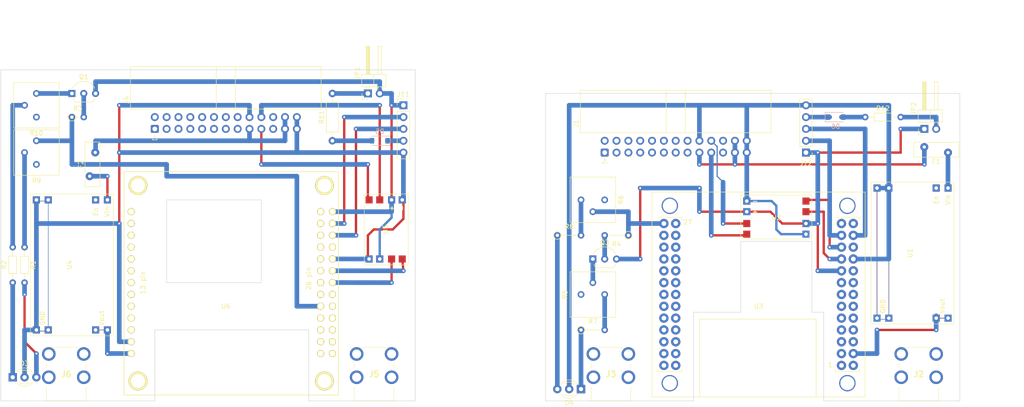
<source format=kicad_pcb>
(kicad_pcb (version 20171130) (host pcbnew "(5.1.6)-1")

  (general
    (thickness 1.6)
    (drawings 233)
    (tracks 210)
    (zones 0)
    (modules 36)
    (nets 41)
  )

  (page A4)
  (layers
    (0 F.Cu signal)
    (31 B.Cu signal)
    (32 B.Adhes user)
    (33 F.Adhes user)
    (34 B.Paste user)
    (35 F.Paste user)
    (36 B.SilkS user)
    (37 F.SilkS user)
    (38 B.Mask user)
    (39 F.Mask user)
    (40 Dwgs.User user)
    (41 Cmts.User user)
    (42 Eco1.User user)
    (43 Eco2.User user)
    (44 Edge.Cuts user)
    (45 Margin user)
    (46 B.CrtYd user)
    (47 F.CrtYd user)
    (48 B.Fab user)
    (49 F.Fab user)
  )

  (setup
    (last_trace_width 1)
    (user_trace_width 0.5)
    (user_trace_width 1)
    (trace_clearance 0.2)
    (zone_clearance 0.508)
    (zone_45_only no)
    (trace_min 0.2)
    (via_size 0.8)
    (via_drill 0.4)
    (via_min_size 0.4)
    (via_min_drill 0.3)
    (uvia_size 0.3)
    (uvia_drill 0.1)
    (uvias_allowed no)
    (uvia_min_size 0.2)
    (uvia_min_drill 0.1)
    (edge_width 0.1)
    (segment_width 0.2)
    (pcb_text_width 0.3)
    (pcb_text_size 1.5 1.5)
    (mod_edge_width 0.15)
    (mod_text_size 1 1)
    (mod_text_width 0.15)
    (pad_size 2 2)
    (pad_drill 1)
    (pad_to_mask_clearance 0)
    (aux_axis_origin 0 0)
    (grid_origin 22.86 20.32)
    (visible_elements 7FFFFFFF)
    (pcbplotparams
      (layerselection 0x010fc_ffffffff)
      (usegerberextensions false)
      (usegerberattributes true)
      (usegerberadvancedattributes true)
      (creategerberjobfile true)
      (excludeedgelayer true)
      (linewidth 0.100000)
      (plotframeref false)
      (viasonmask false)
      (mode 1)
      (useauxorigin false)
      (hpglpennumber 1)
      (hpglpenspeed 20)
      (hpglpendiameter 15.000000)
      (psnegative false)
      (psa4output false)
      (plotreference true)
      (plotvalue true)
      (plotinvisibletext false)
      (padsonsilk false)
      (subtractmaskfromsilk false)
      (outputformat 1)
      (mirror false)
      (drillshape 1)
      (scaleselection 1)
      (outputdirectory ""))
  )

  (net 0 "")
  (net 1 GND)
  (net 2 "/Rock Pi S/RS232-Rx")
  (net 3 "/Rock Pi S/RS232-Tx")
  (net 4 "/Orange Pi Zero/RS232-Rx")
  (net 5 "/Orange Pi Zero/RS232-Tx")
  (net 6 "/Rock Pi S/5V")
  (net 7 "/Rock Pi S/TTL-Rx")
  (net 8 "/Rock Pi S/3.3v")
  (net 9 "/Orange Pi Zero/5V")
  (net 10 "/Orange Pi Zero/TTL-Tx")
  (net 11 "/Orange Pi Zero/TTL-Rx")
  (net 12 "/Orange Pi Zero/3.3v")
  (net 13 +12V)
  (net 14 "Net-(Q1-Pad1)")
  (net 15 "Net-(Q1-Pad2)")
  (net 16 "Net-(Q3-Pad1)")
  (net 17 "Net-(Q3-Pad2)")
  (net 18 "/Orange Pi Zero/red")
  (net 19 "/Orange Pi Zero/green")
  (net 20 "/Rock Pi S/red")
  (net 21 "/Rock Pi S/green")
  (net 22 "/Rock Pi S/TTL-Tx")
  (net 23 "Net-(F1-Pad1)")
  (net 24 "Net-(R4-Pad1)")
  (net 25 "Net-(R1-Pad1)")
  (net 26 "Net-(R5-Pad1)")
  (net 27 "Net-(R6-Pad1)")
  (net 28 "Net-(R3-Pad1)")
  (net 29 "Net-(R10-Pad2)")
  (net 30 "Net-(F2-Pad1)")
  (net 31 "/Orange Pi Zero/SDA")
  (net 32 "/Orange Pi Zero/SCL")
  (net 33 "/Rock Pi S/SDA")
  (net 34 "/Rock Pi S/SCL")
  (net 35 "Net-(D5-Pad2)")
  (net 36 "Net-(D6-Pad2)")
  (net 37 "/Orange Pi Zero/charge")
  (net 38 "/Rock Pi S/charge")
  (net 39 "Net-(JP1-Pad1)")
  (net 40 "Net-(JP2-Pad2)")

  (net_class Default "This is the default net class."
    (clearance 0.2)
    (trace_width 0.25)
    (via_dia 0.8)
    (via_drill 0.4)
    (uvia_dia 0.3)
    (uvia_drill 0.1)
    (add_net +12V)
    (add_net "/Orange Pi Zero/3.3v")
    (add_net "/Orange Pi Zero/5V")
    (add_net "/Orange Pi Zero/RS232-Rx")
    (add_net "/Orange Pi Zero/RS232-Tx")
    (add_net "/Orange Pi Zero/SCL")
    (add_net "/Orange Pi Zero/SDA")
    (add_net "/Orange Pi Zero/TTL-Rx")
    (add_net "/Orange Pi Zero/TTL-Tx")
    (add_net "/Orange Pi Zero/charge")
    (add_net "/Orange Pi Zero/green")
    (add_net "/Orange Pi Zero/red")
    (add_net "/Rock Pi S/3.3v")
    (add_net "/Rock Pi S/5V")
    (add_net "/Rock Pi S/RS232-Rx")
    (add_net "/Rock Pi S/RS232-Tx")
    (add_net "/Rock Pi S/SCL")
    (add_net "/Rock Pi S/SDA")
    (add_net "/Rock Pi S/TTL-Rx")
    (add_net "/Rock Pi S/TTL-Tx")
    (add_net "/Rock Pi S/charge")
    (add_net "/Rock Pi S/green")
    (add_net "/Rock Pi S/red")
    (add_net GND)
    (add_net "Net-(D5-Pad2)")
    (add_net "Net-(D6-Pad2)")
    (add_net "Net-(F1-Pad1)")
    (add_net "Net-(F2-Pad1)")
    (add_net "Net-(JP1-Pad1)")
    (add_net "Net-(JP2-Pad2)")
    (add_net "Net-(Q1-Pad1)")
    (add_net "Net-(Q1-Pad2)")
    (add_net "Net-(Q3-Pad1)")
    (add_net "Net-(Q3-Pad2)")
    (add_net "Net-(R1-Pad1)")
    (add_net "Net-(R10-Pad2)")
    (add_net "Net-(R3-Pad1)")
    (add_net "Net-(R4-Pad1)")
    (add_net "Net-(R5-Pad1)")
    (add_net "Net-(R6-Pad1)")
  )

  (module Resistors_THT:R_Axial_DIN0207_L6.3mm_D2.5mm_P10.16mm_Horizontal (layer F.Cu) (tedit 5874F706) (tstamp 6559928B)
    (at 114.3 81.28 90)
    (descr "Resistor, Axial_DIN0207 series, Axial, Horizontal, pin pitch=10.16mm, 0.25W = 1/4W, length*diameter=6.3*2.5mm^2, http://cdn-reichelt.de/documents/datenblatt/B400/1_4W%23YAG.pdf")
    (tags "Resistor Axial_DIN0207 series Axial Horizontal pin pitch 10.16mm 0.25W = 1/4W length 6.3mm diameter 2.5mm")
    (path /6519341E/655C04B7)
    (fp_text reference R11 (at 5.08 -2.31 90) (layer F.SilkS)
      (effects (font (size 1 1) (thickness 0.15)))
    )
    (fp_text value 20 (at 5.08 2.31 90) (layer F.Fab)
      (effects (font (size 1 1) (thickness 0.15)))
    )
    (fp_line (start 11.25 -1.6) (end -1.05 -1.6) (layer F.CrtYd) (width 0.05))
    (fp_line (start 11.25 1.6) (end 11.25 -1.6) (layer F.CrtYd) (width 0.05))
    (fp_line (start -1.05 1.6) (end 11.25 1.6) (layer F.CrtYd) (width 0.05))
    (fp_line (start -1.05 -1.6) (end -1.05 1.6) (layer F.CrtYd) (width 0.05))
    (fp_line (start 9.18 0) (end 8.29 0) (layer F.SilkS) (width 0.12))
    (fp_line (start 0.98 0) (end 1.87 0) (layer F.SilkS) (width 0.12))
    (fp_line (start 8.29 -1.31) (end 1.87 -1.31) (layer F.SilkS) (width 0.12))
    (fp_line (start 8.29 1.31) (end 8.29 -1.31) (layer F.SilkS) (width 0.12))
    (fp_line (start 1.87 1.31) (end 8.29 1.31) (layer F.SilkS) (width 0.12))
    (fp_line (start 1.87 -1.31) (end 1.87 1.31) (layer F.SilkS) (width 0.12))
    (fp_line (start 10.16 0) (end 8.23 0) (layer F.Fab) (width 0.1))
    (fp_line (start 0 0) (end 1.93 0) (layer F.Fab) (width 0.1))
    (fp_line (start 8.23 -1.25) (end 1.93 -1.25) (layer F.Fab) (width 0.1))
    (fp_line (start 8.23 1.25) (end 8.23 -1.25) (layer F.Fab) (width 0.1))
    (fp_line (start 1.93 1.25) (end 8.23 1.25) (layer F.Fab) (width 0.1))
    (fp_line (start 1.93 -1.25) (end 1.93 1.25) (layer F.Fab) (width 0.1))
    (pad 1 thru_hole circle (at 0 0 90) (size 1.6 1.6) (drill 0.8) (layers *.Cu *.Mask)
      (net 35 "Net-(D5-Pad2)"))
    (pad 2 thru_hole oval (at 10.16 0 90) (size 1.6 1.6) (drill 0.8) (layers *.Cu *.Mask)
      (net 39 "Net-(JP1-Pad1)"))
    (model ${KISYS3DMOD}/Resistors_THT.3dshapes/R_Axial_DIN0207_L6.3mm_D2.5mm_P10.16mm_Horizontal.wrl
      (at (xyz 0 0 0))
      (scale (xyz 0.393701 0.393701 0.393701))
      (rotate (xyz 0 0 0))
    )
  )

  (module Resistors_THT:R_Axial_DIN0204_L3.6mm_D1.6mm_P7.62mm_Horizontal (layer F.Cu) (tedit 5874F706) (tstamp 6559A7A3)
    (at 228.6 76.2)
    (descr "Resistor, Axial_DIN0204 series, Axial, Horizontal, pin pitch=7.62mm, 0.16666666666666666W = 1/6W, length*diameter=3.6*1.6mm^2, http://cdn-reichelt.de/documents/datenblatt/B400/1_4W%23YAG.pdf")
    (tags "Resistor Axial_DIN0204 series Axial Horizontal pin pitch 7.62mm 0.16666666666666666W = 1/6W length 3.6mm diameter 1.6mm")
    (path /651CF07E/655A5AB0)
    (fp_text reference R12 (at 3.81 -1.86) (layer F.SilkS)
      (effects (font (size 1 1) (thickness 0.15)))
    )
    (fp_text value 20 (at 3.81 1.86) (layer F.Fab)
      (effects (font (size 1 1) (thickness 0.15)))
    )
    (fp_line (start 8.6 -1.15) (end -0.95 -1.15) (layer F.CrtYd) (width 0.05))
    (fp_line (start 8.6 1.15) (end 8.6 -1.15) (layer F.CrtYd) (width 0.05))
    (fp_line (start -0.95 1.15) (end 8.6 1.15) (layer F.CrtYd) (width 0.05))
    (fp_line (start -0.95 -1.15) (end -0.95 1.15) (layer F.CrtYd) (width 0.05))
    (fp_line (start 6.74 0) (end 5.67 0) (layer F.SilkS) (width 0.12))
    (fp_line (start 0.88 0) (end 1.95 0) (layer F.SilkS) (width 0.12))
    (fp_line (start 5.67 -0.86) (end 1.95 -0.86) (layer F.SilkS) (width 0.12))
    (fp_line (start 5.67 0.86) (end 5.67 -0.86) (layer F.SilkS) (width 0.12))
    (fp_line (start 1.95 0.86) (end 5.67 0.86) (layer F.SilkS) (width 0.12))
    (fp_line (start 1.95 -0.86) (end 1.95 0.86) (layer F.SilkS) (width 0.12))
    (fp_line (start 7.62 0) (end 5.61 0) (layer F.Fab) (width 0.1))
    (fp_line (start 0 0) (end 2.01 0) (layer F.Fab) (width 0.1))
    (fp_line (start 5.61 -0.8) (end 2.01 -0.8) (layer F.Fab) (width 0.1))
    (fp_line (start 5.61 0.8) (end 5.61 -0.8) (layer F.Fab) (width 0.1))
    (fp_line (start 2.01 0.8) (end 5.61 0.8) (layer F.Fab) (width 0.1))
    (fp_line (start 2.01 -0.8) (end 2.01 0.8) (layer F.Fab) (width 0.1))
    (pad 1 thru_hole circle (at 0 0) (size 1.4 1.4) (drill 0.7) (layers *.Cu *.Mask)
      (net 36 "Net-(D6-Pad2)"))
    (pad 2 thru_hole oval (at 7.62 0) (size 1.4 1.4) (drill 0.7) (layers *.Cu *.Mask)
      (net 40 "Net-(JP2-Pad2)"))
    (model ${KISYS3DMOD}/Resistors_THT.3dshapes/R_Axial_DIN0204_L3.6mm_D1.6mm_P7.62mm_Horizontal.wrl
      (at (xyz 0 0 0))
      (scale (xyz 0.393701 0.393701 0.393701))
      (rotate (xyz 0 0 0))
    )
  )

  (module Pin_Headers:Pin_Header_Angled_1x02_Pitch2.54mm (layer F.Cu) (tedit 59650532) (tstamp 655995E2)
    (at 241.3 78.74 90)
    (descr "Through hole angled pin header, 1x02, 2.54mm pitch, 6mm pin length, single row")
    (tags "Through hole angled pin header THT 1x02 2.54mm single row")
    (path /651CF07E/655A5039)
    (fp_text reference JP2 (at 4.385 -2.27 90) (layer F.SilkS)
      (effects (font (size 1 1) (thickness 0.15)))
    )
    (fp_text value Jumper_NO_Small (at 4.385 4.81 90) (layer F.Fab)
      (effects (font (size 1 1) (thickness 0.15)))
    )
    (fp_line (start 10.55 -1.8) (end -1.8 -1.8) (layer F.CrtYd) (width 0.05))
    (fp_line (start 10.55 4.35) (end 10.55 -1.8) (layer F.CrtYd) (width 0.05))
    (fp_line (start -1.8 4.35) (end 10.55 4.35) (layer F.CrtYd) (width 0.05))
    (fp_line (start -1.8 -1.8) (end -1.8 4.35) (layer F.CrtYd) (width 0.05))
    (fp_line (start -1.27 -1.27) (end 0 -1.27) (layer F.SilkS) (width 0.12))
    (fp_line (start -1.27 0) (end -1.27 -1.27) (layer F.SilkS) (width 0.12))
    (fp_line (start 1.042929 2.92) (end 1.44 2.92) (layer F.SilkS) (width 0.12))
    (fp_line (start 1.042929 2.16) (end 1.44 2.16) (layer F.SilkS) (width 0.12))
    (fp_line (start 10.1 2.92) (end 4.1 2.92) (layer F.SilkS) (width 0.12))
    (fp_line (start 10.1 2.16) (end 10.1 2.92) (layer F.SilkS) (width 0.12))
    (fp_line (start 4.1 2.16) (end 10.1 2.16) (layer F.SilkS) (width 0.12))
    (fp_line (start 1.44 1.27) (end 4.1 1.27) (layer F.SilkS) (width 0.12))
    (fp_line (start 1.11 0.38) (end 1.44 0.38) (layer F.SilkS) (width 0.12))
    (fp_line (start 1.11 -0.38) (end 1.44 -0.38) (layer F.SilkS) (width 0.12))
    (fp_line (start 4.1 0.28) (end 10.1 0.28) (layer F.SilkS) (width 0.12))
    (fp_line (start 4.1 0.16) (end 10.1 0.16) (layer F.SilkS) (width 0.12))
    (fp_line (start 4.1 0.04) (end 10.1 0.04) (layer F.SilkS) (width 0.12))
    (fp_line (start 4.1 -0.08) (end 10.1 -0.08) (layer F.SilkS) (width 0.12))
    (fp_line (start 4.1 -0.2) (end 10.1 -0.2) (layer F.SilkS) (width 0.12))
    (fp_line (start 4.1 -0.32) (end 10.1 -0.32) (layer F.SilkS) (width 0.12))
    (fp_line (start 10.1 0.38) (end 4.1 0.38) (layer F.SilkS) (width 0.12))
    (fp_line (start 10.1 -0.38) (end 10.1 0.38) (layer F.SilkS) (width 0.12))
    (fp_line (start 4.1 -0.38) (end 10.1 -0.38) (layer F.SilkS) (width 0.12))
    (fp_line (start 4.1 -1.33) (end 1.44 -1.33) (layer F.SilkS) (width 0.12))
    (fp_line (start 4.1 3.87) (end 4.1 -1.33) (layer F.SilkS) (width 0.12))
    (fp_line (start 1.44 3.87) (end 4.1 3.87) (layer F.SilkS) (width 0.12))
    (fp_line (start 1.44 -1.33) (end 1.44 3.87) (layer F.SilkS) (width 0.12))
    (fp_line (start 4.04 2.86) (end 10.04 2.86) (layer F.Fab) (width 0.1))
    (fp_line (start 10.04 2.22) (end 10.04 2.86) (layer F.Fab) (width 0.1))
    (fp_line (start 4.04 2.22) (end 10.04 2.22) (layer F.Fab) (width 0.1))
    (fp_line (start -0.32 2.86) (end 1.5 2.86) (layer F.Fab) (width 0.1))
    (fp_line (start -0.32 2.22) (end -0.32 2.86) (layer F.Fab) (width 0.1))
    (fp_line (start -0.32 2.22) (end 1.5 2.22) (layer F.Fab) (width 0.1))
    (fp_line (start 4.04 0.32) (end 10.04 0.32) (layer F.Fab) (width 0.1))
    (fp_line (start 10.04 -0.32) (end 10.04 0.32) (layer F.Fab) (width 0.1))
    (fp_line (start 4.04 -0.32) (end 10.04 -0.32) (layer F.Fab) (width 0.1))
    (fp_line (start -0.32 0.32) (end 1.5 0.32) (layer F.Fab) (width 0.1))
    (fp_line (start -0.32 -0.32) (end -0.32 0.32) (layer F.Fab) (width 0.1))
    (fp_line (start -0.32 -0.32) (end 1.5 -0.32) (layer F.Fab) (width 0.1))
    (fp_line (start 1.5 -0.635) (end 2.135 -1.27) (layer F.Fab) (width 0.1))
    (fp_line (start 1.5 3.81) (end 1.5 -0.635) (layer F.Fab) (width 0.1))
    (fp_line (start 4.04 3.81) (end 1.5 3.81) (layer F.Fab) (width 0.1))
    (fp_line (start 4.04 -1.27) (end 4.04 3.81) (layer F.Fab) (width 0.1))
    (fp_line (start 2.135 -1.27) (end 4.04 -1.27) (layer F.Fab) (width 0.1))
    (fp_text user %R (at 2.77 1.27) (layer F.Fab)
      (effects (font (size 1 1) (thickness 0.15)))
    )
    (pad 1 thru_hole rect (at 0 0 90) (size 1.7 1.7) (drill 1) (layers *.Cu *.Mask)
      (net 8 "/Rock Pi S/3.3v"))
    (pad 2 thru_hole oval (at 0 2.54 90) (size 1.7 1.7) (drill 1) (layers *.Cu *.Mask)
      (net 40 "Net-(JP2-Pad2)"))
    (model ${KISYS3DMOD}/Pin_Headers.3dshapes/Pin_Header_Angled_1x02_Pitch2.54mm.wrl
      (at (xyz 0 0 0))
      (scale (xyz 1 1 1))
      (rotate (xyz 0 0 0))
    )
  )

  (module Pin_Headers:Pin_Header_Angled_1x02_Pitch2.54mm (layer F.Cu) (tedit 59650532) (tstamp 6559B303)
    (at 121.92 71.12 90)
    (descr "Through hole angled pin header, 1x02, 2.54mm pitch, 6mm pin length, single row")
    (tags "Through hole angled pin header THT 1x02 2.54mm single row")
    (path /6519341E/655C04B1)
    (fp_text reference JP1 (at 4.385 -2.27 90) (layer F.SilkS)
      (effects (font (size 1 1) (thickness 0.15)))
    )
    (fp_text value Jumper_NO_Small (at 4.385 4.81 90) (layer F.Fab)
      (effects (font (size 1 1) (thickness 0.15)))
    )
    (fp_line (start 10.55 -1.8) (end -1.8 -1.8) (layer F.CrtYd) (width 0.05))
    (fp_line (start 10.55 4.35) (end 10.55 -1.8) (layer F.CrtYd) (width 0.05))
    (fp_line (start -1.8 4.35) (end 10.55 4.35) (layer F.CrtYd) (width 0.05))
    (fp_line (start -1.8 -1.8) (end -1.8 4.35) (layer F.CrtYd) (width 0.05))
    (fp_line (start -1.27 -1.27) (end 0 -1.27) (layer F.SilkS) (width 0.12))
    (fp_line (start -1.27 0) (end -1.27 -1.27) (layer F.SilkS) (width 0.12))
    (fp_line (start 1.042929 2.92) (end 1.44 2.92) (layer F.SilkS) (width 0.12))
    (fp_line (start 1.042929 2.16) (end 1.44 2.16) (layer F.SilkS) (width 0.12))
    (fp_line (start 10.1 2.92) (end 4.1 2.92) (layer F.SilkS) (width 0.12))
    (fp_line (start 10.1 2.16) (end 10.1 2.92) (layer F.SilkS) (width 0.12))
    (fp_line (start 4.1 2.16) (end 10.1 2.16) (layer F.SilkS) (width 0.12))
    (fp_line (start 1.44 1.27) (end 4.1 1.27) (layer F.SilkS) (width 0.12))
    (fp_line (start 1.11 0.38) (end 1.44 0.38) (layer F.SilkS) (width 0.12))
    (fp_line (start 1.11 -0.38) (end 1.44 -0.38) (layer F.SilkS) (width 0.12))
    (fp_line (start 4.1 0.28) (end 10.1 0.28) (layer F.SilkS) (width 0.12))
    (fp_line (start 4.1 0.16) (end 10.1 0.16) (layer F.SilkS) (width 0.12))
    (fp_line (start 4.1 0.04) (end 10.1 0.04) (layer F.SilkS) (width 0.12))
    (fp_line (start 4.1 -0.08) (end 10.1 -0.08) (layer F.SilkS) (width 0.12))
    (fp_line (start 4.1 -0.2) (end 10.1 -0.2) (layer F.SilkS) (width 0.12))
    (fp_line (start 4.1 -0.32) (end 10.1 -0.32) (layer F.SilkS) (width 0.12))
    (fp_line (start 10.1 0.38) (end 4.1 0.38) (layer F.SilkS) (width 0.12))
    (fp_line (start 10.1 -0.38) (end 10.1 0.38) (layer F.SilkS) (width 0.12))
    (fp_line (start 4.1 -0.38) (end 10.1 -0.38) (layer F.SilkS) (width 0.12))
    (fp_line (start 4.1 -1.33) (end 1.44 -1.33) (layer F.SilkS) (width 0.12))
    (fp_line (start 4.1 3.87) (end 4.1 -1.33) (layer F.SilkS) (width 0.12))
    (fp_line (start 1.44 3.87) (end 4.1 3.87) (layer F.SilkS) (width 0.12))
    (fp_line (start 1.44 -1.33) (end 1.44 3.87) (layer F.SilkS) (width 0.12))
    (fp_line (start 4.04 2.86) (end 10.04 2.86) (layer F.Fab) (width 0.1))
    (fp_line (start 10.04 2.22) (end 10.04 2.86) (layer F.Fab) (width 0.1))
    (fp_line (start 4.04 2.22) (end 10.04 2.22) (layer F.Fab) (width 0.1))
    (fp_line (start -0.32 2.86) (end 1.5 2.86) (layer F.Fab) (width 0.1))
    (fp_line (start -0.32 2.22) (end -0.32 2.86) (layer F.Fab) (width 0.1))
    (fp_line (start -0.32 2.22) (end 1.5 2.22) (layer F.Fab) (width 0.1))
    (fp_line (start 4.04 0.32) (end 10.04 0.32) (layer F.Fab) (width 0.1))
    (fp_line (start 10.04 -0.32) (end 10.04 0.32) (layer F.Fab) (width 0.1))
    (fp_line (start 4.04 -0.32) (end 10.04 -0.32) (layer F.Fab) (width 0.1))
    (fp_line (start -0.32 0.32) (end 1.5 0.32) (layer F.Fab) (width 0.1))
    (fp_line (start -0.32 -0.32) (end -0.32 0.32) (layer F.Fab) (width 0.1))
    (fp_line (start -0.32 -0.32) (end 1.5 -0.32) (layer F.Fab) (width 0.1))
    (fp_line (start 1.5 -0.635) (end 2.135 -1.27) (layer F.Fab) (width 0.1))
    (fp_line (start 1.5 3.81) (end 1.5 -0.635) (layer F.Fab) (width 0.1))
    (fp_line (start 4.04 3.81) (end 1.5 3.81) (layer F.Fab) (width 0.1))
    (fp_line (start 4.04 -1.27) (end 4.04 3.81) (layer F.Fab) (width 0.1))
    (fp_line (start 2.135 -1.27) (end 4.04 -1.27) (layer F.Fab) (width 0.1))
    (fp_text user %R (at 2.77 1.27) (layer F.Fab)
      (effects (font (size 1 1) (thickness 0.15)))
    )
    (pad 1 thru_hole rect (at 0 0 90) (size 1.7 1.7) (drill 1) (layers *.Cu *.Mask)
      (net 39 "Net-(JP1-Pad1)"))
    (pad 2 thru_hole oval (at 0 2.54 90) (size 1.7 1.7) (drill 1) (layers *.Cu *.Mask)
      (net 12 "/Orange Pi Zero/3.3v"))
    (model ${KISYS3DMOD}/Pin_Headers.3dshapes/Pin_Header_Angled_1x02_Pitch2.54mm.wrl
      (at (xyz 0 0 0))
      (scale (xyz 1 1 1))
      (rotate (xyz 0 0 0))
    )
  )

  (module Diodes_SMD:D_SOD-123 (layer B.Cu) (tedit 58645DC7) (tstamp 65598E06)
    (at 222.25 76.2)
    (descr SOD-123)
    (tags SOD-123)
    (path /651CF07E/655A3DA6)
    (attr smd)
    (fp_text reference D6 (at 0 2) (layer B.SilkS)
      (effects (font (size 1 1) (thickness 0.15)) (justify mirror))
    )
    (fp_text value B0520LW (at 0 -2.1) (layer B.Fab)
      (effects (font (size 1 1) (thickness 0.15)) (justify mirror))
    )
    (fp_line (start -2.25 1) (end 1.65 1) (layer B.SilkS) (width 0.12))
    (fp_line (start -2.25 -1) (end 1.65 -1) (layer B.SilkS) (width 0.12))
    (fp_line (start -2.35 1.15) (end -2.35 -1.15) (layer B.CrtYd) (width 0.05))
    (fp_line (start 2.35 -1.15) (end -2.35 -1.15) (layer B.CrtYd) (width 0.05))
    (fp_line (start 2.35 1.15) (end 2.35 -1.15) (layer B.CrtYd) (width 0.05))
    (fp_line (start -2.35 1.15) (end 2.35 1.15) (layer B.CrtYd) (width 0.05))
    (fp_line (start -1.4 0.9) (end 1.4 0.9) (layer B.Fab) (width 0.1))
    (fp_line (start 1.4 0.9) (end 1.4 -0.9) (layer B.Fab) (width 0.1))
    (fp_line (start 1.4 -0.9) (end -1.4 -0.9) (layer B.Fab) (width 0.1))
    (fp_line (start -1.4 -0.9) (end -1.4 0.9) (layer B.Fab) (width 0.1))
    (fp_line (start -0.75 0) (end -0.35 0) (layer B.Fab) (width 0.1))
    (fp_line (start -0.35 0) (end -0.35 0.55) (layer B.Fab) (width 0.1))
    (fp_line (start -0.35 0) (end -0.35 -0.55) (layer B.Fab) (width 0.1))
    (fp_line (start -0.35 0) (end 0.25 0.4) (layer B.Fab) (width 0.1))
    (fp_line (start 0.25 0.4) (end 0.25 -0.4) (layer B.Fab) (width 0.1))
    (fp_line (start 0.25 -0.4) (end -0.35 0) (layer B.Fab) (width 0.1))
    (fp_line (start 0.25 0) (end 0.75 0) (layer B.Fab) (width 0.1))
    (fp_line (start -2.25 1) (end -2.25 -1) (layer B.SilkS) (width 0.12))
    (fp_text user %R (at 0 2) (layer B.Fab)
      (effects (font (size 1 1) (thickness 0.15)) (justify mirror))
    )
    (pad 1 smd rect (at -1.65 0) (size 0.9 1.2) (layers B.Cu B.Paste B.Mask)
      (net 38 "/Rock Pi S/charge"))
    (pad 2 smd rect (at 1.65 0) (size 0.9 1.2) (layers B.Cu B.Paste B.Mask)
      (net 36 "Net-(D6-Pad2)"))
    (model ${KISYS3DMOD}/Diodes_SMD.3dshapes/D_SOD-123.wrl
      (at (xyz 0 0 0))
      (scale (xyz 1 1 1))
      (rotate (xyz 0 0 0))
    )
  )

  (module Diodes_SMD:D_SOD-123 (layer B.Cu) (tedit 58645DC7) (tstamp 65598E03)
    (at 124.46 81.28 180)
    (descr SOD-123)
    (tags SOD-123)
    (path /6519341E/655C04AB)
    (attr smd)
    (fp_text reference D5 (at 0 2) (layer B.SilkS)
      (effects (font (size 1 1) (thickness 0.15)) (justify mirror))
    )
    (fp_text value B0520LW (at 0 -2.1) (layer B.Fab)
      (effects (font (size 1 1) (thickness 0.15)) (justify mirror))
    )
    (fp_line (start -2.25 1) (end 1.65 1) (layer B.SilkS) (width 0.12))
    (fp_line (start -2.25 -1) (end 1.65 -1) (layer B.SilkS) (width 0.12))
    (fp_line (start -2.35 1.15) (end -2.35 -1.15) (layer B.CrtYd) (width 0.05))
    (fp_line (start 2.35 -1.15) (end -2.35 -1.15) (layer B.CrtYd) (width 0.05))
    (fp_line (start 2.35 1.15) (end 2.35 -1.15) (layer B.CrtYd) (width 0.05))
    (fp_line (start -2.35 1.15) (end 2.35 1.15) (layer B.CrtYd) (width 0.05))
    (fp_line (start -1.4 0.9) (end 1.4 0.9) (layer B.Fab) (width 0.1))
    (fp_line (start 1.4 0.9) (end 1.4 -0.9) (layer B.Fab) (width 0.1))
    (fp_line (start 1.4 -0.9) (end -1.4 -0.9) (layer B.Fab) (width 0.1))
    (fp_line (start -1.4 -0.9) (end -1.4 0.9) (layer B.Fab) (width 0.1))
    (fp_line (start -0.75 0) (end -0.35 0) (layer B.Fab) (width 0.1))
    (fp_line (start -0.35 0) (end -0.35 0.55) (layer B.Fab) (width 0.1))
    (fp_line (start -0.35 0) (end -0.35 -0.55) (layer B.Fab) (width 0.1))
    (fp_line (start -0.35 0) (end 0.25 0.4) (layer B.Fab) (width 0.1))
    (fp_line (start 0.25 0.4) (end 0.25 -0.4) (layer B.Fab) (width 0.1))
    (fp_line (start 0.25 -0.4) (end -0.35 0) (layer B.Fab) (width 0.1))
    (fp_line (start 0.25 0) (end 0.75 0) (layer B.Fab) (width 0.1))
    (fp_line (start -2.25 1) (end -2.25 -1) (layer B.SilkS) (width 0.12))
    (fp_text user %R (at 0 2) (layer B.Fab)
      (effects (font (size 1 1) (thickness 0.15)) (justify mirror))
    )
    (pad 1 smd rect (at -1.65 0 180) (size 0.9 1.2) (layers B.Cu B.Paste B.Mask)
      (net 37 "/Orange Pi Zero/charge"))
    (pad 2 smd rect (at 1.65 0 180) (size 0.9 1.2) (layers B.Cu B.Paste B.Mask)
      (net 35 "Net-(D5-Pad2)"))
    (model ${KISYS3DMOD}/Diodes_SMD.3dshapes/D_SOD-123.wrl
      (at (xyz 0 0 0))
      (scale (xyz 1 1 1))
      (rotate (xyz 0 0 0))
    )
  )

  (module Pin_Headers:Pin_Header_Straight_1x05_Pitch2.54mm (layer F.Cu) (tedit 59650532) (tstamp 65572FF9)
    (at 215.9 83.82 180)
    (descr "Through hole straight pin header, 1x05, 2.54mm pitch, single row")
    (tags "Through hole pin header THT 1x05 2.54mm single row")
    (path /651CF07E/655752D3)
    (fp_text reference J12 (at 0 -2.33) (layer F.SilkS)
      (effects (font (size 1 1) (thickness 0.15)))
    )
    (fp_text value "I2C Header" (at 0 12.49) (layer F.Fab)
      (effects (font (size 1 1) (thickness 0.15)))
    )
    (fp_line (start -0.635 -1.27) (end 1.27 -1.27) (layer F.Fab) (width 0.1))
    (fp_line (start 1.27 -1.27) (end 1.27 11.43) (layer F.Fab) (width 0.1))
    (fp_line (start 1.27 11.43) (end -1.27 11.43) (layer F.Fab) (width 0.1))
    (fp_line (start -1.27 11.43) (end -1.27 -0.635) (layer F.Fab) (width 0.1))
    (fp_line (start -1.27 -0.635) (end -0.635 -1.27) (layer F.Fab) (width 0.1))
    (fp_line (start -1.33 11.49) (end 1.33 11.49) (layer F.SilkS) (width 0.12))
    (fp_line (start -1.33 1.27) (end -1.33 11.49) (layer F.SilkS) (width 0.12))
    (fp_line (start 1.33 1.27) (end 1.33 11.49) (layer F.SilkS) (width 0.12))
    (fp_line (start -1.33 1.27) (end 1.33 1.27) (layer F.SilkS) (width 0.12))
    (fp_line (start -1.33 0) (end -1.33 -1.33) (layer F.SilkS) (width 0.12))
    (fp_line (start -1.33 -1.33) (end 0 -1.33) (layer F.SilkS) (width 0.12))
    (fp_line (start -1.8 -1.8) (end -1.8 11.95) (layer F.CrtYd) (width 0.05))
    (fp_line (start -1.8 11.95) (end 1.8 11.95) (layer F.CrtYd) (width 0.05))
    (fp_line (start 1.8 11.95) (end 1.8 -1.8) (layer F.CrtYd) (width 0.05))
    (fp_line (start 1.8 -1.8) (end -1.8 -1.8) (layer F.CrtYd) (width 0.05))
    (fp_text user %R (at 0 5.08 90) (layer F.Fab)
      (effects (font (size 1 1) (thickness 0.15)))
    )
    (pad 1 thru_hole rect (at 0 0 180) (size 1.7 1.7) (drill 1) (layers *.Cu *.Mask)
      (net 8 "/Rock Pi S/3.3v"))
    (pad 2 thru_hole oval (at 0 2.54 180) (size 1.7 1.7) (drill 1) (layers *.Cu *.Mask)
      (net 33 "/Rock Pi S/SDA"))
    (pad 3 thru_hole oval (at 0 5.08 180) (size 1.7 1.7) (drill 1) (layers *.Cu *.Mask)
      (net 34 "/Rock Pi S/SCL"))
    (pad 4 thru_hole oval (at 0 7.62 180) (size 1.7 1.7) (drill 1) (layers *.Cu *.Mask)
      (net 38 "/Rock Pi S/charge"))
    (pad 5 thru_hole oval (at 0 10.16 180) (size 1.7 1.7) (drill 1) (layers *.Cu *.Mask)
      (net 1 GND))
    (model ${KISYS3DMOD}/Pin_Headers.3dshapes/Pin_Header_Straight_1x05_Pitch2.54mm.wrl
      (at (xyz 0 0 0))
      (scale (xyz 1 1 1))
      (rotate (xyz 0 0 0))
    )
  )

  (module Pin_Headers:Pin_Header_Straight_1x05_Pitch2.54mm (layer F.Cu) (tedit 59650532) (tstamp 6559B13F)
    (at 129.54 73.66)
    (descr "Through hole straight pin header, 1x05, 2.54mm pitch, single row")
    (tags "Through hole pin header THT 1x05 2.54mm single row")
    (path /6519341E/6558B7A2)
    (fp_text reference J11 (at 0 -2.33) (layer F.SilkS)
      (effects (font (size 1 1) (thickness 0.15)))
    )
    (fp_text value "I2C Header" (at 0 12.49) (layer F.Fab)
      (effects (font (size 1 1) (thickness 0.15)))
    )
    (fp_line (start -0.635 -1.27) (end 1.27 -1.27) (layer F.Fab) (width 0.1))
    (fp_line (start 1.27 -1.27) (end 1.27 11.43) (layer F.Fab) (width 0.1))
    (fp_line (start 1.27 11.43) (end -1.27 11.43) (layer F.Fab) (width 0.1))
    (fp_line (start -1.27 11.43) (end -1.27 -0.635) (layer F.Fab) (width 0.1))
    (fp_line (start -1.27 -0.635) (end -0.635 -1.27) (layer F.Fab) (width 0.1))
    (fp_line (start -1.33 11.49) (end 1.33 11.49) (layer F.SilkS) (width 0.12))
    (fp_line (start -1.33 1.27) (end -1.33 11.49) (layer F.SilkS) (width 0.12))
    (fp_line (start 1.33 1.27) (end 1.33 11.49) (layer F.SilkS) (width 0.12))
    (fp_line (start -1.33 1.27) (end 1.33 1.27) (layer F.SilkS) (width 0.12))
    (fp_line (start -1.33 0) (end -1.33 -1.33) (layer F.SilkS) (width 0.12))
    (fp_line (start -1.33 -1.33) (end 0 -1.33) (layer F.SilkS) (width 0.12))
    (fp_line (start -1.8 -1.8) (end -1.8 11.95) (layer F.CrtYd) (width 0.05))
    (fp_line (start -1.8 11.95) (end 1.8 11.95) (layer F.CrtYd) (width 0.05))
    (fp_line (start 1.8 11.95) (end 1.8 -1.8) (layer F.CrtYd) (width 0.05))
    (fp_line (start 1.8 -1.8) (end -1.8 -1.8) (layer F.CrtYd) (width 0.05))
    (fp_text user %R (at 0 5.08 90) (layer F.Fab)
      (effects (font (size 1 1) (thickness 0.15)))
    )
    (pad 1 thru_hole rect (at 0 0) (size 1.7 1.7) (drill 1) (layers *.Cu *.Mask)
      (net 12 "/Orange Pi Zero/3.3v"))
    (pad 2 thru_hole oval (at 0 2.54) (size 1.7 1.7) (drill 1) (layers *.Cu *.Mask)
      (net 31 "/Orange Pi Zero/SDA"))
    (pad 3 thru_hole oval (at 0 5.08) (size 1.7 1.7) (drill 1) (layers *.Cu *.Mask)
      (net 32 "/Orange Pi Zero/SCL"))
    (pad 4 thru_hole oval (at 0 7.62) (size 1.7 1.7) (drill 1) (layers *.Cu *.Mask)
      (net 37 "/Orange Pi Zero/charge"))
    (pad 5 thru_hole oval (at 0 10.16) (size 1.7 1.7) (drill 1) (layers *.Cu *.Mask)
      (net 1 GND))
    (model ${KISYS3DMOD}/Pin_Headers.3dshapes/Pin_Header_Straight_1x05_Pitch2.54mm.wrl
      (at (xyz 0 0 0))
      (scale (xyz 1 1 1))
      (rotate (xyz 0 0 0))
    )
  )

  (module Resistors_THT:R_Axial_DIN0204_L3.6mm_D1.6mm_P5.08mm_Vertical (layer F.Cu) (tedit 5874F706) (tstamp 6551E1F8)
    (at 177.8 101.6 180)
    (descr "Resistor, Axial_DIN0204 series, Axial, Vertical, pin pitch=5.08mm, 0.16666666666666666W = 1/6W, length*diameter=3.6*1.6mm^2, http://cdn-reichelt.de/documents/datenblatt/B400/1_4W%23YAG.pdf")
    (tags "Resistor Axial_DIN0204 series Axial Vertical pin pitch 5.08mm 0.16666666666666666W = 1/6W length 3.6mm diameter 1.6mm")
    (path /651CF07E/6559533B)
    (fp_text reference R4 (at 2.54 -1.86) (layer F.SilkS)
      (effects (font (size 1 1) (thickness 0.15)))
    )
    (fp_text value 15k (at 2.54 1.86) (layer F.Fab)
      (effects (font (size 1 1) (thickness 0.15)))
    )
    (fp_circle (center 0 0) (end 0.8 0) (layer F.Fab) (width 0.1))
    (fp_circle (center 0 0) (end 0.86 0) (layer F.SilkS) (width 0.12))
    (fp_line (start 0 0) (end 5.08 0) (layer F.Fab) (width 0.1))
    (fp_line (start 0.86 0) (end 4.08 0) (layer F.SilkS) (width 0.12))
    (fp_line (start -1.15 -1.15) (end -1.15 1.15) (layer F.CrtYd) (width 0.05))
    (fp_line (start -1.15 1.15) (end 6.1 1.15) (layer F.CrtYd) (width 0.05))
    (fp_line (start 6.1 1.15) (end 6.1 -1.15) (layer F.CrtYd) (width 0.05))
    (fp_line (start 6.1 -1.15) (end -1.15 -1.15) (layer F.CrtYd) (width 0.05))
    (pad 1 thru_hole circle (at 0 0 180) (size 1.4 1.4) (drill 0.7) (layers *.Cu *.Mask)
      (net 24 "Net-(R4-Pad1)"))
    (pad 2 thru_hole oval (at 5.08 0 180) (size 1.4 1.4) (drill 0.7) (layers *.Cu *.Mask)
      (net 17 "Net-(Q3-Pad2)"))
    (model ${KISYS3DMOD}/Resistors_THT.3dshapes/R_Axial_DIN0204_L3.6mm_D1.6mm_P5.08mm_Vertical.wrl
      (at (xyz 0 0 0))
      (scale (xyz 0.393701 0.393701 0.393701))
      (rotate (xyz 0 0 0))
    )
  )

  (module Resistors_THT:R_Axial_DIN0204_L3.6mm_D1.6mm_P2.54mm_Vertical (layer F.Cu) (tedit 5874F706) (tstamp 6552501F)
    (at 58.42 76.2)
    (descr "Resistor, Axial_DIN0204 series, Axial, Vertical, pin pitch=2.54mm, 0.16666666666666666W = 1/6W, length*diameter=3.6*1.6mm^2, http://cdn-reichelt.de/documents/datenblatt/B400/1_4W%23YAG.pdf")
    (tags "Resistor Axial_DIN0204 series Axial Vertical pin pitch 2.54mm 0.16666666666666666W = 1/6W length 3.6mm diameter 1.6mm")
    (path /6519341E/6561CEE9)
    (fp_text reference R3 (at 1.27 -1.86) (layer F.SilkS)
      (effects (font (size 1 1) (thickness 0.15)))
    )
    (fp_text value 15k (at 1.27 1.86) (layer F.Fab)
      (effects (font (size 1 1) (thickness 0.15)))
    )
    (fp_circle (center 0 0) (end 0.8 0) (layer F.Fab) (width 0.1))
    (fp_circle (center 0 0) (end 0.86 0) (layer F.SilkS) (width 0.12))
    (fp_line (start 0 0) (end 2.54 0) (layer F.Fab) (width 0.1))
    (fp_line (start 0.86 0) (end 1.54 0) (layer F.SilkS) (width 0.12))
    (fp_line (start -1.15 -1.15) (end -1.15 1.15) (layer F.CrtYd) (width 0.05))
    (fp_line (start -1.15 1.15) (end 3.55 1.15) (layer F.CrtYd) (width 0.05))
    (fp_line (start 3.55 1.15) (end 3.55 -1.15) (layer F.CrtYd) (width 0.05))
    (fp_line (start 3.55 -1.15) (end -1.15 -1.15) (layer F.CrtYd) (width 0.05))
    (pad 1 thru_hole circle (at 0 0) (size 1.4 1.4) (drill 0.7) (layers *.Cu *.Mask)
      (net 28 "Net-(R3-Pad1)"))
    (pad 2 thru_hole oval (at 2.54 0) (size 1.4 1.4) (drill 0.7) (layers *.Cu *.Mask)
      (net 15 "Net-(Q1-Pad2)"))
    (model ${KISYS3DMOD}/Resistors_THT.3dshapes/R_Axial_DIN0204_L3.6mm_D1.6mm_P2.54mm_Vertical.wrl
      (at (xyz 0 0 0))
      (scale (xyz 0.393701 0.393701 0.393701))
      (rotate (xyz 0 0 0))
    )
  )

  (module Potentiometer_THT:Potentiometer_Bourns_3386P_Vertical (layer F.Cu) (tedit 5AA07388) (tstamp 65525D95)
    (at 50.8 71.12 180)
    (descr "Potentiometer, vertical, Bourns 3386P, https://www.bourns.com/pdfs/3386.pdf")
    (tags "Potentiometer vertical Bourns 3386P")
    (path /6519341E/65525C43)
    (fp_text reference R10 (at -0.015 -8.555) (layer F.SilkS)
      (effects (font (size 1 1) (thickness 0.15)))
    )
    (fp_text value 1k (at -0.015 3.475) (layer F.Fab)
      (effects (font (size 1 1) (thickness 0.15)))
    )
    (fp_line (start 5 -7.56) (end -5.03 -7.56) (layer F.CrtYd) (width 0.05))
    (fp_line (start 5 2.48) (end 5 -7.56) (layer F.CrtYd) (width 0.05))
    (fp_line (start -5.03 2.48) (end 5 2.48) (layer F.CrtYd) (width 0.05))
    (fp_line (start -5.03 -7.56) (end -5.03 2.48) (layer F.CrtYd) (width 0.05))
    (fp_line (start 4.87 -7.425) (end 4.87 2.345) (layer F.SilkS) (width 0.12))
    (fp_line (start -4.9 -7.425) (end -4.9 2.345) (layer F.SilkS) (width 0.12))
    (fp_line (start -4.9 2.345) (end 4.87 2.345) (layer F.SilkS) (width 0.12))
    (fp_line (start -4.9 -7.425) (end 4.87 -7.425) (layer F.SilkS) (width 0.12))
    (fp_line (start -0.891 -0.98) (end -0.89 -4.099) (layer F.Fab) (width 0.1))
    (fp_line (start -0.891 -0.98) (end -0.89 -4.099) (layer F.Fab) (width 0.1))
    (fp_line (start 4.75 -7.305) (end -4.78 -7.305) (layer F.Fab) (width 0.1))
    (fp_line (start 4.75 2.225) (end 4.75 -7.305) (layer F.Fab) (width 0.1))
    (fp_line (start -4.78 2.225) (end 4.75 2.225) (layer F.Fab) (width 0.1))
    (fp_line (start -4.78 -7.305) (end -4.78 2.225) (layer F.Fab) (width 0.1))
    (fp_circle (center -0.891 -2.54) (end 0.684 -2.54) (layer F.Fab) (width 0.1))
    (fp_text user %R (at -3.78 -2.54 90) (layer F.Fab)
      (effects (font (size 1 1) (thickness 0.15)))
    )
    (pad 1 thru_hole circle (at 0 0 180) (size 1.44 1.44) (drill 0.8) (layers *.Cu *.Mask)
      (net 14 "Net-(Q1-Pad1)"))
    (pad 2 thru_hole circle (at 2.54 -2.54 180) (size 1.44 1.44) (drill 0.8) (layers *.Cu *.Mask)
      (net 29 "Net-(R10-Pad2)"))
    (pad 3 thru_hole circle (at 0 -5.08 180) (size 1.44 1.44) (drill 0.8) (layers *.Cu *.Mask))
    (model ${KISYS3DMOD}/Potentiometer_THT.3dshapes/Potentiometer_Bourns_3339P_Vertical.wrl
      (at (xyz 0 0 0))
      (scale (xyz 1 1 1))
      (rotate (xyz 0 0 0))
    )
  )

  (module Potentiometer_THT:Potentiometer_Bourns_3386P_Vertical (layer F.Cu) (tedit 5AA07388) (tstamp 65522420)
    (at 50.8 81.28 180)
    (descr "Potentiometer, vertical, Bourns 3386P, https://www.bourns.com/pdfs/3386.pdf")
    (tags "Potentiometer vertical Bourns 3386P")
    (path /6519341E/65525C4C)
    (fp_text reference R9 (at -0.015 -8.555) (layer F.SilkS)
      (effects (font (size 1 1) (thickness 0.15)))
    )
    (fp_text value 1k (at -0.015 3.475) (layer F.Fab)
      (effects (font (size 1 1) (thickness 0.15)))
    )
    (fp_line (start 5 -7.56) (end -5.03 -7.56) (layer F.CrtYd) (width 0.05))
    (fp_line (start 5 2.48) (end 5 -7.56) (layer F.CrtYd) (width 0.05))
    (fp_line (start -5.03 2.48) (end 5 2.48) (layer F.CrtYd) (width 0.05))
    (fp_line (start -5.03 -7.56) (end -5.03 2.48) (layer F.CrtYd) (width 0.05))
    (fp_line (start 4.87 -7.425) (end 4.87 2.345) (layer F.SilkS) (width 0.12))
    (fp_line (start -4.9 -7.425) (end -4.9 2.345) (layer F.SilkS) (width 0.12))
    (fp_line (start -4.9 2.345) (end 4.87 2.345) (layer F.SilkS) (width 0.12))
    (fp_line (start -4.9 -7.425) (end 4.87 -7.425) (layer F.SilkS) (width 0.12))
    (fp_line (start -0.891 -0.98) (end -0.89 -4.099) (layer F.Fab) (width 0.1))
    (fp_line (start -0.891 -0.98) (end -0.89 -4.099) (layer F.Fab) (width 0.1))
    (fp_line (start 4.75 -7.305) (end -4.78 -7.305) (layer F.Fab) (width 0.1))
    (fp_line (start 4.75 2.225) (end 4.75 -7.305) (layer F.Fab) (width 0.1))
    (fp_line (start -4.78 2.225) (end 4.75 2.225) (layer F.Fab) (width 0.1))
    (fp_line (start -4.78 -7.305) (end -4.78 2.225) (layer F.Fab) (width 0.1))
    (fp_circle (center -0.891 -2.54) (end 0.684 -2.54) (layer F.Fab) (width 0.1))
    (fp_text user %R (at -3.78 -2.54 90) (layer F.Fab)
      (effects (font (size 1 1) (thickness 0.15)))
    )
    (pad 1 thru_hole circle (at 0 0 180) (size 1.44 1.44) (drill 0.8) (layers *.Cu *.Mask)
      (net 28 "Net-(R3-Pad1)"))
    (pad 2 thru_hole circle (at 2.54 -2.54 180) (size 1.44 1.44) (drill 0.8) (layers *.Cu *.Mask)
      (net 25 "Net-(R1-Pad1)"))
    (pad 3 thru_hole circle (at 0 -5.08 180) (size 1.44 1.44) (drill 0.8) (layers *.Cu *.Mask))
    (model ${KISYS3DMOD}/Potentiometer_THT.3dshapes/Potentiometer_Bourns_3339P_Vertical.wrl
      (at (xyz 0 0 0))
      (scale (xyz 1 1 1))
      (rotate (xyz 0 0 0))
    )
  )

  (module Resistors_THT:R_Axial_DIN0204_L3.6mm_D1.6mm_P5.08mm_Vertical (layer F.Cu) (tedit 5874F706) (tstamp 65529B3E)
    (at 162.56 101.6)
    (descr "Resistor, Axial_DIN0204 series, Axial, Vertical, pin pitch=5.08mm, 0.16666666666666666W = 1/6W, length*diameter=3.6*1.6mm^2, http://cdn-reichelt.de/documents/datenblatt/B400/1_4W%23YAG.pdf")
    (tags "Resistor Axial_DIN0204 series Axial Vertical pin pitch 5.08mm 0.16666666666666666W = 1/6W length 3.6mm diameter 1.6mm")
    (path /651CF07E/656E3AE3)
    (fp_text reference R8 (at 2.54 -1.86) (layer F.SilkS)
      (effects (font (size 1 1) (thickness 0.15)))
    )
    (fp_text value 75 (at 2.54 1.86) (layer F.Fab)
      (effects (font (size 1 1) (thickness 0.15)))
    )
    (fp_line (start 6.1 -1.15) (end -1.15 -1.15) (layer F.CrtYd) (width 0.05))
    (fp_line (start 6.1 1.15) (end 6.1 -1.15) (layer F.CrtYd) (width 0.05))
    (fp_line (start -1.15 1.15) (end 6.1 1.15) (layer F.CrtYd) (width 0.05))
    (fp_line (start -1.15 -1.15) (end -1.15 1.15) (layer F.CrtYd) (width 0.05))
    (fp_line (start 0.86 0) (end 4.08 0) (layer F.SilkS) (width 0.12))
    (fp_line (start 0 0) (end 5.08 0) (layer F.Fab) (width 0.1))
    (fp_circle (center 0 0) (end 0.86 0) (layer F.SilkS) (width 0.12))
    (fp_circle (center 0 0) (end 0.8 0) (layer F.Fab) (width 0.1))
    (pad 1 thru_hole circle (at 0 0) (size 1.4 1.4) (drill 0.7) (layers *.Cu *.Mask)
      (net 21 "/Rock Pi S/green"))
    (pad 2 thru_hole oval (at 5.08 0) (size 1.4 1.4) (drill 0.7) (layers *.Cu *.Mask)
      (net 27 "Net-(R6-Pad1)"))
    (model ${KISYS3DMOD}/Resistors_THT.3dshapes/R_Axial_DIN0204_L3.6mm_D1.6mm_P5.08mm_Vertical.wrl
      (at (xyz 0 0 0))
      (scale (xyz 0.393701 0.393701 0.393701))
      (rotate (xyz 0 0 0))
    )
  )

  (module Resistors_THT:R_Axial_DIN0204_L3.6mm_D1.6mm_P5.08mm_Vertical (layer F.Cu) (tedit 5874F706) (tstamp 6552AAF4)
    (at 167.64 121.92)
    (descr "Resistor, Axial_DIN0204 series, Axial, Vertical, pin pitch=5.08mm, 0.16666666666666666W = 1/6W, length*diameter=3.6*1.6mm^2, http://cdn-reichelt.de/documents/datenblatt/B400/1_4W%23YAG.pdf")
    (tags "Resistor Axial_DIN0204 series Axial Vertical pin pitch 5.08mm 0.16666666666666666W = 1/6W length 3.6mm diameter 1.6mm")
    (path /651CF07E/656E3870)
    (fp_text reference R7 (at 2.54 -1.86) (layer F.SilkS)
      (effects (font (size 1 1) (thickness 0.15)))
    )
    (fp_text value 75 (at 2.54 1.86) (layer F.Fab)
      (effects (font (size 1 1) (thickness 0.15)))
    )
    (fp_line (start 6.1 -1.15) (end -1.15 -1.15) (layer F.CrtYd) (width 0.05))
    (fp_line (start 6.1 1.15) (end 6.1 -1.15) (layer F.CrtYd) (width 0.05))
    (fp_line (start -1.15 1.15) (end 6.1 1.15) (layer F.CrtYd) (width 0.05))
    (fp_line (start -1.15 -1.15) (end -1.15 1.15) (layer F.CrtYd) (width 0.05))
    (fp_line (start 0.86 0) (end 4.08 0) (layer F.SilkS) (width 0.12))
    (fp_line (start 0 0) (end 5.08 0) (layer F.Fab) (width 0.1))
    (fp_circle (center 0 0) (end 0.86 0) (layer F.SilkS) (width 0.12))
    (fp_circle (center 0 0) (end 0.8 0) (layer F.Fab) (width 0.1))
    (pad 1 thru_hole circle (at 0 0) (size 1.4 1.4) (drill 0.7) (layers *.Cu *.Mask)
      (net 20 "/Rock Pi S/red"))
    (pad 2 thru_hole oval (at 5.08 0) (size 1.4 1.4) (drill 0.7) (layers *.Cu *.Mask)
      (net 26 "Net-(R5-Pad1)"))
    (model ${KISYS3DMOD}/Resistors_THT.3dshapes/R_Axial_DIN0204_L3.6mm_D1.6mm_P5.08mm_Vertical.wrl
      (at (xyz 0 0 0))
      (scale (xyz 0.393701 0.393701 0.393701))
      (rotate (xyz 0 0 0))
    )
  )

  (module Potentiometer_THT:Potentiometer_Bourns_3386P_Vertical (layer F.Cu) (tedit 5AA07388) (tstamp 6552AB51)
    (at 172.72 114.3 90)
    (descr "Potentiometer, vertical, Bourns 3386P, https://www.bourns.com/pdfs/3386.pdf")
    (tags "Potentiometer vertical Bourns 3386P")
    (path /651CF07E/65581C1C)
    (fp_text reference R5 (at -0.015 -8.555 90) (layer F.SilkS)
      (effects (font (size 1 1) (thickness 0.15)))
    )
    (fp_text value 1k (at -0.015 3.475 90) (layer F.Fab)
      (effects (font (size 1 1) (thickness 0.15)))
    )
    (fp_circle (center -0.891 -2.54) (end 0.684 -2.54) (layer F.Fab) (width 0.1))
    (fp_line (start -4.78 -7.305) (end -4.78 2.225) (layer F.Fab) (width 0.1))
    (fp_line (start -4.78 2.225) (end 4.75 2.225) (layer F.Fab) (width 0.1))
    (fp_line (start 4.75 2.225) (end 4.75 -7.305) (layer F.Fab) (width 0.1))
    (fp_line (start 4.75 -7.305) (end -4.78 -7.305) (layer F.Fab) (width 0.1))
    (fp_line (start -0.891 -0.98) (end -0.89 -4.099) (layer F.Fab) (width 0.1))
    (fp_line (start -0.891 -0.98) (end -0.89 -4.099) (layer F.Fab) (width 0.1))
    (fp_line (start -4.9 -7.425) (end 4.87 -7.425) (layer F.SilkS) (width 0.12))
    (fp_line (start -4.9 2.345) (end 4.87 2.345) (layer F.SilkS) (width 0.12))
    (fp_line (start -4.9 -7.425) (end -4.9 2.345) (layer F.SilkS) (width 0.12))
    (fp_line (start 4.87 -7.425) (end 4.87 2.345) (layer F.SilkS) (width 0.12))
    (fp_line (start -5.03 -7.56) (end -5.03 2.48) (layer F.CrtYd) (width 0.05))
    (fp_line (start -5.03 2.48) (end 5 2.48) (layer F.CrtYd) (width 0.05))
    (fp_line (start 5 2.48) (end 5 -7.56) (layer F.CrtYd) (width 0.05))
    (fp_line (start 5 -7.56) (end -5.03 -7.56) (layer F.CrtYd) (width 0.05))
    (fp_text user %R (at -3.78 -2.54) (layer F.Fab)
      (effects (font (size 1 1) (thickness 0.15)))
    )
    (pad 1 thru_hole circle (at 0 0 90) (size 1.44 1.44) (drill 0.8) (layers *.Cu *.Mask)
      (net 26 "Net-(R5-Pad1)"))
    (pad 2 thru_hole circle (at 2.54 -2.54 90) (size 1.44 1.44) (drill 0.8) (layers *.Cu *.Mask)
      (net 16 "Net-(Q3-Pad1)"))
    (pad 3 thru_hole circle (at 0 -5.08 90) (size 1.44 1.44) (drill 0.8) (layers *.Cu *.Mask))
    (model ${KISYS3DMOD}/Potentiometer_THT.3dshapes/Potentiometer_Bourns_3339P_Vertical.wrl
      (at (xyz 0 0 0))
      (scale (xyz 1 1 1))
      (rotate (xyz 0 0 0))
    )
  )

  (module Potentiometer_THT:Potentiometer_Bourns_3386P_Vertical (layer F.Cu) (tedit 5AA07388) (tstamp 65528F0B)
    (at 167.64 93.98 270)
    (descr "Potentiometer, vertical, Bourns 3386P, https://www.bourns.com/pdfs/3386.pdf")
    (tags "Potentiometer vertical Bourns 3386P")
    (path /651CF07E/655925D6)
    (fp_text reference R6 (at -0.015 -8.555 90) (layer F.SilkS)
      (effects (font (size 1 1) (thickness 0.15)))
    )
    (fp_text value 1k (at -0.015 3.475 90) (layer F.Fab)
      (effects (font (size 1 1) (thickness 0.15)))
    )
    (fp_circle (center -0.891 -2.54) (end 0.684 -2.54) (layer F.Fab) (width 0.1))
    (fp_line (start -4.78 -7.305) (end -4.78 2.225) (layer F.Fab) (width 0.1))
    (fp_line (start -4.78 2.225) (end 4.75 2.225) (layer F.Fab) (width 0.1))
    (fp_line (start 4.75 2.225) (end 4.75 -7.305) (layer F.Fab) (width 0.1))
    (fp_line (start 4.75 -7.305) (end -4.78 -7.305) (layer F.Fab) (width 0.1))
    (fp_line (start -0.891 -0.98) (end -0.89 -4.099) (layer F.Fab) (width 0.1))
    (fp_line (start -0.891 -0.98) (end -0.89 -4.099) (layer F.Fab) (width 0.1))
    (fp_line (start -4.9 -7.425) (end 4.87 -7.425) (layer F.SilkS) (width 0.12))
    (fp_line (start -4.9 2.345) (end 4.87 2.345) (layer F.SilkS) (width 0.12))
    (fp_line (start -4.9 -7.425) (end -4.9 2.345) (layer F.SilkS) (width 0.12))
    (fp_line (start 4.87 -7.425) (end 4.87 2.345) (layer F.SilkS) (width 0.12))
    (fp_line (start -5.03 -7.56) (end -5.03 2.48) (layer F.CrtYd) (width 0.05))
    (fp_line (start -5.03 2.48) (end 5 2.48) (layer F.CrtYd) (width 0.05))
    (fp_line (start 5 2.48) (end 5 -7.56) (layer F.CrtYd) (width 0.05))
    (fp_line (start 5 -7.56) (end -5.03 -7.56) (layer F.CrtYd) (width 0.05))
    (fp_text user %R (at -3.78 -2.54) (layer F.Fab)
      (effects (font (size 1 1) (thickness 0.15)))
    )
    (pad 1 thru_hole circle (at 0 0 270) (size 1.44 1.44) (drill 0.8) (layers *.Cu *.Mask)
      (net 27 "Net-(R6-Pad1)"))
    (pad 2 thru_hole circle (at 2.54 -2.54 270) (size 1.44 1.44) (drill 0.8) (layers *.Cu *.Mask)
      (net 24 "Net-(R4-Pad1)"))
    (pad 3 thru_hole circle (at 0 -5.08 270) (size 1.44 1.44) (drill 0.8) (layers *.Cu *.Mask))
    (model ${KISYS3DMOD}/Potentiometer_THT.3dshapes/Potentiometer_Bourns_3339P_Vertical.wrl
      (at (xyz 0 0 0))
      (scale (xyz 1 1 1))
      (rotate (xyz 0 0 0))
    )
  )

  (module Resistors_THT:R_Axial_DIN0204_L3.6mm_D1.6mm_P7.62mm_Horizontal (layer F.Cu) (tedit 5874F706) (tstamp 6552401A)
    (at 45.72 111.76 90)
    (descr "Resistor, Axial_DIN0204 series, Axial, Horizontal, pin pitch=7.62mm, 0.16666666666666666W = 1/6W, length*diameter=3.6*1.6mm^2, http://cdn-reichelt.de/documents/datenblatt/B400/1_4W%23YAG.pdf")
    (tags "Resistor Axial_DIN0204 series Axial Horizontal pin pitch 7.62mm 0.16666666666666666W = 1/6W length 3.6mm diameter 1.6mm")
    (path /6519341E/6567C01A)
    (fp_text reference R2 (at 3.81 -1.86 90) (layer F.SilkS)
      (effects (font (size 1 1) (thickness 0.15)))
    )
    (fp_text value 75 (at 3.81 1.86 90) (layer F.Fab)
      (effects (font (size 1 1) (thickness 0.15)))
    )
    (fp_line (start 8.6 -1.15) (end -0.95 -1.15) (layer F.CrtYd) (width 0.05))
    (fp_line (start 8.6 1.15) (end 8.6 -1.15) (layer F.CrtYd) (width 0.05))
    (fp_line (start -0.95 1.15) (end 8.6 1.15) (layer F.CrtYd) (width 0.05))
    (fp_line (start -0.95 -1.15) (end -0.95 1.15) (layer F.CrtYd) (width 0.05))
    (fp_line (start 6.74 0) (end 5.67 0) (layer F.SilkS) (width 0.12))
    (fp_line (start 0.88 0) (end 1.95 0) (layer F.SilkS) (width 0.12))
    (fp_line (start 5.67 -0.86) (end 1.95 -0.86) (layer F.SilkS) (width 0.12))
    (fp_line (start 5.67 0.86) (end 5.67 -0.86) (layer F.SilkS) (width 0.12))
    (fp_line (start 1.95 0.86) (end 5.67 0.86) (layer F.SilkS) (width 0.12))
    (fp_line (start 1.95 -0.86) (end 1.95 0.86) (layer F.SilkS) (width 0.12))
    (fp_line (start 7.62 0) (end 5.61 0) (layer F.Fab) (width 0.1))
    (fp_line (start 0 0) (end 2.01 0) (layer F.Fab) (width 0.1))
    (fp_line (start 5.61 -0.8) (end 2.01 -0.8) (layer F.Fab) (width 0.1))
    (fp_line (start 5.61 0.8) (end 5.61 -0.8) (layer F.Fab) (width 0.1))
    (fp_line (start 2.01 0.8) (end 5.61 0.8) (layer F.Fab) (width 0.1))
    (fp_line (start 2.01 -0.8) (end 2.01 0.8) (layer F.Fab) (width 0.1))
    (pad 1 thru_hole circle (at 0 0 90) (size 1.4 1.4) (drill 0.7) (layers *.Cu *.Mask)
      (net 18 "/Orange Pi Zero/red"))
    (pad 2 thru_hole oval (at 7.62 0 90) (size 1.4 1.4) (drill 0.7) (layers *.Cu *.Mask)
      (net 29 "Net-(R10-Pad2)"))
    (model ${KISYS3DMOD}/Resistors_THT.3dshapes/R_Axial_DIN0204_L3.6mm_D1.6mm_P7.62mm_Horizontal.wrl
      (at (xyz 0 0 0))
      (scale (xyz 0.393701 0.393701 0.393701))
      (rotate (xyz 0 0 0))
    )
  )

  (module Resistors_THT:R_Axial_DIN0204_L3.6mm_D1.6mm_P7.62mm_Horizontal (layer F.Cu) (tedit 5874F706) (tstamp 65525E73)
    (at 48.26 104.14 270)
    (descr "Resistor, Axial_DIN0204 series, Axial, Horizontal, pin pitch=7.62mm, 0.16666666666666666W = 1/6W, length*diameter=3.6*1.6mm^2, http://cdn-reichelt.de/documents/datenblatt/B400/1_4W%23YAG.pdf")
    (tags "Resistor Axial_DIN0204 series Axial Horizontal pin pitch 7.62mm 0.16666666666666666W = 1/6W length 3.6mm diameter 1.6mm")
    (path /6519341E/6561CEF0)
    (fp_text reference R1 (at 3.81 -1.86 90) (layer F.SilkS)
      (effects (font (size 1 1) (thickness 0.15)))
    )
    (fp_text value 75 (at 3.81 1.86 90) (layer F.Fab)
      (effects (font (size 1 1) (thickness 0.15)))
    )
    (fp_line (start 8.6 -1.15) (end -0.95 -1.15) (layer F.CrtYd) (width 0.05))
    (fp_line (start 8.6 1.15) (end 8.6 -1.15) (layer F.CrtYd) (width 0.05))
    (fp_line (start -0.95 1.15) (end 8.6 1.15) (layer F.CrtYd) (width 0.05))
    (fp_line (start -0.95 -1.15) (end -0.95 1.15) (layer F.CrtYd) (width 0.05))
    (fp_line (start 6.74 0) (end 5.67 0) (layer F.SilkS) (width 0.12))
    (fp_line (start 0.88 0) (end 1.95 0) (layer F.SilkS) (width 0.12))
    (fp_line (start 5.67 -0.86) (end 1.95 -0.86) (layer F.SilkS) (width 0.12))
    (fp_line (start 5.67 0.86) (end 5.67 -0.86) (layer F.SilkS) (width 0.12))
    (fp_line (start 1.95 0.86) (end 5.67 0.86) (layer F.SilkS) (width 0.12))
    (fp_line (start 1.95 -0.86) (end 1.95 0.86) (layer F.SilkS) (width 0.12))
    (fp_line (start 7.62 0) (end 5.61 0) (layer F.Fab) (width 0.1))
    (fp_line (start 0 0) (end 2.01 0) (layer F.Fab) (width 0.1))
    (fp_line (start 5.61 -0.8) (end 2.01 -0.8) (layer F.Fab) (width 0.1))
    (fp_line (start 5.61 0.8) (end 5.61 -0.8) (layer F.Fab) (width 0.1))
    (fp_line (start 2.01 0.8) (end 5.61 0.8) (layer F.Fab) (width 0.1))
    (fp_line (start 2.01 -0.8) (end 2.01 0.8) (layer F.Fab) (width 0.1))
    (pad 1 thru_hole circle (at 0 0 270) (size 1.4 1.4) (drill 0.7) (layers *.Cu *.Mask)
      (net 25 "Net-(R1-Pad1)"))
    (pad 2 thru_hole oval (at 7.62 0 270) (size 1.4 1.4) (drill 0.7) (layers *.Cu *.Mask)
      (net 19 "/Orange Pi Zero/green"))
    (model ${KISYS3DMOD}/Resistors_THT.3dshapes/R_Axial_DIN0204_L3.6mm_D1.6mm_P7.62mm_Horizontal.wrl
      (at (xyz 0 0 0))
      (scale (xyz 0.393701 0.393701 0.393701))
      (rotate (xyz 0 0 0))
    )
  )

  (module TO_SOT_Packages_THT:TO-92_Inline_Wide (layer F.Cu) (tedit 58CE52AF) (tstamp 655245C4)
    (at 58.42 71.12)
    (descr "TO-92 leads in-line, wide, drill 0.8mm (see NXP sot054_po.pdf)")
    (tags "to-92 sc-43 sc-43a sot54 PA33 transistor")
    (path /6519341E/6561CF00)
    (fp_text reference Q1 (at 2.54 -3.56 180) (layer F.SilkS)
      (effects (font (size 1 1) (thickness 0.15)))
    )
    (fp_text value BC557 (at 2.54 2.79) (layer F.Fab)
      (effects (font (size 1 1) (thickness 0.15)))
    )
    (fp_line (start 6.09 2.01) (end -1.01 2.01) (layer F.CrtYd) (width 0.05))
    (fp_line (start 6.09 2.01) (end 6.09 -2.73) (layer F.CrtYd) (width 0.05))
    (fp_line (start -1.01 -2.73) (end -1.01 2.01) (layer F.CrtYd) (width 0.05))
    (fp_line (start -1.01 -2.73) (end 6.09 -2.73) (layer F.CrtYd) (width 0.05))
    (fp_line (start 0.8 1.75) (end 4.3 1.75) (layer F.Fab) (width 0.1))
    (fp_line (start 0.74 1.85) (end 4.34 1.85) (layer F.SilkS) (width 0.12))
    (fp_text user %R (at 2.54 -3.56 180) (layer F.Fab)
      (effects (font (size 1 1) (thickness 0.15)))
    )
    (fp_arc (start 2.54 0) (end 0.74 1.85) (angle 20) (layer F.SilkS) (width 0.12))
    (fp_arc (start 2.54 0) (end 2.54 -2.6) (angle -65) (layer F.SilkS) (width 0.12))
    (fp_arc (start 2.54 0) (end 2.54 -2.6) (angle 65) (layer F.SilkS) (width 0.12))
    (fp_arc (start 2.54 0) (end 2.54 -2.48) (angle 135) (layer F.Fab) (width 0.1))
    (fp_arc (start 2.54 0) (end 2.54 -2.48) (angle -135) (layer F.Fab) (width 0.1))
    (fp_arc (start 2.54 0) (end 4.34 1.85) (angle -20) (layer F.SilkS) (width 0.12))
    (pad 2 thru_hole circle (at 2.54 0 90) (size 1.52 1.52) (drill 0.8) (layers *.Cu *.Mask)
      (net 15 "Net-(Q1-Pad2)"))
    (pad 3 thru_hole circle (at 5.08 0 90) (size 1.52 1.52) (drill 0.8) (layers *.Cu *.Mask)
      (net 12 "/Orange Pi Zero/3.3v"))
    (pad 1 thru_hole rect (at 0 0 90) (size 1.52 1.52) (drill 0.8) (layers *.Cu *.Mask)
      (net 14 "Net-(Q1-Pad1)"))
    (model ${KISYS3DMOD}/TO_SOT_Packages_THT.3dshapes/TO-92_Inline_Wide.wrl
      (offset (xyz 2.539999961853027 0 0))
      (scale (xyz 1 1 1))
      (rotate (xyz 0 0 -90))
    )
  )

  (module LEDs:LED_D3.0mm-3 (layer F.Cu) (tedit 587A3A7B) (tstamp 65523CC9)
    (at 45.72 132.08)
    (descr "LED, diameter 3.0mm, 2 pins, diameter 3.0mm, 3 pins, http://www.kingbright.com/attachments/file/psearch/000/00/00/L-3VSURKCGKC(Ver.8A).pdf")
    (tags "LED diameter 3.0mm 2 pins diameter 3.0mm 3 pins")
    (path /6519341E/6561CF0D)
    (fp_text reference D3 (at 2.54 -2.96) (layer F.SilkS)
      (effects (font (size 1 1) (thickness 0.15)))
    )
    (fp_text value LED_Dual_ACA (at 2.54 2.96) (layer F.Fab)
      (effects (font (size 1 1) (thickness 0.15)))
    )
    (fp_line (start 6.25 -2.25) (end -1.15 -2.25) (layer F.CrtYd) (width 0.05))
    (fp_line (start 6.25 2.25) (end 6.25 -2.25) (layer F.CrtYd) (width 0.05))
    (fp_line (start -1.15 2.25) (end 6.25 2.25) (layer F.CrtYd) (width 0.05))
    (fp_line (start -1.15 -2.25) (end -1.15 2.25) (layer F.CrtYd) (width 0.05))
    (fp_line (start 0.98 1.08) (end 0.98 1.236) (layer F.SilkS) (width 0.12))
    (fp_line (start 0.98 -1.236) (end 0.98 -1.08) (layer F.SilkS) (width 0.12))
    (fp_line (start 1.04 -1.16619) (end 1.04 1.16619) (layer F.Fab) (width 0.1))
    (fp_circle (center 2.54 0) (end 4.04 0) (layer F.Fab) (width 0.1))
    (fp_arc (start 2.54 0) (end 1.04 -1.16619) (angle 284.3) (layer F.Fab) (width 0.1))
    (fp_arc (start 2.54 0) (end 0.98 -1.235516) (angle 108.8) (layer F.SilkS) (width 0.12))
    (fp_arc (start 2.54 0) (end 0.98 1.235516) (angle -108.8) (layer F.SilkS) (width 0.12))
    (fp_arc (start 2.54 0) (end 1.499039 -1.08) (angle 87.9) (layer F.SilkS) (width 0.12))
    (fp_arc (start 2.54 0) (end 1.499039 1.08) (angle -87.9) (layer F.SilkS) (width 0.12))
    (pad 1 thru_hole rect (at 0 0) (size 1.8 1.8) (drill 0.9) (layers *.Cu *.Mask)
      (net 18 "/Orange Pi Zero/red"))
    (pad 2 thru_hole circle (at 2.54 0) (size 1.8 1.8) (drill 0.9) (layers *.Cu *.Mask)
      (net 1 GND))
    (pad 3 thru_hole circle (at 5.08 0) (size 1.8 1.8) (drill 0.9) (layers *.Cu *.Mask)
      (net 19 "/Orange Pi Zero/green"))
    (model ${KISYS3DMOD}/LEDs.3dshapes/LED_D3.0mm-3.wrl
      (at (xyz 0 0 0))
      (scale (xyz 0.393701 0.393701 0.393701))
      (rotate (xyz 0 0 0))
    )
  )

  (module RockPi:RockPi-S-pads-only (layer F.Cu) (tedit 6518F27D) (tstamp 65522643)
    (at 205.74 114.3 180)
    (descr "surface-mounted straight pin header, 2x13, 2.54mm pitch, double rows")
    (tags "Surface mounted pin header SMD 2x13 2.54mm double row")
    (path /651CF07E/6551CB61)
    (attr smd)
    (fp_text reference U3 (at 0 -2.54) (layer F.SilkS)
      (effects (font (size 1 1) (thickness 0.15)))
    )
    (fp_text value RockPi-S (at 0 0) (layer F.Fab)
      (effects (font (size 1 1) (thickness 0.15)))
    )
    (fp_line (start -12.35 -15.2) (end -12.35 -21.95) (layer F.SilkS) (width 0.12))
    (fp_line (start 12.65 -5.3) (end 12.65 -22) (layer F.SilkS) (width 0.12))
    (fp_line (start -12.35 -5.3) (end 12.65 -5.3) (layer F.SilkS) (width 0.12))
    (fp_line (start -12.35 -15.2) (end -12.35 -5.3) (layer F.SilkS) (width 0.12))
    (fp_line (start -16.51 16.51) (end -21.59 16.51) (layer F.Fab) (width 0.1))
    (fp_line (start -20.64 -16.51) (end -16.51 -16.51) (layer F.Fab) (width 0.1))
    (fp_line (start -21.59 16.51) (end -21.59 -15.56) (layer F.Fab) (width 0.1))
    (fp_line (start -21.59 -15.56) (end -20.64 -16.51) (layer F.Fab) (width 0.1))
    (fp_line (start -21.65 -16.57) (end -16.45 -16.57) (layer F.SilkS) (width 0.12))
    (fp_line (start -21.65 16.57) (end -16.45 16.57) (layer F.SilkS) (width 0.12))
    (fp_line (start -21.65 -16.57) (end -21.65 -16) (layer F.SilkS) (width 0.12))
    (fp_line (start -16.45 -16.57) (end -16.45 -16) (layer F.SilkS) (width 0.12))
    (fp_line (start -21.65 16) (end -21.65 16.57) (layer F.SilkS) (width 0.12))
    (fp_line (start -21.971 -17.05) (end -21.971 17.018) (layer F.CrtYd) (width 0.05))
    (fp_line (start -21.971 17.018) (end -16.129 17.018) (layer F.CrtYd) (width 0.05))
    (fp_line (start -16.129 17.018) (end -16.129 -17.018) (layer F.CrtYd) (width 0.05))
    (fp_line (start -16.129 -17.05) (end -21.971 -17.05) (layer F.CrtYd) (width 0.05))
    (fp_line (start -22.86 -22) (end 22.86 -22) (layer F.SilkS) (width 0.12))
    (fp_line (start -22.86 22) (end 22.86 22) (layer F.SilkS) (width 0.12))
    (fp_line (start 22.86 22) (end 22.86 -22) (layer F.SilkS) (width 0.12))
    (fp_line (start -22.86 -22) (end -22.86 22) (layer F.SilkS) (width 0.12))
    (fp_line (start -16.51 16.51) (end -16.51 -16.51) (layer F.Fab) (width 0.1))
    (fp_line (start 21.59 16.51) (end 16.51 16.51) (layer F.Fab) (width 0.1))
    (fp_line (start 17.46 -16.51) (end 21.59 -16.51) (layer F.Fab) (width 0.1))
    (fp_line (start 16.51 16.51) (end 16.51 -15.56) (layer F.Fab) (width 0.1))
    (fp_line (start 16.51 -15.56) (end 17.46 -16.51) (layer F.Fab) (width 0.1))
    (fp_line (start 16.45 -16.57) (end 21.65 -16.57) (layer F.SilkS) (width 0.12))
    (fp_line (start 16.45 16.57) (end 21.65 16.57) (layer F.SilkS) (width 0.12))
    (fp_line (start 16.45 -16.57) (end 16.45 -16) (layer F.SilkS) (width 0.12))
    (fp_line (start 21.65 -16.57) (end 21.65 -16) (layer F.SilkS) (width 0.12))
    (fp_line (start 16.45 16) (end 16.45 16.57) (layer F.SilkS) (width 0.12))
    (fp_line (start 16.129 -17.05) (end 16.129 17.018) (layer F.CrtYd) (width 0.05))
    (fp_line (start 16.129 17.018) (end 21.971 17.018) (layer F.CrtYd) (width 0.05))
    (fp_line (start 21.971 17.018) (end 21.971 -17.018) (layer F.CrtYd) (width 0.05))
    (fp_line (start 21.971 -17.05) (end 16.129 -17.05) (layer F.CrtYd) (width 0.05))
    (fp_line (start 21.59 16.51) (end 21.59 -16.51) (layer F.Fab) (width 0.1))
    (fp_text user %R (at 15.24 0 90) (layer F.Fab)
      (effects (font (size 1 1) (thickness 0.15)))
    )
    (fp_text user 27 (at 15.24 15.5) (layer F.SilkS)
      (effects (font (size 1 1) (thickness 0.15)))
    )
    (fp_text user 1 (at -15.367 -15.113) (layer F.SilkS)
      (effects (font (size 1 1) (thickness 0.15)))
    )
    (fp_text user %R (at -15.24 0 90) (layer F.Fab)
      (effects (font (size 1 1) (thickness 0.15)))
    )
    (pad "" thru_hole circle (at 19.05 -19.05 180) (size 3.5 3.5) (drill 3) (layers *.Cu *.Mask))
    (pad "" thru_hole circle (at -19.05 -19.05 180) (size 3.5 3.5) (drill 3) (layers *.Cu *.Mask))
    (pad "" thru_hole circle (at 19.05 19.05 180) (size 3.5 3.5) (drill 3) (layers *.Cu *.Mask))
    (pad "" thru_hole circle (at -19.05 19.05 180) (size 3.5 3.5) (drill 3) (layers *.Cu *.Mask))
    (pad 52 thru_hole circle (at 20.32 -15.24 180) (size 2 2) (drill 1) (layers *.Cu *.Mask))
    (pad 49 thru_hole circle (at 17.78 -12.7 180) (size 2 2) (drill 1) (layers *.Cu *.Mask))
    (pad 34 thru_hole circle (at 20.32 7.62 180) (size 2 2) (drill 1) (layers *.Cu *.Mask))
    (pad 32 thru_hole circle (at 20.32 10.16 180) (size 2 2) (drill 1) (layers *.Cu *.Mask))
    (pad 30 thru_hole circle (at 20.32 12.7 180) (size 2 2) (drill 1) (layers *.Cu *.Mask))
    (pad 28 thru_hole circle (at 20.32 15.24 180) (size 2 2) (drill 1) (layers *.Cu *.Mask)
      (net 24 "Net-(R4-Pad1)"))
    (pad 33 thru_hole circle (at 17.78 7.62 180) (size 2 2) (drill 1) (layers *.Cu *.Mask))
    (pad 31 thru_hole circle (at 17.78 10.16 180) (size 2 2) (drill 1) (layers *.Cu *.Mask))
    (pad 29 thru_hole circle (at 17.78 12.7 180) (size 2 2) (drill 1) (layers *.Cu *.Mask))
    (pad 27 thru_hole circle (at 17.78 15.24 180) (size 2 2) (drill 1) (layers *.Cu *.Mask))
    (pad 42 thru_hole circle (at 20.32 -2.54 180) (size 2 2) (drill 1) (layers *.Cu *.Mask))
    (pad 40 thru_hole circle (at 20.32 0 180) (size 2 2) (drill 1) (layers *.Cu *.Mask))
    (pad 38 thru_hole circle (at 20.32 2.54 180) (size 2 2) (drill 1) (layers *.Cu *.Mask))
    (pad 36 thru_hole circle (at 20.32 5.08 180) (size 2 2) (drill 1) (layers *.Cu *.Mask))
    (pad 41 thru_hole circle (at 17.78 -2.54 180) (size 2 2) (drill 1) (layers *.Cu *.Mask))
    (pad 39 thru_hole circle (at 17.78 0 180) (size 2 2) (drill 1) (layers *.Cu *.Mask))
    (pad 37 thru_hole circle (at 17.78 2.54 180) (size 2 2) (drill 1) (layers *.Cu *.Mask))
    (pad 35 thru_hole circle (at 17.78 5.08 180) (size 2 2) (drill 1) (layers *.Cu *.Mask))
    (pad 46 thru_hole circle (at 20.32 -7.62 180) (size 2 2) (drill 1) (layers *.Cu *.Mask))
    (pad 45 thru_hole circle (at 17.78 -7.62 180) (size 2 2) (drill 1) (layers *.Cu *.Mask))
    (pad 43 thru_hole circle (at 17.78 -5.08 180) (size 2 2) (drill 1) (layers *.Cu *.Mask))
    (pad 44 thru_hole circle (at 20.32 -5.08 180) (size 2 2) (drill 1) (layers *.Cu *.Mask))
    (pad 48 thru_hole circle (at 20.32 -10.16 180) (size 2 2) (drill 1) (layers *.Cu *.Mask))
    (pad 47 thru_hole circle (at 17.78 -10.16 180) (size 2 2) (drill 1) (layers *.Cu *.Mask))
    (pad 50 thru_hole circle (at 20.32 -12.7 180) (size 2 2) (drill 1) (layers *.Cu *.Mask))
    (pad 51 thru_hole circle (at 17.78 -15.24 180) (size 2 2) (drill 1) (layers *.Cu *.Mask))
    (pad 19 thru_hole circle (at -17.78 7.62 180) (size 2 2) (drill 1) (layers *.Cu *.Mask)
      (net 22 "/Rock Pi S/TTL-Tx"))
    (pad 21 thru_hole circle (at -17.78 10.16 180) (size 2 2) (drill 1) (layers *.Cu *.Mask)
      (net 7 "/Rock Pi S/TTL-Rx"))
    (pad 23 thru_hole circle (at -17.78 12.7 180) (size 2 2) (drill 1) (layers *.Cu *.Mask)
      (net 33 "/Rock Pi S/SDA"))
    (pad 25 thru_hole circle (at -17.78 15.24 180) (size 2 2) (drill 1) (layers *.Cu *.Mask))
    (pad 20 thru_hole circle (at -20.32 7.62 180) (size 2 2) (drill 1) (layers *.Cu *.Mask)
      (net 1 GND))
    (pad 22 thru_hole circle (at -20.32 10.16 180) (size 2 2) (drill 1) (layers *.Cu *.Mask))
    (pad 24 thru_hole circle (at -20.32 12.7 180) (size 2 2) (drill 1) (layers *.Cu *.Mask)
      (net 34 "/Rock Pi S/SCL"))
    (pad 26 thru_hole circle (at -20.32 15.24 180) (size 2 2) (drill 1) (layers *.Cu *.Mask))
    (pad 11 thru_hole circle (at -17.78 -2.54 180) (size 2 2) (drill 1) (layers *.Cu *.Mask))
    (pad 13 thru_hole circle (at -17.78 0 180) (size 2 2) (drill 1) (layers *.Cu *.Mask))
    (pad 15 thru_hole circle (at -17.78 2.54 180) (size 2 2) (drill 1) (layers *.Cu *.Mask))
    (pad 17 thru_hole circle (at -17.78 5.08 180) (size 2 2) (drill 1) (layers *.Cu *.Mask)
      (net 8 "/Rock Pi S/3.3v"))
    (pad 12 thru_hole circle (at -20.32 -2.54 180) (size 2 2) (drill 1) (layers *.Cu *.Mask))
    (pad 14 thru_hole circle (at -20.32 0 180) (size 2 2) (drill 1) (layers *.Cu *.Mask))
    (pad 16 thru_hole circle (at -20.32 2.54 180) (size 2 2) (drill 1) (layers *.Cu *.Mask))
    (pad 18 thru_hole circle (at -20.32 5.08 180) (size 2 2) (drill 1) (layers *.Cu *.Mask))
    (pad 7 thru_hole circle (at -17.78 -7.62 180) (size 2 2) (drill 1) (layers *.Cu *.Mask))
    (pad 8 thru_hole circle (at -20.32 -7.62 180) (size 2 2) (drill 1) (layers *.Cu *.Mask))
    (pad 10 thru_hole circle (at -20.32 -5.08 180) (size 2 2) (drill 1) (layers *.Cu *.Mask))
    (pad 9 thru_hole circle (at -17.78 -5.08 180) (size 2 2) (drill 1) (layers *.Cu *.Mask))
    (pad 5 thru_hole circle (at -17.78 -10.16 180) (size 2 2) (drill 1) (layers *.Cu *.Mask))
    (pad 6 thru_hole circle (at -20.32 -10.16 180) (size 2 2) (drill 1) (layers *.Cu *.Mask))
    (pad 3 thru_hole circle (at -17.78 -12.7 180) (size 2 2) (drill 1) (layers *.Cu *.Mask))
    (pad 1 thru_hole circle (at -17.78 -15.24 180) (size 2 2) (drill 1) (layers *.Cu *.Mask))
    (pad 4 thru_hole circle (at -20.32 -12.7 180) (size 2 2) (drill 1) (layers *.Cu *.Mask)
      (net 6 "/Rock Pi S/5V"))
    (pad 2 thru_hole circle (at -20.32 -15.24 180) (size 2 2) (drill 1) (layers *.Cu *.Mask))
    (model ${KISYS3DMOD}/Connector_PinSocket_2.54mm.3dshapes/PinSocket_2x13_P2.54mm_Vertical.step
      (offset (xyz -17.5 15.5 0))
      (scale (xyz 1 1 1))
      (rotate (xyz 0 0 0))
    )
    (model ${KISYS3DMOD}/Connector_PinSocket_2.54mm.3dshapes/PinSocket_2x13_P2.54mm_Vertical.step
      (offset (xyz 20.5 15 0))
      (scale (xyz 1 1 1))
      (rotate (xyz 0 0 0))
    )
  )

  (module TO_SOT_Packages_THT:TO-92_Inline_Wide (layer F.Cu) (tedit 58CE52AF) (tstamp 6551F967)
    (at 170.18 106.68)
    (descr "TO-92 leads in-line, wide, drill 0.8mm (see NXP sot054_po.pdf)")
    (tags "to-92 sc-43 sc-43a sot54 PA33 transistor")
    (path /651CF07E/6557E3E6)
    (fp_text reference Q3 (at 2.54 -3.56 180) (layer F.SilkS)
      (effects (font (size 1 1) (thickness 0.15)))
    )
    (fp_text value BC557 (at 2.54 2.79) (layer F.Fab)
      (effects (font (size 1 1) (thickness 0.15)))
    )
    (fp_line (start 6.09 2.01) (end -1.01 2.01) (layer F.CrtYd) (width 0.05))
    (fp_line (start 6.09 2.01) (end 6.09 -2.73) (layer F.CrtYd) (width 0.05))
    (fp_line (start -1.01 -2.73) (end -1.01 2.01) (layer F.CrtYd) (width 0.05))
    (fp_line (start -1.01 -2.73) (end 6.09 -2.73) (layer F.CrtYd) (width 0.05))
    (fp_line (start 0.8 1.75) (end 4.3 1.75) (layer F.Fab) (width 0.1))
    (fp_line (start 0.74 1.85) (end 4.34 1.85) (layer F.SilkS) (width 0.12))
    (fp_text user %R (at 2.54 -3.56 180) (layer F.Fab)
      (effects (font (size 1 1) (thickness 0.15)))
    )
    (fp_arc (start 2.54 0) (end 0.74 1.85) (angle 20) (layer F.SilkS) (width 0.12))
    (fp_arc (start 2.54 0) (end 2.54 -2.6) (angle -65) (layer F.SilkS) (width 0.12))
    (fp_arc (start 2.54 0) (end 2.54 -2.6) (angle 65) (layer F.SilkS) (width 0.12))
    (fp_arc (start 2.54 0) (end 2.54 -2.48) (angle 135) (layer F.Fab) (width 0.1))
    (fp_arc (start 2.54 0) (end 2.54 -2.48) (angle -135) (layer F.Fab) (width 0.1))
    (fp_arc (start 2.54 0) (end 4.34 1.85) (angle -20) (layer F.SilkS) (width 0.12))
    (pad 2 thru_hole circle (at 2.54 0 90) (size 1.52 1.52) (drill 0.8) (layers *.Cu *.Mask)
      (net 17 "Net-(Q3-Pad2)"))
    (pad 3 thru_hole circle (at 5.08 0 90) (size 1.52 1.52) (drill 0.8) (layers *.Cu *.Mask)
      (net 8 "/Rock Pi S/3.3v"))
    (pad 1 thru_hole rect (at 0 0 90) (size 1.52 1.52) (drill 0.8) (layers *.Cu *.Mask)
      (net 16 "Net-(Q3-Pad1)"))
    (model ${KISYS3DMOD}/TO_SOT_Packages_THT.3dshapes/TO-92_Inline_Wide.wrl
      (offset (xyz 2.539999961853027 0 0))
      (scale (xyz 1 1 1))
      (rotate (xyz 0 0 -90))
    )
  )

  (module LEDs:LED_D3.0mm-3 (layer F.Cu) (tedit 587A3A7B) (tstamp 6551E235)
    (at 167.64 134.62 180)
    (descr "LED, diameter 3.0mm, 2 pins, diameter 3.0mm, 3 pins, http://www.kingbright.com/attachments/file/psearch/000/00/00/L-3VSURKCGKC(Ver.8A).pdf")
    (tags "LED diameter 3.0mm 2 pins diameter 3.0mm 3 pins")
    (path /651CF07E/65574915)
    (fp_text reference D4 (at 2.54 -2.96) (layer F.SilkS)
      (effects (font (size 1 1) (thickness 0.15)))
    )
    (fp_text value LED_Dual_ACA (at 2.54 2.96) (layer F.Fab)
      (effects (font (size 1 1) (thickness 0.15)))
    )
    (fp_line (start 6.25 -2.25) (end -1.15 -2.25) (layer F.CrtYd) (width 0.05))
    (fp_line (start 6.25 2.25) (end 6.25 -2.25) (layer F.CrtYd) (width 0.05))
    (fp_line (start -1.15 2.25) (end 6.25 2.25) (layer F.CrtYd) (width 0.05))
    (fp_line (start -1.15 -2.25) (end -1.15 2.25) (layer F.CrtYd) (width 0.05))
    (fp_line (start 0.98 1.08) (end 0.98 1.236) (layer F.SilkS) (width 0.12))
    (fp_line (start 0.98 -1.236) (end 0.98 -1.08) (layer F.SilkS) (width 0.12))
    (fp_line (start 1.04 -1.16619) (end 1.04 1.16619) (layer F.Fab) (width 0.1))
    (fp_circle (center 2.54 0) (end 4.04 0) (layer F.Fab) (width 0.1))
    (fp_arc (start 2.54 0) (end 1.04 -1.16619) (angle 284.3) (layer F.Fab) (width 0.1))
    (fp_arc (start 2.54 0) (end 0.98 -1.235516) (angle 108.8) (layer F.SilkS) (width 0.12))
    (fp_arc (start 2.54 0) (end 0.98 1.235516) (angle -108.8) (layer F.SilkS) (width 0.12))
    (fp_arc (start 2.54 0) (end 1.499039 -1.08) (angle 87.9) (layer F.SilkS) (width 0.12))
    (fp_arc (start 2.54 0) (end 1.499039 1.08) (angle -87.9) (layer F.SilkS) (width 0.12))
    (pad 1 thru_hole rect (at 0 0 180) (size 1.8 1.8) (drill 0.9) (layers *.Cu *.Mask)
      (net 20 "/Rock Pi S/red"))
    (pad 2 thru_hole circle (at 2.54 0 180) (size 1.8 1.8) (drill 0.9) (layers *.Cu *.Mask)
      (net 1 GND))
    (pad 3 thru_hole circle (at 5.08 0 180) (size 1.8 1.8) (drill 0.9) (layers *.Cu *.Mask)
      (net 21 "/Rock Pi S/green"))
    (model ${KISYS3DMOD}/LEDs.3dshapes/LED_D3.0mm-3.wrl
      (at (xyz 0 0 0))
      (scale (xyz 0.393701 0.393701 0.393701))
      (rotate (xyz 0 0 0))
    )
  )

  (module Connector_IDC:IDC-Header_2x13_P2.54mm_Horizontal (layer F.Cu) (tedit 5EAC9A08) (tstamp 65192E28)
    (at 172.72 83.82 90)
    (descr "Through hole IDC box header, 2x13, 2.54mm pitch, DIN 41651 / IEC 60603-13, double rows, https://docs.google.com/spreadsheets/d/16SsEcesNF15N3Lb4niX7dcUr-NY5_MFPQhobNuNppn4/edit#gid=0")
    (tags "Through hole horizontal IDC box header THT 2x13 2.54mm double row")
    (path /651CF07E/650FAB64)
    (fp_text reference J1 (at 6.215 -6.1 90) (layer F.SilkS)
      (effects (font (size 1 1) (thickness 0.15)))
    )
    (fp_text value Expansion_Slot_Ribbon_Connector (at 6.215 36.58 90) (layer F.Fab)
      (effects (font (size 1 1) (thickness 0.15)))
    )
    (fp_line (start 4.38 -4.1) (end 5.38 -5.1) (layer F.Fab) (width 0.1))
    (fp_line (start 4.38 13.19) (end 13.28 13.19) (layer F.Fab) (width 0.1))
    (fp_line (start 4.38 17.29) (end 13.28 17.29) (layer F.Fab) (width 0.1))
    (fp_line (start 4.27 13.19) (end 13.39 13.19) (layer F.SilkS) (width 0.12))
    (fp_line (start 4.27 17.29) (end 13.39 17.29) (layer F.SilkS) (width 0.12))
    (fp_line (start 4.38 -0.32) (end -0.32 -0.32) (layer F.Fab) (width 0.1))
    (fp_line (start -0.32 -0.32) (end -0.32 0.32) (layer F.Fab) (width 0.1))
    (fp_line (start -0.32 0.32) (end 4.38 0.32) (layer F.Fab) (width 0.1))
    (fp_line (start 4.38 2.22) (end -0.32 2.22) (layer F.Fab) (width 0.1))
    (fp_line (start -0.32 2.22) (end -0.32 2.86) (layer F.Fab) (width 0.1))
    (fp_line (start -0.32 2.86) (end 4.38 2.86) (layer F.Fab) (width 0.1))
    (fp_line (start 4.38 4.76) (end -0.32 4.76) (layer F.Fab) (width 0.1))
    (fp_line (start -0.32 4.76) (end -0.32 5.4) (layer F.Fab) (width 0.1))
    (fp_line (start -0.32 5.4) (end 4.38 5.4) (layer F.Fab) (width 0.1))
    (fp_line (start 4.38 7.3) (end -0.32 7.3) (layer F.Fab) (width 0.1))
    (fp_line (start -0.32 7.3) (end -0.32 7.94) (layer F.Fab) (width 0.1))
    (fp_line (start -0.32 7.94) (end 4.38 7.94) (layer F.Fab) (width 0.1))
    (fp_line (start 4.38 9.84) (end -0.32 9.84) (layer F.Fab) (width 0.1))
    (fp_line (start -0.32 9.84) (end -0.32 10.48) (layer F.Fab) (width 0.1))
    (fp_line (start -0.32 10.48) (end 4.38 10.48) (layer F.Fab) (width 0.1))
    (fp_line (start 4.38 12.38) (end -0.32 12.38) (layer F.Fab) (width 0.1))
    (fp_line (start -0.32 12.38) (end -0.32 13.02) (layer F.Fab) (width 0.1))
    (fp_line (start -0.32 13.02) (end 4.38 13.02) (layer F.Fab) (width 0.1))
    (fp_line (start 4.38 14.92) (end -0.32 14.92) (layer F.Fab) (width 0.1))
    (fp_line (start -0.32 14.92) (end -0.32 15.56) (layer F.Fab) (width 0.1))
    (fp_line (start -0.32 15.56) (end 4.38 15.56) (layer F.Fab) (width 0.1))
    (fp_line (start 4.38 17.46) (end -0.32 17.46) (layer F.Fab) (width 0.1))
    (fp_line (start -0.32 17.46) (end -0.32 18.1) (layer F.Fab) (width 0.1))
    (fp_line (start -0.32 18.1) (end 4.38 18.1) (layer F.Fab) (width 0.1))
    (fp_line (start 4.38 20) (end -0.32 20) (layer F.Fab) (width 0.1))
    (fp_line (start -0.32 20) (end -0.32 20.64) (layer F.Fab) (width 0.1))
    (fp_line (start -0.32 20.64) (end 4.38 20.64) (layer F.Fab) (width 0.1))
    (fp_line (start 4.38 22.54) (end -0.32 22.54) (layer F.Fab) (width 0.1))
    (fp_line (start -0.32 22.54) (end -0.32 23.18) (layer F.Fab) (width 0.1))
    (fp_line (start -0.32 23.18) (end 4.38 23.18) (layer F.Fab) (width 0.1))
    (fp_line (start 4.38 25.08) (end -0.32 25.08) (layer F.Fab) (width 0.1))
    (fp_line (start -0.32 25.08) (end -0.32 25.72) (layer F.Fab) (width 0.1))
    (fp_line (start -0.32 25.72) (end 4.38 25.72) (layer F.Fab) (width 0.1))
    (fp_line (start 4.38 27.62) (end -0.32 27.62) (layer F.Fab) (width 0.1))
    (fp_line (start -0.32 27.62) (end -0.32 28.26) (layer F.Fab) (width 0.1))
    (fp_line (start -0.32 28.26) (end 4.38 28.26) (layer F.Fab) (width 0.1))
    (fp_line (start 4.38 30.16) (end -0.32 30.16) (layer F.Fab) (width 0.1))
    (fp_line (start -0.32 30.16) (end -0.32 30.8) (layer F.Fab) (width 0.1))
    (fp_line (start -0.32 30.8) (end 4.38 30.8) (layer F.Fab) (width 0.1))
    (fp_line (start 5.38 -5.1) (end 13.28 -5.1) (layer F.Fab) (width 0.1))
    (fp_line (start 13.28 -5.1) (end 13.28 35.58) (layer F.Fab) (width 0.1))
    (fp_line (start 13.28 35.58) (end 4.38 35.58) (layer F.Fab) (width 0.1))
    (fp_line (start 4.38 35.58) (end 4.38 -4.1) (layer F.Fab) (width 0.1))
    (fp_line (start 4.27 -5.21) (end 13.39 -5.21) (layer F.SilkS) (width 0.12))
    (fp_line (start 13.39 -5.21) (end 13.39 35.69) (layer F.SilkS) (width 0.12))
    (fp_line (start 13.39 35.69) (end 4.27 35.69) (layer F.SilkS) (width 0.12))
    (fp_line (start 4.27 35.69) (end 4.27 -5.21) (layer F.SilkS) (width 0.12))
    (fp_line (start -1.35 0) (end -2.35 -0.5) (layer F.SilkS) (width 0.12))
    (fp_line (start -2.35 -0.5) (end -2.35 0.5) (layer F.SilkS) (width 0.12))
    (fp_line (start -2.35 0.5) (end -1.35 0) (layer F.SilkS) (width 0.12))
    (fp_line (start -1.35 -5.6) (end -1.35 36.08) (layer F.CrtYd) (width 0.05))
    (fp_line (start -1.35 36.08) (end 13.78 36.08) (layer F.CrtYd) (width 0.05))
    (fp_line (start 13.78 36.08) (end 13.78 -5.6) (layer F.CrtYd) (width 0.05))
    (fp_line (start 13.78 -5.6) (end -1.35 -5.6) (layer F.CrtYd) (width 0.05))
    (fp_text user %R (at 8.83 15.24) (layer F.Fab)
      (effects (font (size 1 1) (thickness 0.15)))
    )
    (pad 26 thru_hole circle (at 2.54 30.48 90) (size 1.7 1.7) (drill 1) (layers *.Cu *.Mask)
      (net 1 GND))
    (pad 24 thru_hole circle (at 2.54 27.94 90) (size 1.7 1.7) (drill 1) (layers *.Cu *.Mask)
      (net 13 +12V))
    (pad 22 thru_hole circle (at 2.54 25.4 90) (size 1.7 1.7) (drill 1) (layers *.Cu *.Mask))
    (pad 20 thru_hole circle (at 2.54 22.86 90) (size 1.7 1.7) (drill 1) (layers *.Cu *.Mask)
      (net 3 "/Rock Pi S/RS232-Tx"))
    (pad 18 thru_hole circle (at 2.54 20.32 90) (size 1.7 1.7) (drill 1) (layers *.Cu *.Mask)
      (net 1 GND))
    (pad 16 thru_hole circle (at 2.54 17.78 90) (size 1.7 1.7) (drill 1) (layers *.Cu *.Mask))
    (pad 14 thru_hole circle (at 2.54 15.24 90) (size 1.7 1.7) (drill 1) (layers *.Cu *.Mask))
    (pad 12 thru_hole circle (at 2.54 12.7 90) (size 1.7 1.7) (drill 1) (layers *.Cu *.Mask))
    (pad 10 thru_hole circle (at 2.54 10.16 90) (size 1.7 1.7) (drill 1) (layers *.Cu *.Mask))
    (pad 8 thru_hole circle (at 2.54 7.62 90) (size 1.7 1.7) (drill 1) (layers *.Cu *.Mask))
    (pad 6 thru_hole circle (at 2.54 5.08 90) (size 1.7 1.7) (drill 1) (layers *.Cu *.Mask))
    (pad 4 thru_hole circle (at 2.54 2.54 90) (size 1.7 1.7) (drill 1) (layers *.Cu *.Mask))
    (pad 2 thru_hole circle (at 2.54 0 90) (size 1.7 1.7) (drill 1) (layers *.Cu *.Mask))
    (pad 25 thru_hole circle (at 0 30.48 90) (size 1.7 1.7) (drill 1) (layers *.Cu *.Mask)
      (net 1 GND))
    (pad 23 thru_hole circle (at 0 27.94 90) (size 1.7 1.7) (drill 1) (layers *.Cu *.Mask)
      (net 13 +12V))
    (pad 21 thru_hole circle (at 0 25.4 90) (size 1.7 1.7) (drill 1) (layers *.Cu *.Mask))
    (pad 19 thru_hole circle (at 0 22.86 90) (size 1.7 1.7) (drill 1) (layers *.Cu *.Mask)
      (net 2 "/Rock Pi S/RS232-Rx"))
    (pad 17 thru_hole circle (at 0 20.32 90) (size 1.7 1.7) (drill 1) (layers *.Cu *.Mask)
      (net 13 +12V))
    (pad 15 thru_hole circle (at 0 17.78 90) (size 1.7 1.7) (drill 1) (layers *.Cu *.Mask))
    (pad 13 thru_hole circle (at 0 15.24 90) (size 1.7 1.7) (drill 1) (layers *.Cu *.Mask))
    (pad 11 thru_hole circle (at 0 12.7 90) (size 1.7 1.7) (drill 1) (layers *.Cu *.Mask))
    (pad 9 thru_hole circle (at 0 10.16 90) (size 1.7 1.7) (drill 1) (layers *.Cu *.Mask))
    (pad 7 thru_hole circle (at 0 7.62 90) (size 1.7 1.7) (drill 1) (layers *.Cu *.Mask))
    (pad 5 thru_hole circle (at 0 5.08 90) (size 1.7 1.7) (drill 1) (layers *.Cu *.Mask))
    (pad 3 thru_hole circle (at 0 2.54 90) (size 1.7 1.7) (drill 1) (layers *.Cu *.Mask))
    (pad 1 thru_hole roundrect (at 0 0 90) (size 1.7 1.7) (drill 1) (layers *.Cu *.Mask) (roundrect_rratio 0.147059))
    (model ${KISYS3DMOD}/Connector_IDC.3dshapes/IDC-Header_2x13_P2.54mm_Horizontal.wrl
      (at (xyz 0 0 0))
      (scale (xyz 1 1 1))
      (rotate (xyz 0 0 0))
    )
  )

  (module Custom:MP4560_Regulator_Module (layer F.Cu) (tedit 654A267D) (tstamp 654A4A17)
    (at 66.04 93.98 270)
    (descr "MP4560-based switching regulator module")
    (path /6519341E/651CE820)
    (fp_text reference U4 (at 13.97 8.12 90) (layer F.SilkS)
      (effects (font (size 1 1) (thickness 0.15)))
    )
    (fp_text value MP4560_Regulator_Module (at 13.97 6.35 90) (layer F.Fab)
      (effects (font (size 1 1) (thickness 0.15)))
    )
    (fp_line (start 29.21 -1.27) (end -1.27 -1.27) (layer F.SilkS) (width 0.1))
    (fp_line (start -1.27 -1.27) (end -1.27 16.51) (layer F.SilkS) (width 0.1))
    (fp_line (start -1.27 16.51) (end 29.21 16.51) (layer F.SilkS) (width 0.1))
    (fp_line (start 29.21 16.51) (end 29.21 -1.27) (layer F.SilkS) (width 0.1))
    (fp_text user En (at 2.54 2.54 90) (layer F.SilkS)
      (effects (font (size 1 1) (thickness 0.15)))
    )
    (fp_text user Vin (at 2.54 0 90) (layer F.SilkS)
      (effects (font (size 1 1) (thickness 0.15)))
    )
    (fp_text user Vout (at 25.4 1.27 90) (layer F.SilkS)
      (effects (font (size 1 1) (thickness 0.15)))
    )
    (fp_text user GND (at 25.4 13.97 90) (layer F.SilkS)
      (effects (font (size 1 1) (thickness 0.15)))
    )
    (fp_text user GND (at 25.4 13.97 90) (layer F.SilkS)
      (effects (font (size 1 1) (thickness 0.15)))
    )
    (pad 8 thru_hole custom (at 27.94 0 270) (size 1.524 1.524) (drill 0.762) (layers *.Cu *.Mask)
      (net 9 "/Orange Pi Zero/5V")
      (options (clearance outline) (anchor rect))
      (primitives
        (gr_line (start 0 2.54) (end 0 0) (width 0.1))
      ))
    (pad 3 thru_hole custom (at 0 12.7 270) (size 1.524 1.524) (drill 0.762) (layers *.Cu *.Mask)
      (net 1 GND)
      (options (clearance outline) (anchor rect))
      (primitives
        (gr_line (start 28.194 0) (end 0.254 0) (width 0.1))
        (gr_line (start 28.194 0) (end 28.194 2.54) (width 0.1))
        (gr_line (start 28.194 2.54) (end 0.254 2.54) (width 0.1))
        (gr_line (start 0.254 2.54) (end 0.254 0) (width 0.1))
      ))
    (pad 1 thru_hole rect (at 0 0 270) (size 1.524 1.524) (drill 0.762) (layers *.Cu *.Mask)
      (net 30 "Net-(F2-Pad1)"))
    (pad 2 thru_hole rect (at 0 2.54 270) (size 1.524 1.524) (drill 0.762) (layers *.Cu *.Mask))
    (pad 4 thru_hole rect (at 0 15.24 270) (size 1.524 1.524) (drill 0.762) (layers *.Cu *.Mask)
      (net 1 GND))
    (pad 5 thru_hole rect (at 27.94 15.24 270) (size 1.524 1.524) (drill 0.762) (layers *.Cu *.Mask)
      (net 1 GND))
    (pad 6 thru_hole rect (at 27.94 12.7 270) (size 1.524 1.524) (drill 0.762) (layers *.Cu *.Mask)
      (net 1 GND))
    (pad 7 thru_hole rect (at 27.94 2.54 270) (size 1.524 1.524) (drill 0.762) (layers *.Cu *.Mask)
      (net 9 "/Orange Pi Zero/5V"))
    (model ${KISYS3DMOD}/Capacitors_SMD.3dshapes/CP_Elec_5x5.7.step
      (offset (xyz 6 -6 0))
      (scale (xyz 1 1 1))
      (rotate (xyz 0 0 -90))
    )
    (model ${KISYS3DMOD}/Inductors_SMD.3dshapes/L_12x12mm_h4.5mm.wrl
      (offset (xyz 22 -12.5 0))
      (scale (xyz 2 2 1))
      (rotate (xyz 0 0 0))
    )
    (model ${KISYS3DMOD}/Potentiometer_SMD.3dshapes/Potentiometer_Bourns_3314G_Vertical.wrl
      (offset (xyz 21 -2 0))
      (scale (xyz 0.8 0.8 1))
      (rotate (xyz 0 0 -90))
    )
    (model ${KISYS3DMOD}/Package_SO.3dshapes/SOIC-8_3.9x4.9mm_P1.27mm.step
      (offset (xyz 12.5 -5 0))
      (scale (xyz 1 1 1))
      (rotate (xyz 0 0 180))
    )
  )

  (module Custom:MP4560_Regulator_Module (layer F.Cu) (tedit 654A267D) (tstamp 654A480A)
    (at 246.38 91.44 270)
    (descr "MP4560-based switching regulator module")
    (path /651CF07E/65117810)
    (fp_text reference U1 (at 13.97 8.12 90) (layer F.SilkS)
      (effects (font (size 1 1) (thickness 0.15)))
    )
    (fp_text value MP4560_Regulator_Module (at 13.97 6.35 90) (layer F.Fab)
      (effects (font (size 1 1) (thickness 0.15)))
    )
    (fp_line (start 29.21 -1.27) (end -1.27 -1.27) (layer F.SilkS) (width 0.1))
    (fp_line (start -1.27 -1.27) (end -1.27 16.51) (layer F.SilkS) (width 0.1))
    (fp_line (start -1.27 16.51) (end 29.21 16.51) (layer F.SilkS) (width 0.1))
    (fp_line (start 29.21 16.51) (end 29.21 -1.27) (layer F.SilkS) (width 0.1))
    (fp_text user En (at 2.54 2.54 90) (layer F.SilkS)
      (effects (font (size 1 1) (thickness 0.15)))
    )
    (fp_text user Vin (at 2.54 0 90) (layer F.SilkS)
      (effects (font (size 1 1) (thickness 0.15)))
    )
    (fp_text user Vout (at 25.4 1.27 90) (layer F.SilkS)
      (effects (font (size 1 1) (thickness 0.15)))
    )
    (fp_text user GND (at 25.4 13.97 90) (layer F.SilkS)
      (effects (font (size 1 1) (thickness 0.15)))
    )
    (fp_text user GND (at 25.4 13.97 90) (layer F.SilkS)
      (effects (font (size 1 1) (thickness 0.15)))
    )
    (pad 8 thru_hole custom (at 27.94 0 270) (size 1.524 1.524) (drill 0.762) (layers *.Cu *.Mask)
      (net 6 "/Rock Pi S/5V")
      (options (clearance outline) (anchor rect))
      (primitives
        (gr_line (start 0 2.54) (end 0 0) (width 0.1))
      ))
    (pad 3 thru_hole custom (at 0 12.7 270) (size 1.524 1.524) (drill 0.762) (layers *.Cu *.Mask)
      (net 1 GND)
      (options (clearance outline) (anchor rect))
      (primitives
        (gr_line (start 28.194 0) (end 0.254 0) (width 0.1))
        (gr_line (start 28.194 0) (end 28.194 2.54) (width 0.1))
        (gr_line (start 28.194 2.54) (end 0.254 2.54) (width 0.1))
        (gr_line (start 0.254 2.54) (end 0.254 0) (width 0.1))
      ))
    (pad 1 thru_hole rect (at 0 0 270) (size 1.524 1.524) (drill 0.762) (layers *.Cu *.Mask)
      (net 23 "Net-(F1-Pad1)"))
    (pad 2 thru_hole rect (at 0 2.54 270) (size 1.524 1.524) (drill 0.762) (layers *.Cu *.Mask))
    (pad 4 thru_hole rect (at 0 15.24 270) (size 1.524 1.524) (drill 0.762) (layers *.Cu *.Mask)
      (net 1 GND))
    (pad 5 thru_hole rect (at 27.94 15.24 270) (size 1.524 1.524) (drill 0.762) (layers *.Cu *.Mask)
      (net 1 GND))
    (pad 6 thru_hole rect (at 27.94 12.7 270) (size 1.524 1.524) (drill 0.762) (layers *.Cu *.Mask)
      (net 1 GND))
    (pad 7 thru_hole rect (at 27.94 2.54 270) (size 1.524 1.524) (drill 0.762) (layers *.Cu *.Mask)
      (net 6 "/Rock Pi S/5V"))
    (model ${KISYS3DMOD}/Capacitors_SMD.3dshapes/CP_Elec_5x5.7.step
      (offset (xyz 6 -6 0))
      (scale (xyz 1 1 1))
      (rotate (xyz 0 0 -90))
    )
    (model ${KISYS3DMOD}/Inductors_SMD.3dshapes/L_12x12mm_h4.5mm.wrl
      (offset (xyz 22 -12.5 0))
      (scale (xyz 2 2 1))
      (rotate (xyz 0 0 0))
    )
    (model ${KISYS3DMOD}/Potentiometer_SMD.3dshapes/Potentiometer_Bourns_3314G_Vertical.wrl
      (offset (xyz 20 -2 0))
      (scale (xyz 0.8 0.8 1))
      (rotate (xyz 0 0 -90))
    )
    (model ${KISYS3DMOD}/Package_SO.3dshapes/SOIC-8_3.9x4.9mm_P1.27mm.step
      (offset (xyz 12.5 -5 0))
      (scale (xyz 1 1 1))
      (rotate (xyz 0 0 180))
    )
  )

  (module orangepi-zero:orangepi-zero-headers-no-debug (layer F.Cu) (tedit 651951C7) (tstamp 65527138)
    (at 111.76 96.52 180)
    (path /6519341E/651CE86A)
    (fp_text reference U6 (at 20.32 -20.32) (layer F.SilkS)
      (effects (font (size 1 1) (thickness 0.15)))
    )
    (fp_text value orange_pi_zero (at 20.32 -17.78) (layer F.Fab)
      (effects (font (size 1 1) (thickness 0.15)))
    )
    (fp_line (start 42.164 8.636) (end 42.164 -39.364) (layer F.SilkS) (width 0.15))
    (fp_line (start -3.836 8.636) (end 42.164 8.636) (layer F.SilkS) (width 0.15))
    (fp_line (start -3.836 -39.364) (end -3.836 8.636) (layer F.SilkS) (width 0.15))
    (fp_line (start 42.164 -39.364) (end -3.836 -39.364) (layer F.SilkS) (width 0.15))
    (fp_text user "13 pin" (at 38.1 -15.24 90) (layer F.SilkS)
      (effects (font (size 1 1) (thickness 0.15)))
    )
    (fp_text user "26 pin" (at 2.54 -14.364 90) (layer F.SilkS)
      (effects (font (size 1 1) (thickness 0.15)))
    )
    (pad "" thru_hole circle (at -0.836 5.636 180) (size 4 4) (drill 3) (layers *.Cu *.Mask F.SilkS))
    (pad "" thru_hole circle (at 39.164 5.636 180) (size 4 4) (drill 3) (layers *.Cu *.Mask F.SilkS))
    (pad "" thru_hole circle (at 39.164 -36.364 180) (size 4 4) (drill 3) (layers *.Cu *.Mask F.SilkS))
    (pad 126 thru_hole circle (at -0.016 -30.464 180) (size 1.524 1.524) (drill 1) (layers *.Cu *.Mask F.SilkS))
    (pad 125 thru_hole circle (at -2.556 -30.464 180) (size 1.524 1.524) (drill 1) (layers *.Cu *.Mask F.SilkS))
    (pad 124 thru_hole circle (at -0.016 -27.924 180) (size 1.524 1.524) (drill 1) (layers *.Cu *.Mask F.SilkS))
    (pad 123 thru_hole circle (at -2.556 -27.924 180) (size 1.524 1.524) (drill 1) (layers *.Cu *.Mask F.SilkS))
    (pad 122 thru_hole circle (at -0.016 -25.384 180) (size 1.524 1.524) (drill 1) (layers *.Cu *.Mask F.SilkS))
    (pad 121 thru_hole circle (at -2.556 -25.384 180) (size 1.524 1.524) (drill 1) (layers *.Cu *.Mask F.SilkS))
    (pad 120 thru_hole circle (at -0.016 -22.844 180) (size 1.524 1.524) (drill 1) (layers *.Cu *.Mask F.SilkS))
    (pad 119 thru_hole circle (at -2.556 -22.844 180) (size 1.524 1.524) (drill 1) (layers *.Cu *.Mask F.SilkS))
    (pad 118 thru_hole circle (at -0.016 -20.304 180) (size 1.524 1.524) (drill 1) (layers *.Cu *.Mask F.SilkS)
      (net 28 "Net-(R3-Pad1)"))
    (pad 117 thru_hole circle (at -2.556 -20.304 180) (size 1.524 1.524) (drill 1) (layers *.Cu *.Mask F.SilkS))
    (pad 116 thru_hole circle (at -0.016 -17.764 180) (size 1.524 1.524) (drill 1) (layers *.Cu *.Mask F.SilkS))
    (pad 115 thru_hole circle (at -2.556 -17.764 180) (size 1.524 1.524) (drill 1) (layers *.Cu *.Mask F.SilkS))
    (pad 114 thru_hole circle (at -0.016 -15.224 180) (size 1.524 1.524) (drill 1) (layers *.Cu *.Mask F.SilkS))
    (pad 113 thru_hole circle (at -2.556 -15.224 180) (size 1.524 1.524) (drill 1) (layers *.Cu *.Mask F.SilkS)
      (net 10 "/Orange Pi Zero/TTL-Tx"))
    (pad 112 thru_hole circle (at -0.016 -12.684 180) (size 1.524 1.524) (drill 1) (layers *.Cu *.Mask F.SilkS))
    (pad 111 thru_hole circle (at -2.556 -12.684 180) (size 1.524 1.524) (drill 1) (layers *.Cu *.Mask F.SilkS)
      (net 11 "/Orange Pi Zero/TTL-Rx"))
    (pad 110 thru_hole circle (at -0.016 -10.144 180) (size 1.524 1.524) (drill 1) (layers *.Cu *.Mask F.SilkS))
    (pad 109 thru_hole circle (at -2.556 -10.144 180) (size 1.524 1.524) (drill 1) (layers *.Cu *.Mask F.SilkS)
      (net 1 GND))
    (pad 108 thru_hole circle (at -0.016 -7.604 180) (size 1.524 1.524) (drill 1) (layers *.Cu *.Mask F.SilkS))
    (pad 107 thru_hole circle (at -2.556 -7.604 180) (size 1.524 1.524) (drill 1) (layers *.Cu *.Mask F.SilkS))
    (pad 106 thru_hole circle (at -0.016 -5.064 180) (size 1.524 1.524) (drill 1) (layers *.Cu *.Mask F.SilkS))
    (pad 105 thru_hole circle (at -2.556 -5.064 180) (size 1.524 1.524) (drill 1) (layers *.Cu *.Mask F.SilkS)
      (net 32 "/Orange Pi Zero/SCL"))
    (pad 104 thru_hole circle (at -0.016 -2.524 180) (size 1.524 1.524) (drill 1) (layers *.Cu *.Mask F.SilkS))
    (pad 103 thru_hole circle (at -2.556 -2.524 180) (size 1.524 1.524) (drill 1) (layers *.Cu *.Mask F.SilkS)
      (net 31 "/Orange Pi Zero/SDA"))
    (pad 102 thru_hole circle (at -0.016 0.016 180) (size 1.524 1.524) (drill 1) (layers *.Cu *.Mask F.SilkS))
    (pad 101 thru_hole circle (at -2.556 0.016 180) (size 1.524 1.524) (drill 1) (layers *.Cu *.Mask F.SilkS)
      (net 12 "/Orange Pi Zero/3.3v"))
    (pad 13 thru_hole circle (at 40.624 0.016 180) (size 1.524 1.524) (drill 1) (layers *.Cu *.Mask F.SilkS))
    (pad 12 thru_hole circle (at 40.624 -2.524 180) (size 1.524 1.524) (drill 1) (layers *.Cu *.Mask F.SilkS))
    (pad 11 thru_hole circle (at 40.624 -5.064 180) (size 1.524 1.524) (drill 1) (layers *.Cu *.Mask F.SilkS))
    (pad 10 thru_hole circle (at 40.624 -7.604 180) (size 1.524 1.524) (drill 1) (layers *.Cu *.Mask F.SilkS))
    (pad 9 thru_hole circle (at 40.624 -10.144 180) (size 1.524 1.524) (drill 1) (layers *.Cu *.Mask F.SilkS))
    (pad 8 thru_hole circle (at 40.624 -12.684 180) (size 1.524 1.524) (drill 1) (layers *.Cu *.Mask F.SilkS))
    (pad 7 thru_hole circle (at 40.624 -15.224 180) (size 1.524 1.524) (drill 1) (layers *.Cu *.Mask F.SilkS))
    (pad 6 thru_hole circle (at 40.624 -17.764 180) (size 1.524 1.524) (drill 1) (layers *.Cu *.Mask F.SilkS))
    (pad 5 thru_hole circle (at 40.624 -20.304 180) (size 1.524 1.524) (drill 1) (layers *.Cu *.Mask F.SilkS))
    (pad 4 thru_hole circle (at 40.624 -22.844 180) (size 1.524 1.524) (drill 1) (layers *.Cu *.Mask F.SilkS))
    (pad 3 thru_hole circle (at 40.624 -25.384 180) (size 1.524 1.524) (drill 1) (layers *.Cu *.Mask F.SilkS))
    (pad 2 thru_hole circle (at 40.624 -27.924 180) (size 1.524 1.524) (drill 1) (layers *.Cu *.Mask F.SilkS)
      (net 1 GND))
    (pad 1 thru_hole circle (at 40.624 -30.464 180) (size 1.524 1.524) (drill 1) (layers *.Cu *.Mask F.SilkS)
      (net 9 "/Orange Pi Zero/5V"))
    (pad "" thru_hole circle (at -0.836 -36.364 180) (size 4 4) (drill 3) (layers *.Cu *.Mask F.SilkS))
    (model ${KISYS3DMOD}/Connector_PinSocket_2.54mm.3dshapes/PinSocket_2x13_P2.54mm_Vertical.step
      (offset (xyz 0 30.5 0))
      (scale (xyz 1 1 1))
      (rotate (xyz 0 0 0))
    )
    (model ${KISYS3DMOD}/Connector_PinSocket_2.54mm.3dshapes/PinSocket_1x13_P2.54mm_Vertical.step
      (offset (xyz 40.5 30.5 0))
      (scale (xyz 1 1 1))
      (rotate (xyz 0 0 0))
    )
  )

  (module moonbuggy-custom:MAX3232_Module (layer F.Cu) (tedit 6519388A) (tstamp 65573C3C)
    (at 125.73 106.68 90)
    (path /6519341E/651CE7F6)
    (fp_text reference U5 (at 6.35 0 270) (layer F.SilkS)
      (effects (font (size 1 1) (thickness 0.15)))
    )
    (fp_text value MAX3232_Module (at 6.604 5.588 270) (layer F.Fab)
      (effects (font (size 0.8 0.8) (thickness 0.15)))
    )
    (fp_line (start 13.97 4.826) (end 13.97 -4.572) (layer F.SilkS) (width 0.1))
    (fp_line (start 13.97 -4.572) (end -1.27 -4.572) (layer F.SilkS) (width 0.1))
    (fp_line (start -1.27 -4.572) (end -1.27 4.826) (layer F.SilkS) (width 0.1))
    (fp_line (start -1.27 4.826) (end 13.97 4.826) (layer F.SilkS) (width 0.1))
    (fp_text user - (at 10.922 3.556 270) (layer F.SilkS)
      (effects (font (size 1 1) (thickness 0.15)))
    )
    (fp_text user + (at 10.922 1.27 270) (layer F.SilkS)
      (effects (font (size 1 1) (thickness 0.15)))
    )
    (fp_text user - (at 10.922 3.556 90) (layer F.SilkS)
      (effects (font (size 1 1) (thickness 0.15)))
    )
    (fp_text user + (at 10.922 1.27 90) (layer F.SilkS)
      (effects (font (size 1 1) (thickness 0.15)))
    )
    (pad 2 thru_hole rect (at 0 -1.27 90) (size 1.524 1.524) (drill 0.762) (layers *.Cu *.Mask)
      (net 12 "/Orange Pi Zero/3.3v"))
    (pad 1 thru_hole rect (at 0 -3.556 90) (size 1.524 1.524) (drill 0.762) (layers *.Cu *.Mask)
      (net 1 GND))
    (pad 3 connect rect (at 0 1.27 90) (size 1.524 1.524) (layers F.Cu F.Mask)
      (net 10 "/Orange Pi Zero/TTL-Tx"))
    (pad 4 connect rect (at 0 3.556 90) (size 1.524 1.524) (layers F.Cu F.Mask)
      (net 11 "/Orange Pi Zero/TTL-Rx"))
    (pad 5 thru_hole rect (at 12.7 3.556 90) (size 1.524 1.524) (drill 0.762) (layers *.Cu *.Mask)
      (net 1 GND))
    (pad 6 thru_hole rect (at 12.7 1.27 90) (size 1.524 1.524) (drill 0.762) (layers *.Cu *.Mask)
      (net 12 "/Orange Pi Zero/3.3v"))
    (pad 7 connect rect (at 12.7 -1.27 90) (size 1.524 1.524) (layers F.Cu F.Mask)
      (net 5 "/Orange Pi Zero/RS232-Tx"))
    (pad 8 connect rect (at 12.7 -3.556 90) (size 1.524 1.524) (layers F.Cu F.Mask)
      (net 4 "/Orange Pi Zero/RS232-Rx"))
    (model ${KISYS3DMOD}/Package_SO.3dshapes/SOIC-16_3.9x9.9mm_P1.27mm.wrl
      (offset (xyz 6.5 0 0))
      (scale (xyz 1 1 1))
      (rotate (xyz 0 0 90))
    )
  )

  (module moonbuggy-custom:MAX3232_Module (layer F.Cu) (tedit 6519388A) (tstamp 65193C06)
    (at 215.9 97.79 180)
    (path /651CF07E/65129451)
    (fp_text reference U2 (at 6.35 0) (layer F.SilkS)
      (effects (font (size 1 1) (thickness 0.15)))
    )
    (fp_text value MAX3232_Module (at 6.604 5.588) (layer F.Fab)
      (effects (font (size 0.8 0.8) (thickness 0.15)))
    )
    (fp_line (start 13.97 4.826) (end 13.97 -4.572) (layer F.SilkS) (width 0.1))
    (fp_line (start 13.97 -4.572) (end -1.27 -4.572) (layer F.SilkS) (width 0.1))
    (fp_line (start -1.27 -4.572) (end -1.27 4.826) (layer F.SilkS) (width 0.1))
    (fp_line (start -1.27 4.826) (end 13.97 4.826) (layer F.SilkS) (width 0.1))
    (fp_text user - (at 10.922 3.556) (layer F.SilkS)
      (effects (font (size 1 1) (thickness 0.15)))
    )
    (fp_text user + (at 10.922 1.27) (layer F.SilkS)
      (effects (font (size 1 1) (thickness 0.15)))
    )
    (fp_text user - (at 10.922 3.556) (layer F.SilkS)
      (effects (font (size 1 1) (thickness 0.15)))
    )
    (fp_text user + (at 10.922 1.27) (layer F.SilkS)
      (effects (font (size 1 1) (thickness 0.15)))
    )
    (pad 2 thru_hole rect (at 0 -1.27 180) (size 1.524 1.524) (drill 0.762) (layers *.Cu *.Mask)
      (net 8 "/Rock Pi S/3.3v"))
    (pad 1 thru_hole rect (at 0 -3.556 180) (size 1.524 1.524) (drill 0.762) (layers *.Cu *.Mask)
      (net 1 GND))
    (pad 3 connect rect (at 0 1.27 180) (size 1.524 1.524) (layers F.Cu F.Mask)
      (net 22 "/Rock Pi S/TTL-Tx"))
    (pad 4 connect rect (at 0 3.556 180) (size 1.524 1.524) (layers F.Cu F.Mask)
      (net 7 "/Rock Pi S/TTL-Rx"))
    (pad 5 thru_hole rect (at 12.7 3.556 180) (size 1.524 1.524) (drill 0.762) (layers *.Cu *.Mask)
      (net 1 GND))
    (pad 6 thru_hole rect (at 12.7 1.27 180) (size 1.524 1.524) (drill 0.762) (layers *.Cu *.Mask)
      (net 8 "/Rock Pi S/3.3v"))
    (pad 7 connect rect (at 12.7 -1.27 180) (size 1.524 1.524) (layers F.Cu F.Mask)
      (net 3 "/Rock Pi S/RS232-Tx"))
    (pad 8 connect rect (at 12.7 -3.556 180) (size 1.524 1.524) (layers F.Cu F.Mask)
      (net 2 "/Rock Pi S/RS232-Rx"))
    (model ${KISYS3DMOD}/Package_SO.3dshapes/SOIC-16_3.9x9.9mm_P1.27mm.wrl
      (offset (xyz 6.5 0 0))
      (scale (xyz 1 1 1))
      (rotate (xyz 0 0 90))
    )
  )

  (module moonbuggy-custom:M3-Screw-Terminal-90 (layer F.Cu) (tedit 65124643) (tstamp 65192EDE)
    (at 60.96 132.08 180)
    (descr "M3 Screw Terminal, right angle")
    (tags Connector)
    (path /6519341E/651CE847)
    (fp_text reference J6 (at 3.75 0.672) (layer F.SilkS)
      (effects (font (size 1.27 1.27) (thickness 0.254)))
    )
    (fp_text value M3-Screw-Terminal-90 (at 3.75 0.672) (layer F.SilkS) hide
      (effects (font (size 1.27 1.27) (thickness 0.254)))
    )
    (fp_line (start 8 1.92) (end 8 2.92) (layer F.SilkS) (width 0.1))
    (fp_line (start -0.5 1.92) (end -0.5 2.92) (layer F.SilkS) (width 0.1))
    (fp_line (start 1.25 6.42) (end 6.25 6.42) (layer F.SilkS) (width 0.1))
    (fp_line (start 8 -5.08) (end 8 -2.08) (layer F.SilkS) (width 0.1))
    (fp_line (start -0.5 -5.08) (end 8 -5.08) (layer F.SilkS) (width 0.1))
    (fp_line (start -0.5 -2.08) (end -0.5 -5.08) (layer F.SilkS) (width 0.1))
    (fp_line (start -1.925 6.925) (end -1.925 -5.58) (layer F.CrtYd) (width 0.1))
    (fp_line (start 9.425 6.925) (end -1.925 6.925) (layer F.CrtYd) (width 0.1))
    (fp_line (start 9.425 -5.58) (end 9.425 6.925) (layer F.CrtYd) (width 0.1))
    (fp_line (start -1.925 -5.58) (end 9.425 -5.58) (layer F.CrtYd) (width 0.1))
    (fp_line (start -0.5 6.42) (end -0.5 -5.08) (layer F.Fab) (width 0.2))
    (fp_line (start 8 6.42) (end -0.5 6.42) (layer F.Fab) (width 0.2))
    (fp_line (start 8 -5.08) (end 8 6.42) (layer F.Fab) (width 0.2))
    (fp_line (start -0.5 -5.08) (end 8 -5.08) (layer F.Fab) (width 0.2))
    (fp_text user %R (at 3.75 0.672) (layer F.Fab)
      (effects (font (size 1.27 1.27) (thickness 0.254)))
    )
    (pad 1 thru_hole circle (at 0 0 180) (size 2.925 2.925) (drill 1.95) (layers *.Cu *.Mask))
    (pad 2 thru_hole circle (at 7.5 0 180) (size 2.925 2.925) (drill 1.95) (layers *.Cu *.Mask))
    (pad 3 thru_hole circle (at 0 5 180) (size 2.925 2.925) (drill 1.95) (layers *.Cu *.Mask))
    (pad 4 thru_hole circle (at 7.5 5 180) (size 2.925 2.925) (drill 1.95) (layers *.Cu *.Mask))
    (model 7790.stp
      (offset (xyz 4.150000033040764 -9.800000043553631 3.809999885559184))
      (scale (xyz 1 1 1))
      (rotate (xyz -90 0 0))
    )
    (model E:/electronics/KiCad/library/moonbuggy-custom.pretty/M3-Screw-Terminal-90.stp
      (offset (xyz 3.5 5 0))
      (scale (xyz 1 1 1))
      (rotate (xyz -90 0 180))
    )
  )

  (module moonbuggy-custom:M3-Screw-Terminal-90 (layer F.Cu) (tedit 65124643) (tstamp 65192EC7)
    (at 127 132.08 180)
    (descr "M3 Screw Terminal, right angle")
    (tags Connector)
    (path /6519341E/651CE83B)
    (fp_text reference J5 (at 3.75 0.672) (layer F.SilkS)
      (effects (font (size 1.27 1.27) (thickness 0.254)))
    )
    (fp_text value M3-Screw-Terminal-90 (at 3.75 0.672) (layer F.SilkS) hide
      (effects (font (size 1.27 1.27) (thickness 0.254)))
    )
    (fp_line (start 8 1.92) (end 8 2.92) (layer F.SilkS) (width 0.1))
    (fp_line (start -0.5 1.92) (end -0.5 2.92) (layer F.SilkS) (width 0.1))
    (fp_line (start 1.25 6.42) (end 6.25 6.42) (layer F.SilkS) (width 0.1))
    (fp_line (start 8 -5.08) (end 8 -2.08) (layer F.SilkS) (width 0.1))
    (fp_line (start -0.5 -5.08) (end 8 -5.08) (layer F.SilkS) (width 0.1))
    (fp_line (start -0.5 -2.08) (end -0.5 -5.08) (layer F.SilkS) (width 0.1))
    (fp_line (start -1.925 6.925) (end -1.925 -5.58) (layer F.CrtYd) (width 0.1))
    (fp_line (start 9.425 6.925) (end -1.925 6.925) (layer F.CrtYd) (width 0.1))
    (fp_line (start 9.425 -5.58) (end 9.425 6.925) (layer F.CrtYd) (width 0.1))
    (fp_line (start -1.925 -5.58) (end 9.425 -5.58) (layer F.CrtYd) (width 0.1))
    (fp_line (start -0.5 6.42) (end -0.5 -5.08) (layer F.Fab) (width 0.2))
    (fp_line (start 8 6.42) (end -0.5 6.42) (layer F.Fab) (width 0.2))
    (fp_line (start 8 -5.08) (end 8 6.42) (layer F.Fab) (width 0.2))
    (fp_line (start -0.5 -5.08) (end 8 -5.08) (layer F.Fab) (width 0.2))
    (fp_text user %R (at 3.75 0.672) (layer F.Fab)
      (effects (font (size 1.27 1.27) (thickness 0.254)))
    )
    (pad 1 thru_hole circle (at 0 0 180) (size 2.925 2.925) (drill 1.95) (layers *.Cu *.Mask))
    (pad 2 thru_hole circle (at 7.5 0 180) (size 2.925 2.925) (drill 1.95) (layers *.Cu *.Mask))
    (pad 3 thru_hole circle (at 0 5 180) (size 2.925 2.925) (drill 1.95) (layers *.Cu *.Mask))
    (pad 4 thru_hole circle (at 7.5 5 180) (size 2.925 2.925) (drill 1.95) (layers *.Cu *.Mask))
    (model 7790.stp
      (offset (xyz 4.150000033040764 -9.800000043553631 3.809999885559184))
      (scale (xyz 1 1 1))
      (rotate (xyz -90 0 0))
    )
    (model E:/electronics/KiCad/library/moonbuggy-custom.pretty/M3-Screw-Terminal-90.stp
      (offset (xyz 3.5 5 0))
      (scale (xyz 1 1 1))
      (rotate (xyz -90 0 180))
    )
  )

  (module Connector_IDC:IDC-Header_2x13_P2.54mm_Horizontal (layer F.Cu) (tedit 5EAC9A08) (tstamp 654BE641)
    (at 76.2 78.74 90)
    (descr "Through hole IDC box header, 2x13, 2.54mm pitch, DIN 41651 / IEC 60603-13, double rows, https://docs.google.com/spreadsheets/d/16SsEcesNF15N3Lb4niX7dcUr-NY5_MFPQhobNuNppn4/edit#gid=0")
    (tags "Through hole horizontal IDC box header THT 2x13 2.54mm double row")
    (path /6519341E/651CE78B)
    (fp_text reference J4 (at 6.215 -6.1 90) (layer F.SilkS)
      (effects (font (size 1 1) (thickness 0.15)))
    )
    (fp_text value Expansion_Slot_Ribbon_Connector (at 11.43 15.24 180) (layer F.Fab)
      (effects (font (size 1 1) (thickness 0.15)))
    )
    (fp_line (start 13.78 -5.6) (end -1.35 -5.6) (layer F.CrtYd) (width 0.05))
    (fp_line (start 13.78 36.08) (end 13.78 -5.6) (layer F.CrtYd) (width 0.05))
    (fp_line (start -1.35 36.08) (end 13.78 36.08) (layer F.CrtYd) (width 0.05))
    (fp_line (start -1.35 -5.6) (end -1.35 36.08) (layer F.CrtYd) (width 0.05))
    (fp_line (start -2.35 0.5) (end -1.35 0) (layer F.SilkS) (width 0.12))
    (fp_line (start -2.35 -0.5) (end -2.35 0.5) (layer F.SilkS) (width 0.12))
    (fp_line (start -1.35 0) (end -2.35 -0.5) (layer F.SilkS) (width 0.12))
    (fp_line (start 4.27 35.69) (end 4.27 -5.21) (layer F.SilkS) (width 0.12))
    (fp_line (start 13.39 35.69) (end 4.27 35.69) (layer F.SilkS) (width 0.12))
    (fp_line (start 13.39 -5.21) (end 13.39 35.69) (layer F.SilkS) (width 0.12))
    (fp_line (start 4.27 -5.21) (end 13.39 -5.21) (layer F.SilkS) (width 0.12))
    (fp_line (start 4.38 35.58) (end 4.38 -4.1) (layer F.Fab) (width 0.1))
    (fp_line (start 13.28 35.58) (end 4.38 35.58) (layer F.Fab) (width 0.1))
    (fp_line (start 13.28 -5.1) (end 13.28 35.58) (layer F.Fab) (width 0.1))
    (fp_line (start 5.38 -5.1) (end 13.28 -5.1) (layer F.Fab) (width 0.1))
    (fp_line (start -0.32 30.8) (end 4.38 30.8) (layer F.Fab) (width 0.1))
    (fp_line (start -0.32 30.16) (end -0.32 30.8) (layer F.Fab) (width 0.1))
    (fp_line (start 4.38 30.16) (end -0.32 30.16) (layer F.Fab) (width 0.1))
    (fp_line (start -0.32 28.26) (end 4.38 28.26) (layer F.Fab) (width 0.1))
    (fp_line (start -0.32 27.62) (end -0.32 28.26) (layer F.Fab) (width 0.1))
    (fp_line (start 4.38 27.62) (end -0.32 27.62) (layer F.Fab) (width 0.1))
    (fp_line (start -0.32 25.72) (end 4.38 25.72) (layer F.Fab) (width 0.1))
    (fp_line (start -0.32 25.08) (end -0.32 25.72) (layer F.Fab) (width 0.1))
    (fp_line (start 4.38 25.08) (end -0.32 25.08) (layer F.Fab) (width 0.1))
    (fp_line (start -0.32 23.18) (end 4.38 23.18) (layer F.Fab) (width 0.1))
    (fp_line (start -0.32 22.54) (end -0.32 23.18) (layer F.Fab) (width 0.1))
    (fp_line (start 4.38 22.54) (end -0.32 22.54) (layer F.Fab) (width 0.1))
    (fp_line (start -0.32 20.64) (end 4.38 20.64) (layer F.Fab) (width 0.1))
    (fp_line (start -0.32 20) (end -0.32 20.64) (layer F.Fab) (width 0.1))
    (fp_line (start 4.38 20) (end -0.32 20) (layer F.Fab) (width 0.1))
    (fp_line (start -0.32 18.1) (end 4.38 18.1) (layer F.Fab) (width 0.1))
    (fp_line (start -0.32 17.46) (end -0.32 18.1) (layer F.Fab) (width 0.1))
    (fp_line (start 4.38 17.46) (end -0.32 17.46) (layer F.Fab) (width 0.1))
    (fp_line (start -0.32 15.56) (end 4.38 15.56) (layer F.Fab) (width 0.1))
    (fp_line (start -0.32 14.92) (end -0.32 15.56) (layer F.Fab) (width 0.1))
    (fp_line (start 4.38 14.92) (end -0.32 14.92) (layer F.Fab) (width 0.1))
    (fp_line (start -0.32 13.02) (end 4.38 13.02) (layer F.Fab) (width 0.1))
    (fp_line (start -0.32 12.38) (end -0.32 13.02) (layer F.Fab) (width 0.1))
    (fp_line (start 4.38 12.38) (end -0.32 12.38) (layer F.Fab) (width 0.1))
    (fp_line (start -0.32 10.48) (end 4.38 10.48) (layer F.Fab) (width 0.1))
    (fp_line (start -0.32 9.84) (end -0.32 10.48) (layer F.Fab) (width 0.1))
    (fp_line (start 4.38 9.84) (end -0.32 9.84) (layer F.Fab) (width 0.1))
    (fp_line (start -0.32 7.94) (end 4.38 7.94) (layer F.Fab) (width 0.1))
    (fp_line (start -0.32 7.3) (end -0.32 7.94) (layer F.Fab) (width 0.1))
    (fp_line (start 4.38 7.3) (end -0.32 7.3) (layer F.Fab) (width 0.1))
    (fp_line (start -0.32 5.4) (end 4.38 5.4) (layer F.Fab) (width 0.1))
    (fp_line (start -0.32 4.76) (end -0.32 5.4) (layer F.Fab) (width 0.1))
    (fp_line (start 4.38 4.76) (end -0.32 4.76) (layer F.Fab) (width 0.1))
    (fp_line (start -0.32 2.86) (end 4.38 2.86) (layer F.Fab) (width 0.1))
    (fp_line (start -0.32 2.22) (end -0.32 2.86) (layer F.Fab) (width 0.1))
    (fp_line (start 4.38 2.22) (end -0.32 2.22) (layer F.Fab) (width 0.1))
    (fp_line (start -0.32 0.32) (end 4.38 0.32) (layer F.Fab) (width 0.1))
    (fp_line (start -0.32 -0.32) (end -0.32 0.32) (layer F.Fab) (width 0.1))
    (fp_line (start 4.38 -0.32) (end -0.32 -0.32) (layer F.Fab) (width 0.1))
    (fp_line (start 4.27 17.29) (end 13.39 17.29) (layer F.SilkS) (width 0.12))
    (fp_line (start 4.27 13.19) (end 13.39 13.19) (layer F.SilkS) (width 0.12))
    (fp_line (start 4.38 17.29) (end 13.28 17.29) (layer F.Fab) (width 0.1))
    (fp_line (start 4.38 13.19) (end 13.28 13.19) (layer F.Fab) (width 0.1))
    (fp_line (start 4.38 -4.1) (end 5.38 -5.1) (layer F.Fab) (width 0.1))
    (fp_text user %R (at 8.83 15.24) (layer F.Fab)
      (effects (font (size 1 1) (thickness 0.15)))
    )
    (pad 26 thru_hole circle (at 2.54 30.48 90) (size 1.7 1.7) (drill 1) (layers *.Cu *.Mask)
      (net 1 GND))
    (pad 24 thru_hole circle (at 2.54 27.94 90) (size 1.7 1.7) (drill 1) (layers *.Cu *.Mask)
      (net 13 +12V))
    (pad 22 thru_hole circle (at 2.54 25.4 90) (size 1.7 1.7) (drill 1) (layers *.Cu *.Mask))
    (pad 20 thru_hole circle (at 2.54 22.86 90) (size 1.7 1.7) (drill 1) (layers *.Cu *.Mask)
      (net 5 "/Orange Pi Zero/RS232-Tx"))
    (pad 18 thru_hole circle (at 2.54 20.32 90) (size 1.7 1.7) (drill 1) (layers *.Cu *.Mask)
      (net 1 GND))
    (pad 16 thru_hole circle (at 2.54 17.78 90) (size 1.7 1.7) (drill 1) (layers *.Cu *.Mask))
    (pad 14 thru_hole circle (at 2.54 15.24 90) (size 1.7 1.7) (drill 1) (layers *.Cu *.Mask))
    (pad 12 thru_hole circle (at 2.54 12.7 90) (size 1.7 1.7) (drill 1) (layers *.Cu *.Mask))
    (pad 10 thru_hole circle (at 2.54 10.16 90) (size 1.7 1.7) (drill 1) (layers *.Cu *.Mask))
    (pad 8 thru_hole circle (at 2.54 7.62 90) (size 1.7 1.7) (drill 1) (layers *.Cu *.Mask))
    (pad 6 thru_hole circle (at 2.54 5.08 90) (size 1.7 1.7) (drill 1) (layers *.Cu *.Mask))
    (pad 4 thru_hole circle (at 2.54 2.54 90) (size 1.7 1.7) (drill 1) (layers *.Cu *.Mask))
    (pad 2 thru_hole circle (at 2.54 0 90) (size 1.7 1.7) (drill 1) (layers *.Cu *.Mask))
    (pad 25 thru_hole circle (at 0 30.48 90) (size 1.7 1.7) (drill 1) (layers *.Cu *.Mask)
      (net 1 GND))
    (pad 23 thru_hole circle (at 0 27.94 90) (size 1.7 1.7) (drill 1) (layers *.Cu *.Mask)
      (net 13 +12V))
    (pad 21 thru_hole circle (at 0 25.4 90) (size 1.7 1.7) (drill 1) (layers *.Cu *.Mask))
    (pad 19 thru_hole circle (at 0 22.86 90) (size 1.7 1.7) (drill 1) (layers *.Cu *.Mask)
      (net 4 "/Orange Pi Zero/RS232-Rx"))
    (pad 17 thru_hole circle (at 0 20.32 90) (size 1.7 1.7) (drill 1) (layers *.Cu *.Mask)
      (net 13 +12V))
    (pad 15 thru_hole circle (at 0 17.78 90) (size 1.7 1.7) (drill 1) (layers *.Cu *.Mask))
    (pad 13 thru_hole circle (at 0 15.24 90) (size 1.7 1.7) (drill 1) (layers *.Cu *.Mask))
    (pad 11 thru_hole circle (at 0 12.7 90) (size 1.7 1.7) (drill 1) (layers *.Cu *.Mask))
    (pad 9 thru_hole circle (at 0 10.16 90) (size 1.7 1.7) (drill 1) (layers *.Cu *.Mask))
    (pad 7 thru_hole circle (at 0 7.62 90) (size 1.7 1.7) (drill 1) (layers *.Cu *.Mask))
    (pad 5 thru_hole circle (at 0 5.08 90) (size 1.7 1.7) (drill 1) (layers *.Cu *.Mask))
    (pad 3 thru_hole circle (at 0 2.54 90) (size 1.7 1.7) (drill 1) (layers *.Cu *.Mask))
    (pad 1 thru_hole roundrect (at 0 0 90) (size 1.7 1.7) (drill 1) (layers *.Cu *.Mask) (roundrect_rratio 0.147059))
    (model ${KISYS3DMOD}/Connector_IDC.3dshapes/IDC-Header_2x13_P2.54mm_Horizontal.wrl
      (at (xyz 0 0 0))
      (scale (xyz 1 1 1))
      (rotate (xyz 0 0 0))
    )
  )

  (module moonbuggy-custom:M3-Screw-Terminal-90 (layer F.Cu) (tedit 65124643) (tstamp 65192E56)
    (at 177.8 132.08 180)
    (descr "M3 Screw Terminal, right angle")
    (tags Connector)
    (path /651CF07E/65172C9B)
    (fp_text reference J3 (at 3.75 0.672) (layer F.SilkS)
      (effects (font (size 1.27 1.27) (thickness 0.254)))
    )
    (fp_text value M3-Screw-Terminal-90 (at 3.75 0.672) (layer F.SilkS) hide
      (effects (font (size 1.27 1.27) (thickness 0.254)))
    )
    (fp_line (start 8 1.92) (end 8 2.92) (layer F.SilkS) (width 0.1))
    (fp_line (start -0.5 1.92) (end -0.5 2.92) (layer F.SilkS) (width 0.1))
    (fp_line (start 1.25 6.42) (end 6.25 6.42) (layer F.SilkS) (width 0.1))
    (fp_line (start 8 -5.08) (end 8 -2.08) (layer F.SilkS) (width 0.1))
    (fp_line (start -0.5 -5.08) (end 8 -5.08) (layer F.SilkS) (width 0.1))
    (fp_line (start -0.5 -2.08) (end -0.5 -5.08) (layer F.SilkS) (width 0.1))
    (fp_line (start -1.925 6.925) (end -1.925 -5.58) (layer F.CrtYd) (width 0.1))
    (fp_line (start 9.425 6.925) (end -1.925 6.925) (layer F.CrtYd) (width 0.1))
    (fp_line (start 9.425 -5.58) (end 9.425 6.925) (layer F.CrtYd) (width 0.1))
    (fp_line (start -1.925 -5.58) (end 9.425 -5.58) (layer F.CrtYd) (width 0.1))
    (fp_line (start -0.5 6.42) (end -0.5 -5.08) (layer F.Fab) (width 0.2))
    (fp_line (start 8 6.42) (end -0.5 6.42) (layer F.Fab) (width 0.2))
    (fp_line (start 8 -5.08) (end 8 6.42) (layer F.Fab) (width 0.2))
    (fp_line (start -0.5 -5.08) (end 8 -5.08) (layer F.Fab) (width 0.2))
    (fp_text user %R (at 3.75 0.672) (layer F.Fab)
      (effects (font (size 1.27 1.27) (thickness 0.254)))
    )
    (pad 1 thru_hole circle (at 0 0 180) (size 2.925 2.925) (drill 1.95) (layers *.Cu *.Mask))
    (pad 2 thru_hole circle (at 7.5 0 180) (size 2.925 2.925) (drill 1.95) (layers *.Cu *.Mask))
    (pad 3 thru_hole circle (at 0 5 180) (size 2.925 2.925) (drill 1.95) (layers *.Cu *.Mask))
    (pad 4 thru_hole circle (at 7.5 5 180) (size 2.925 2.925) (drill 1.95) (layers *.Cu *.Mask))
    (model 7790.stp
      (offset (xyz 4.150000033040764 -9.800000043553631 3.809999885559184))
      (scale (xyz 1 1 1))
      (rotate (xyz -90 0 0))
    )
    (model E:/electronics/KiCad/library/moonbuggy-custom.pretty/M3-Screw-Terminal-90.stp
      (offset (xyz 3.5 5 0))
      (scale (xyz 1 1 1))
      (rotate (xyz -90 0 180))
    )
  )

  (module moonbuggy-custom:M3-Screw-Terminal-90 (layer F.Cu) (tedit 65124643) (tstamp 65192E3F)
    (at 243.84 132.08 180)
    (descr "M3 Screw Terminal, right angle")
    (tags Connector)
    (path /651CF07E/65171046)
    (fp_text reference J2 (at 3.75 0.672) (layer F.SilkS)
      (effects (font (size 1.27 1.27) (thickness 0.254)))
    )
    (fp_text value M3-Screw-Terminal-90 (at 3.75 0.672) (layer F.SilkS) hide
      (effects (font (size 1.27 1.27) (thickness 0.254)))
    )
    (fp_line (start 8 1.92) (end 8 2.92) (layer F.SilkS) (width 0.1))
    (fp_line (start -0.5 1.92) (end -0.5 2.92) (layer F.SilkS) (width 0.1))
    (fp_line (start 1.25 6.42) (end 6.25 6.42) (layer F.SilkS) (width 0.1))
    (fp_line (start 8 -5.08) (end 8 -2.08) (layer F.SilkS) (width 0.1))
    (fp_line (start -0.5 -5.08) (end 8 -5.08) (layer F.SilkS) (width 0.1))
    (fp_line (start -0.5 -2.08) (end -0.5 -5.08) (layer F.SilkS) (width 0.1))
    (fp_line (start -1.925 6.925) (end -1.925 -5.58) (layer F.CrtYd) (width 0.1))
    (fp_line (start 9.425 6.925) (end -1.925 6.925) (layer F.CrtYd) (width 0.1))
    (fp_line (start 9.425 -5.58) (end 9.425 6.925) (layer F.CrtYd) (width 0.1))
    (fp_line (start -1.925 -5.58) (end 9.425 -5.58) (layer F.CrtYd) (width 0.1))
    (fp_line (start -0.5 6.42) (end -0.5 -5.08) (layer F.Fab) (width 0.2))
    (fp_line (start 8 6.42) (end -0.5 6.42) (layer F.Fab) (width 0.2))
    (fp_line (start 8 -5.08) (end 8 6.42) (layer F.Fab) (width 0.2))
    (fp_line (start -0.5 -5.08) (end 8 -5.08) (layer F.Fab) (width 0.2))
    (fp_text user %R (at 3.75 0.672) (layer F.Fab)
      (effects (font (size 1.27 1.27) (thickness 0.254)))
    )
    (pad 1 thru_hole circle (at 0 0 180) (size 2.925 2.925) (drill 1.95) (layers *.Cu *.Mask))
    (pad 2 thru_hole circle (at 7.5 0 180) (size 2.925 2.925) (drill 1.95) (layers *.Cu *.Mask))
    (pad 3 thru_hole circle (at 0 5 180) (size 2.925 2.925) (drill 1.95) (layers *.Cu *.Mask))
    (pad 4 thru_hole circle (at 7.5 5 180) (size 2.925 2.925) (drill 1.95) (layers *.Cu *.Mask))
    (model 7790.stp
      (offset (xyz 4.150000033040764 -9.800000043553631 3.809999885559184))
      (scale (xyz 1 1 1))
      (rotate (xyz -90 0 0))
    )
    (model E:/electronics/KiCad/library/moonbuggy-custom.pretty/M3-Screw-Terminal-90.stp
      (offset (xyz 3.5 5 0))
      (scale (xyz 1 1 1))
      (rotate (xyz -90 0 180))
    )
  )

  (module Fuse:Fuse_Bourns_MF-RHT200 (layer F.Cu) (tedit 5B8F0E50) (tstamp 65526197)
    (at 62.23 88.9 90)
    (descr "PTC Resettable Fuse, Ihold = 2.0A, Itrip=3.8A, http://www.bourns.com/docs/product-datasheets/mfrht.pdf")
    (tags "ptc resettable fuse polyfuse THT")
    (path /6519341E/651CE82E)
    (fp_text reference F2 (at 2.55 -1.9 90) (layer F.SilkS)
      (effects (font (size 1 1) (thickness 0.15)))
    )
    (fp_text value 0.5-1A (at 2.55 3.1 90) (layer F.Fab)
      (effects (font (size 1 1) (thickness 0.15)))
    )
    (fp_line (start 7.5 -1.15) (end -2.4 -1.15) (layer F.CrtYd) (width 0.05))
    (fp_line (start 7.5 2.35) (end 7.5 -1.15) (layer F.CrtYd) (width 0.05))
    (fp_line (start -2.4 2.35) (end 7.5 2.35) (layer F.CrtYd) (width 0.05))
    (fp_line (start -2.4 -1.15) (end -2.4 2.35) (layer F.CrtYd) (width 0.05))
    (fp_line (start 7.35 -1) (end 7.35 2.2) (layer F.SilkS) (width 0.12))
    (fp_line (start -2.251 -1) (end -2.251 2.2) (layer F.SilkS) (width 0.12))
    (fp_line (start 5.789 2.2) (end 7.35 2.2) (layer F.SilkS) (width 0.12))
    (fp_line (start -2.251 2.2) (end 4.412 2.2) (layer F.SilkS) (width 0.12))
    (fp_line (start 0.689 -1) (end 7.35 -1) (layer F.SilkS) (width 0.12))
    (fp_line (start -2.251 -1) (end -0.689 -1) (layer F.SilkS) (width 0.12))
    (fp_line (start 7.25 -0.9) (end -2.15 -0.9) (layer F.Fab) (width 0.1))
    (fp_line (start 7.25 2.1) (end 7.25 -0.9) (layer F.Fab) (width 0.1))
    (fp_line (start -2.15 2.1) (end 7.25 2.1) (layer F.Fab) (width 0.1))
    (fp_line (start -2.15 -0.9) (end -2.15 2.1) (layer F.Fab) (width 0.1))
    (fp_text user %R (at 2.55 0.6 270) (layer F.Fab)
      (effects (font (size 1 1) (thickness 0.15)))
    )
    (pad 2 thru_hole circle (at 5.1 1.2 90) (size 1.71 1.71) (drill 0.71) (layers *.Cu *.Mask)
      (net 13 +12V))
    (pad 1 thru_hole circle (at 0 0 90) (size 1.71 1.71) (drill 0.71) (layers *.Cu *.Mask)
      (net 30 "Net-(F2-Pad1)"))
    (model ${KISYS3DMOD}/Fuse.3dshapes/Fuse_BelFuse_0ZRE_0ZRE0033FF_L11.4mm_W3.8mm.step
      (at (xyz 0 0 0))
      (scale (xyz 1 1 1))
      (rotate (xyz 0 0 0))
    )
  )

  (module Fuse:Fuse_Bourns_MF-RHT200 (layer F.Cu) (tedit 5B8F0E50) (tstamp 6552981E)
    (at 246.38 83.82 180)
    (descr "PTC Resettable Fuse, Ihold = 2.0A, Itrip=3.8A, http://www.bourns.com/docs/product-datasheets/mfrht.pdf")
    (tags "ptc resettable fuse polyfuse THT")
    (path /651CF07E/651DD00D)
    (fp_text reference F1 (at 2.55 -1.9) (layer F.SilkS)
      (effects (font (size 1 1) (thickness 0.15)))
    )
    (fp_text value 1-2A (at 2.55 3.1) (layer F.Fab)
      (effects (font (size 1 1) (thickness 0.15)))
    )
    (fp_line (start 7.5 -1.15) (end -2.4 -1.15) (layer F.CrtYd) (width 0.05))
    (fp_line (start 7.5 2.35) (end 7.5 -1.15) (layer F.CrtYd) (width 0.05))
    (fp_line (start -2.4 2.35) (end 7.5 2.35) (layer F.CrtYd) (width 0.05))
    (fp_line (start -2.4 -1.15) (end -2.4 2.35) (layer F.CrtYd) (width 0.05))
    (fp_line (start 7.35 -1) (end 7.35 2.2) (layer F.SilkS) (width 0.12))
    (fp_line (start -2.251 -1) (end -2.251 2.2) (layer F.SilkS) (width 0.12))
    (fp_line (start 5.789 2.2) (end 7.35 2.2) (layer F.SilkS) (width 0.12))
    (fp_line (start -2.251 2.2) (end 4.412 2.2) (layer F.SilkS) (width 0.12))
    (fp_line (start 0.689 -1) (end 7.35 -1) (layer F.SilkS) (width 0.12))
    (fp_line (start -2.251 -1) (end -0.689 -1) (layer F.SilkS) (width 0.12))
    (fp_line (start 7.25 -0.9) (end -2.15 -0.9) (layer F.Fab) (width 0.1))
    (fp_line (start 7.25 2.1) (end 7.25 -0.9) (layer F.Fab) (width 0.1))
    (fp_line (start -2.15 2.1) (end 7.25 2.1) (layer F.Fab) (width 0.1))
    (fp_line (start -2.15 -0.9) (end -2.15 2.1) (layer F.Fab) (width 0.1))
    (fp_text user %R (at 2.55 0.6) (layer F.Fab)
      (effects (font (size 1 1) (thickness 0.15)))
    )
    (pad 2 thru_hole circle (at 5.1 1.2 180) (size 1.71 1.71) (drill 0.71) (layers *.Cu *.Mask)
      (net 13 +12V))
    (pad 1 thru_hole circle (at 0 0 180) (size 1.71 1.71) (drill 0.71) (layers *.Cu *.Mask)
      (net 23 "Net-(F1-Pad1)"))
    (model ${KISYS3DMOD}/Fuse.3dshapes/Fuse_BelFuse_0ZRE_0ZRE0033FF_L11.4mm_W3.8mm.step
      (at (xyz 0 0 0))
      (scale (xyz 1 1 1))
      (rotate (xyz 0 0 0))
    )
  )

  (gr_text 27 (at 144.78 134.62) (layer Dwgs.User) (tstamp 654B9721)
    (effects (font (size 1 1) (thickness 0.15)))
  )
  (gr_text 34 (at 246.38 57.15) (layer Dwgs.User) (tstamp 651979CB)
    (effects (font (size 1 1) (thickness 0.25)))
  )
  (gr_text 34 (at 129.54 52.07) (layer Dwgs.User) (tstamp 651971D9)
    (effects (font (size 1 1) (thickness 0.15)))
  )
  (gr_line (start 205.74 64.77) (end 205.74 59.69) (layer Dwgs.User) (width 0.15) (tstamp 65194F9A))
  (gr_line (start 177.8 64.77) (end 177.8 59.69) (layer Dwgs.User) (width 0.15) (tstamp 65194F99))
  (gr_line (start 185.42 64.77) (end 185.42 59.69) (layer Dwgs.User) (width 0.15) (tstamp 65194F98))
  (gr_line (start 175.26 64.77) (end 175.26 59.69) (layer Dwgs.User) (width 0.15) (tstamp 65194F97))
  (gr_line (start 193.04 64.77) (end 193.04 59.69) (layer Dwgs.User) (width 0.15) (tstamp 65194F96))
  (gr_line (start 205.74 64.77) (end 205.74 59.69) (layer Dwgs.User) (width 0.15) (tstamp 65194F95))
  (gr_line (start 205.74 64.77) (end 205.74 59.69) (layer Dwgs.User) (width 0.15) (tstamp 65194F94))
  (gr_line (start 182.88 64.77) (end 182.88 59.69) (layer Dwgs.User) (width 0.15) (tstamp 65194F93))
  (gr_line (start 195.58 64.77) (end 195.58 59.69) (layer Dwgs.User) (width 0.15) (tstamp 65194F92))
  (gr_line (start 200.66 64.77) (end 200.66 59.69) (layer Dwgs.User) (width 0.15) (tstamp 65194F91))
  (gr_line (start 208.28 64.77) (end 208.28 59.69) (layer Dwgs.User) (width 0.15) (tstamp 65194F90))
  (gr_text 25 (at 223.52 57.15) (layer Dwgs.User) (tstamp 65194F8F)
    (effects (font (size 1 1) (thickness 0.15)))
  )
  (gr_text 1 (at 162.56 57.15) (layer Dwgs.User) (tstamp 65194F8E)
    (effects (font (size 1 1) (thickness 0.15)))
  )
  (gr_text 20 (at 210.82 57.15) (layer Dwgs.User) (tstamp 65194F8D)
    (effects (font (size 1 1) (thickness 0.15)))
  )
  (gr_text 10 (at 185.42 57.15) (layer Dwgs.User) (tstamp 65194F8C)
    (effects (font (size 1 1) (thickness 0.15)))
  )
  (gr_text 15 (at 198.12 57.15) (layer Dwgs.User) (tstamp 65194F8B)
    (effects (font (size 1 1) (thickness 0.15)))
  )
  (gr_text 5 (at 172.72 57.15) (layer Dwgs.User) (tstamp 65194F8A)
    (effects (font (size 1 1) (thickness 0.15)))
  )
  (gr_text 30 (at 236.22 57.15) (layer Dwgs.User) (tstamp 65194F89)
    (effects (font (size 1 1) (thickness 0.25)))
  )
  (gr_line (start 185.42 64.77) (end 185.42 59.69) (layer Dwgs.User) (width 0.15) (tstamp 65194F86))
  (gr_line (start 187.96 64.77) (end 187.96 59.69) (layer Dwgs.User) (width 0.15) (tstamp 65194F85))
  (gr_line (start 198.12 64.77) (end 198.12 59.69) (layer Dwgs.User) (width 0.15) (tstamp 65194F84))
  (gr_line (start 190.5 64.77) (end 190.5 59.69) (layer Dwgs.User) (width 0.15) (tstamp 65194F83))
  (gr_line (start 195.58 64.77) (end 195.58 59.69) (layer Dwgs.User) (width 0.15) (tstamp 65194F82))
  (gr_line (start 180.34 64.77) (end 180.34 59.69) (layer Dwgs.User) (width 0.15) (tstamp 65194F81))
  (gr_line (start 241.3 64.77) (end 241.3 59.69) (layer Dwgs.User) (width 0.15) (tstamp 65194F80))
  (gr_line (start 233.68 64.77) (end 233.68 59.69) (layer Dwgs.User) (width 0.15) (tstamp 65194F7F))
  (gr_line (start 236.22 64.77) (end 236.22 59.69) (layer Dwgs.User) (width 0.15) (tstamp 65194F7E))
  (gr_line (start 208.28 64.77) (end 208.28 59.69) (layer Dwgs.User) (width 0.15) (tstamp 65194F7D))
  (gr_line (start 231.14 64.77) (end 231.14 59.69) (layer Dwgs.User) (width 0.15) (tstamp 65194F7C))
  (gr_line (start 210.82 64.77) (end 210.82 59.69) (layer Dwgs.User) (width 0.15) (tstamp 65194F7B))
  (gr_line (start 220.98 64.77) (end 220.98 59.69) (layer Dwgs.User) (width 0.15) (tstamp 65194F7A))
  (gr_line (start 228.6 64.77) (end 228.6 59.69) (layer Dwgs.User) (width 0.15) (tstamp 65194F79))
  (gr_line (start 226.06 64.77) (end 226.06 59.69) (layer Dwgs.User) (width 0.15) (tstamp 65194F78))
  (gr_line (start 238.76 64.77) (end 238.76 59.69) (layer Dwgs.User) (width 0.15) (tstamp 65194F77))
  (gr_line (start 203.2 64.77) (end 203.2 59.69) (layer Dwgs.User) (width 0.15) (tstamp 65194F76))
  (gr_line (start 213.36 64.77) (end 213.36 59.69) (layer Dwgs.User) (width 0.15) (tstamp 65194F75))
  (gr_line (start 220.98 64.77) (end 220.98 59.69) (layer Dwgs.User) (width 0.15) (tstamp 65194F74))
  (gr_line (start 215.9 64.77) (end 215.9 59.69) (layer Dwgs.User) (width 0.15) (tstamp 65194F73))
  (gr_line (start 223.52 64.77) (end 223.52 59.69) (layer Dwgs.User) (width 0.15) (tstamp 65194F72))
  (gr_line (start 203.2 64.77) (end 203.2 59.69) (layer Dwgs.User) (width 0.15) (tstamp 65194F71))
  (gr_line (start 210.82 64.77) (end 210.82 59.69) (layer Dwgs.User) (width 0.15) (tstamp 65194F70))
  (gr_line (start 200.66 64.77) (end 200.66 59.69) (layer Dwgs.User) (width 0.15) (tstamp 65194F6F))
  (gr_line (start 231.14 64.77) (end 231.14 59.69) (layer Dwgs.User) (width 0.15) (tstamp 65194F6E))
  (gr_line (start 218.44 64.77) (end 218.44 59.69) (layer Dwgs.User) (width 0.15) (tstamp 65194F6D))
  (gr_line (start 243.84 64.77) (end 243.84 59.69) (layer Dwgs.User) (width 0.15) (tstamp 65194F6B))
  (gr_line (start 246.38 64.77) (end 246.38 59.69) (layer Dwgs.User) (width 0.15) (tstamp 65194F6A))
  (gr_line (start 241.3 64.77) (end 241.3 59.69) (layer Dwgs.User) (width 0.15) (tstamp 65194F69))
  (gr_line (start 238.76 64.77) (end 238.76 59.69) (layer Dwgs.User) (width 0.15) (tstamp 65194F68))
  (gr_line (start 236.22 64.77) (end 236.22 59.69) (layer Dwgs.User) (width 0.15) (tstamp 65194F67))
  (gr_line (start 233.68 64.77) (end 233.68 59.69) (layer Dwgs.User) (width 0.15) (tstamp 65194F65))
  (gr_line (start 241.3 64.77) (end 241.3 59.69) (layer Dwgs.User) (width 0.15) (tstamp 65194F64))
  (gr_line (start 165.1 64.77) (end 165.1 59.69) (layer Dwgs.User) (width 0.15) (tstamp 65194F63))
  (gr_line (start 172.72 64.77) (end 172.72 59.69) (layer Dwgs.User) (width 0.15) (tstamp 65194F62))
  (gr_line (start 170.18 64.77) (end 170.18 59.69) (layer Dwgs.User) (width 0.15) (tstamp 65194F61))
  (gr_line (start 172.72 64.77) (end 172.72 59.69) (layer Dwgs.User) (width 0.15) (tstamp 65194F60))
  (gr_line (start 175.26 64.77) (end 175.26 59.69) (layer Dwgs.User) (width 0.15) (tstamp 65194F5F))
  (gr_line (start 167.64 64.77) (end 167.64 59.69) (layer Dwgs.User) (width 0.15) (tstamp 65194F5E))
  (gr_line (start 162.56 64.77) (end 162.56 59.69) (layer Dwgs.User) (width 0.15) (tstamp 65194F5D))
  (gr_line (start 259.08 73.66) (end 254 73.66) (layer Dwgs.User) (width 0.15) (tstamp 65194F2B))
  (gr_line (start 259.08 76.2) (end 254 76.2) (layer Dwgs.User) (width 0.15) (tstamp 65194F2A))
  (gr_line (start 259.08 78.74) (end 254 78.74) (layer Dwgs.User) (width 0.15) (tstamp 65194F29))
  (gr_line (start 259.08 81.28) (end 254 81.28) (layer Dwgs.User) (width 0.15) (tstamp 65194F28))
  (gr_line (start 259.08 83.82) (end 254 83.82) (layer Dwgs.User) (width 0.15) (tstamp 65194F27))
  (gr_line (start 259.08 86.36) (end 254 86.36) (layer Dwgs.User) (width 0.15) (tstamp 65194F26))
  (gr_line (start 259.08 93.98) (end 254 93.98) (layer Dwgs.User) (width 0.15) (tstamp 65194F25))
  (gr_line (start 259.08 88.9) (end 254 88.9) (layer Dwgs.User) (width 0.15) (tstamp 65194F24))
  (gr_line (start 259.08 91.44) (end 254 91.44) (layer Dwgs.User) (width 0.15) (tstamp 65194F23))
  (gr_line (start 259.08 83.82) (end 254 83.82) (layer Dwgs.User) (width 0.15) (tstamp 65194F22))
  (gr_line (start 259.08 99.06) (end 254 99.06) (layer Dwgs.User) (width 0.15) (tstamp 65194F21))
  (gr_line (start 259.08 93.98) (end 254 93.98) (layer Dwgs.User) (width 0.15) (tstamp 65194F20))
  (gr_line (start 259.08 96.52) (end 254 96.52) (layer Dwgs.User) (width 0.15) (tstamp 65194F1F))
  (gr_line (start 259.08 101.6) (end 254 101.6) (layer Dwgs.User) (width 0.15) (tstamp 65194F1E))
  (gr_line (start 259.08 104.14) (end 254 104.14) (layer Dwgs.User) (width 0.15) (tstamp 65194F1D))
  (gr_line (start 259.08 104.14) (end 254 104.14) (layer Dwgs.User) (width 0.15) (tstamp 65194F1C))
  (gr_line (start 259.08 114.3) (end 254 114.3) (layer Dwgs.User) (width 0.15) (tstamp 65194F1B))
  (gr_line (start 259.08 111.76) (end 254 111.76) (layer Dwgs.User) (width 0.15) (tstamp 65194F1A))
  (gr_line (start 259.08 106.68) (end 254 106.68) (layer Dwgs.User) (width 0.15) (tstamp 65194F19))
  (gr_line (start 259.08 109.22) (end 254 109.22) (layer Dwgs.User) (width 0.15) (tstamp 65194F18))
  (gr_line (start 259.08 132.08) (end 254 132.08) (layer Dwgs.User) (width 0.15) (tstamp 65194F17))
  (gr_line (start 259.08 114.3) (end 254 114.3) (layer Dwgs.User) (width 0.15) (tstamp 65194F16))
  (gr_line (start 259.08 119.38) (end 254 119.38) (layer Dwgs.User) (width 0.15) (tstamp 65194F15))
  (gr_line (start 259.08 129.54) (end 254 129.54) (layer Dwgs.User) (width 0.15) (tstamp 65194F14))
  (gr_line (start 259.08 127) (end 254 127) (layer Dwgs.User) (width 0.15) (tstamp 65194F13))
  (gr_line (start 259.08 109.22) (end 254 109.22) (layer Dwgs.User) (width 0.15) (tstamp 65194F12))
  (gr_line (start 259.08 121.92) (end 254 121.92) (layer Dwgs.User) (width 0.15) (tstamp 65194F11))
  (gr_line (start 259.08 111.76) (end 254 111.76) (layer Dwgs.User) (width 0.15) (tstamp 65194F10))
  (gr_line (start 259.08 129.54) (end 254 129.54) (layer Dwgs.User) (width 0.15) (tstamp 65194F0F))
  (gr_line (start 259.08 116.84) (end 254 116.84) (layer Dwgs.User) (width 0.15) (tstamp 65194F0C))
  (gr_line (start 259.08 124.46) (end 254 124.46) (layer Dwgs.User) (width 0.15) (tstamp 65194F0B))
  (gr_line (start 259.08 119.38) (end 254 119.38) (layer Dwgs.User) (width 0.15) (tstamp 65194F0A))
  (gr_line (start 259.08 109.22) (end 254 109.22) (layer Dwgs.User) (width 0.15) (tstamp 65194F09))
  (gr_line (start 259.08 106.68) (end 254 106.68) (layer Dwgs.User) (width 0.15) (tstamp 65194F08))
  (gr_line (start 259.08 134.62) (end 254 134.62) (layer Dwgs.User) (width 0.15) (tstamp 65194F07))
  (gr_text 1 (at 261.62 73.66) (layer Dwgs.User) (tstamp 65194F06)
    (effects (font (size 1 1) (thickness 0.15)))
  )
  (gr_text 2 (at 261.62 76.2) (layer Dwgs.User) (tstamp 65194F05)
    (effects (font (size 1 1) (thickness 0.15)))
  )
  (gr_text 3 (at 261.62 78.74) (layer Dwgs.User) (tstamp 65194F04)
    (effects (font (size 1 1) (thickness 0.15)))
  )
  (gr_text 4 (at 261.62 81.28 -90) (layer Dwgs.User) (tstamp 65194F03)
    (effects (font (size 1 1) (thickness 0.15)))
  )
  (gr_text 5 (at 261.62 83.82) (layer Dwgs.User) (tstamp 65194F02)
    (effects (font (size 1 1) (thickness 0.15)))
  )
  (gr_text 10 (at 261.62 96.52) (layer Dwgs.User) (tstamp 65194F01)
    (effects (font (size 1 1) (thickness 0.15)))
  )
  (gr_text 15 (at 261.62 109.22) (layer Dwgs.User) (tstamp 65194F00)
    (effects (font (size 1 1) (thickness 0.15)))
  )
  (gr_text 20 (at 261.62 121.92) (layer Dwgs.User) (tstamp 65194EFF)
    (effects (font (size 1 1) (thickness 0.15)))
  )
  (gr_text 25 (at 261.62 134.62) (layer Dwgs.User) (tstamp 65194EFE)
    (effects (font (size 1 1) (thickness 0.15)))
  )
  (gr_line (start 219.71 137.16) (end 248.92 137.16) (layer Edge.Cuts) (width 0.1) (tstamp 65194998))
  (gr_line (start 219.71 118.11) (end 219.71 137.16) (layer Edge.Cuts) (width 0.1))
  (gr_line (start 217.17 118.11) (end 219.71 118.11) (layer Edge.Cuts) (width 0.1))
  (gr_line (start 217.17 102.87) (end 217.17 118.11) (layer Edge.Cuts) (width 0.1))
  (gr_line (start 201.93 102.87) (end 217.17 102.87) (layer Edge.Cuts) (width 0.1))
  (gr_line (start 201.93 118.11) (end 201.93 102.87) (layer Edge.Cuts) (width 0.1))
  (gr_line (start 191.77 118.11) (end 201.93 118.11) (layer Edge.Cuts) (width 0.1))
  (gr_line (start 191.77 137.16) (end 191.77 118.11) (layer Edge.Cuts) (width 0.1))
  (gr_line (start 160.02 137.16) (end 191.77 137.16) (layer Edge.Cuts) (width 0.1))
  (gr_line (start 160.02 71.12) (end 160.02 137.16) (layer Edge.Cuts) (width 0.1))
  (gr_line (start 248.92 71.12) (end 160.02 71.12) (layer Edge.Cuts) (width 0.1))
  (gr_line (start 248.92 137.16) (end 248.92 71.12) (layer Edge.Cuts) (width 0.1))
  (gr_line (start 50.8 59.69) (end 50.8 54.61) (layer Dwgs.User) (width 0.15) (tstamp 65139FD5))
  (gr_line (start 58.42 59.69) (end 58.42 54.61) (layer Dwgs.User) (width 0.15) (tstamp 65139FD4))
  (gr_line (start 55.88 59.69) (end 55.88 54.61) (layer Dwgs.User) (width 0.15) (tstamp 65139FD3))
  (gr_line (start 53.34 59.69) (end 53.34 54.61) (layer Dwgs.User) (width 0.15) (tstamp 65139FD2))
  (gr_line (start 45.72 59.69) (end 45.72 54.61) (layer Dwgs.User) (width 0.15) (tstamp 65139FD1))
  (gr_line (start 55.88 59.69) (end 55.88 54.61) (layer Dwgs.User) (width 0.15) (tstamp 65139FD0))
  (gr_line (start 48.26 59.69) (end 48.26 54.61) (layer Dwgs.User) (width 0.15) (tstamp 65139FCF))
  (gr_text 30 (at 119.38 52.07) (layer Dwgs.User) (tstamp 65139F95)
    (effects (font (size 1 1) (thickness 0.25)))
  )
  (gr_line (start 124.46 59.69) (end 124.46 54.61) (layer Dwgs.User) (width 0.15) (tstamp 65139F6B))
  (gr_line (start 116.84 59.69) (end 116.84 54.61) (layer Dwgs.User) (width 0.15) (tstamp 65139F6A))
  (gr_line (start 119.38 59.69) (end 119.38 54.61) (layer Dwgs.User) (width 0.15) (tstamp 65139F68))
  (gr_line (start 121.92 59.69) (end 121.92 54.61) (layer Dwgs.User) (width 0.15) (tstamp 65139F67))
  (gr_line (start 124.46 59.69) (end 124.46 54.61) (layer Dwgs.User) (width 0.15) (tstamp 65139F66))
  (gr_line (start 129.54 59.69) (end 129.54 54.61) (layer Dwgs.User) (width 0.15) (tstamp 65139F65))
  (gr_line (start 127 59.69) (end 127 54.61) (layer Dwgs.User) (width 0.15) (tstamp 65139F64))
  (gr_line (start 101.6 59.69) (end 101.6 54.61) (layer Dwgs.User) (width 0.15) (tstamp 65139F1F))
  (gr_line (start 114.3 59.69) (end 114.3 54.61) (layer Dwgs.User) (width 0.15) (tstamp 65139F1E))
  (gr_line (start 83.82 59.69) (end 83.82 54.61) (layer Dwgs.User) (width 0.15) (tstamp 65139F1D))
  (gr_line (start 93.98 59.69) (end 93.98 54.61) (layer Dwgs.User) (width 0.15) (tstamp 65139F1C))
  (gr_line (start 86.36 59.69) (end 86.36 54.61) (layer Dwgs.User) (width 0.15) (tstamp 65139F1B))
  (gr_line (start 106.68 59.69) (end 106.68 54.61) (layer Dwgs.User) (width 0.15) (tstamp 65139F1A))
  (gr_line (start 99.06 59.69) (end 99.06 54.61) (layer Dwgs.User) (width 0.15) (tstamp 65139F19))
  (gr_line (start 104.14 59.69) (end 104.14 54.61) (layer Dwgs.User) (width 0.15) (tstamp 65139F18))
  (gr_line (start 96.52 59.69) (end 96.52 54.61) (layer Dwgs.User) (width 0.15) (tstamp 65139F17))
  (gr_line (start 86.36 59.69) (end 86.36 54.61) (layer Dwgs.User) (width 0.15) (tstamp 65139F16))
  (gr_line (start 121.92 59.69) (end 121.92 54.61) (layer Dwgs.User) (width 0.15) (tstamp 65139F15))
  (gr_line (start 109.22 59.69) (end 109.22 54.61) (layer Dwgs.User) (width 0.15) (tstamp 65139F14))
  (gr_line (start 111.76 59.69) (end 111.76 54.61) (layer Dwgs.User) (width 0.15) (tstamp 65139F13))
  (gr_line (start 104.14 59.69) (end 104.14 54.61) (layer Dwgs.User) (width 0.15) (tstamp 65139F12))
  (gr_line (start 93.98 59.69) (end 93.98 54.61) (layer Dwgs.User) (width 0.15) (tstamp 65139F11))
  (gr_line (start 114.3 59.69) (end 114.3 54.61) (layer Dwgs.User) (width 0.15) (tstamp 65139F10))
  (gr_line (start 91.44 59.69) (end 91.44 54.61) (layer Dwgs.User) (width 0.15) (tstamp 65139F0F))
  (gr_line (start 119.38 59.69) (end 119.38 54.61) (layer Dwgs.User) (width 0.15) (tstamp 65139F0E))
  (gr_line (start 116.84 59.69) (end 116.84 54.61) (layer Dwgs.User) (width 0.15) (tstamp 65139F0D))
  (gr_line (start 124.46 59.69) (end 124.46 54.61) (layer Dwgs.User) (width 0.15) (tstamp 65139F0C))
  (gr_line (start 63.5 59.69) (end 63.5 54.61) (layer Dwgs.User) (width 0.15) (tstamp 65139F0B))
  (gr_line (start 78.74 59.69) (end 78.74 54.61) (layer Dwgs.User) (width 0.15) (tstamp 65139F0A))
  (gr_line (start 73.66 59.69) (end 73.66 54.61) (layer Dwgs.User) (width 0.15) (tstamp 65139F09))
  (gr_line (start 81.28 59.69) (end 81.28 54.61) (layer Dwgs.User) (width 0.15) (tstamp 65139F08))
  (gr_line (start 71.12 59.69) (end 71.12 54.61) (layer Dwgs.User) (width 0.15) (tstamp 65139F07))
  (gr_line (start 68.58 59.69) (end 68.58 54.61) (layer Dwgs.User) (width 0.15) (tstamp 65139F06))
  (gr_line (start 91.44 59.69) (end 91.44 54.61) (layer Dwgs.User) (width 0.15) (tstamp 65139F05))
  (gr_line (start 83.82 59.69) (end 83.82 54.61) (layer Dwgs.User) (width 0.15) (tstamp 65139F04))
  (gr_line (start 78.74 59.69) (end 78.74 54.61) (layer Dwgs.User) (width 0.15) (tstamp 65139F03))
  (gr_line (start 66.04 59.69) (end 66.04 54.61) (layer Dwgs.User) (width 0.15) (tstamp 65139F02))
  (gr_line (start 88.9 59.69) (end 88.9 54.61) (layer Dwgs.User) (width 0.15) (tstamp 65139F01))
  (gr_line (start 88.9 59.69) (end 88.9 54.61) (layer Dwgs.User) (width 0.15) (tstamp 65139F00))
  (gr_line (start 76.2 59.69) (end 76.2 54.61) (layer Dwgs.User) (width 0.15) (tstamp 65139EFF))
  (gr_line (start 58.42 59.69) (end 58.42 54.61) (layer Dwgs.User) (width 0.15) (tstamp 65139EFE))
  (gr_line (start 68.58 59.69) (end 68.58 54.61) (layer Dwgs.User) (width 0.15) (tstamp 65139EFD))
  (gr_line (start 60.96 59.69) (end 60.96 54.61) (layer Dwgs.User) (width 0.15) (tstamp 65139EFC))
  (gr_line (start 88.9 59.69) (end 88.9 54.61) (layer Dwgs.User) (width 0.15) (tstamp 65139EFB))
  (gr_text 5 (at 55.88 52.07) (layer Dwgs.User) (tstamp 65139E57)
    (effects (font (size 1 1) (thickness 0.15)))
  )
  (gr_text 15 (at 81.28 52.07) (layer Dwgs.User) (tstamp 65139FAE)
    (effects (font (size 1 1) (thickness 0.15)))
  )
  (gr_text 10 (at 68.58 52.07) (layer Dwgs.User) (tstamp 65139E5A)
    (effects (font (size 1 1) (thickness 0.15)))
  )
  (gr_text 20 (at 93.98 52.07) (layer Dwgs.User) (tstamp 65139E54)
    (effects (font (size 1 1) (thickness 0.15)))
  )
  (gr_text 1 (at 45.72 52.07) (layer Dwgs.User) (tstamp 65139E66)
    (effects (font (size 1 1) (thickness 0.15)))
  )
  (gr_text 25 (at 106.68 52.07) (layer Dwgs.User) (tstamp 65139FA0)
    (effects (font (size 1 1) (thickness 0.15)))
  )
  (gr_text 25 (at 144.78 129.54) (layer Dwgs.User)
    (effects (font (size 1 1) (thickness 0.15)))
  )
  (gr_text 20 (at 144.78 116.84) (layer Dwgs.User)
    (effects (font (size 1 1) (thickness 0.15)))
  )
  (gr_text 15 (at 144.78 104.14) (layer Dwgs.User)
    (effects (font (size 1 1) (thickness 0.15)))
  )
  (gr_text 10 (at 144.78 91.44) (layer Dwgs.User)
    (effects (font (size 1 1) (thickness 0.15)))
  )
  (gr_text 5 (at 144.78 78.74) (layer Dwgs.User)
    (effects (font (size 1 1) (thickness 0.15)))
  )
  (gr_text 4 (at 144.78 76.2) (layer Dwgs.User)
    (effects (font (size 1 1) (thickness 0.15)))
  )
  (gr_text 3 (at 144.78 73.66) (layer Dwgs.User)
    (effects (font (size 1 1) (thickness 0.15)))
  )
  (gr_text 2 (at 144.78 71.12) (layer Dwgs.User)
    (effects (font (size 1 1) (thickness 0.15)))
  )
  (gr_text 1 (at 144.78 68.58) (layer Dwgs.User)
    (effects (font (size 1 1) (thickness 0.15)))
  )
  (gr_line (start 142.24 129.54) (end 137.16 129.54) (layer Dwgs.User) (width 0.15) (tstamp 65139CBA))
  (gr_line (start 142.24 101.6) (end 137.16 101.6) (layer Dwgs.User) (width 0.15) (tstamp 65139CB9))
  (gr_line (start 142.24 104.14) (end 137.16 104.14) (layer Dwgs.User) (width 0.15) (tstamp 65139CB8))
  (gr_line (start 142.24 114.3) (end 137.16 114.3) (layer Dwgs.User) (width 0.15) (tstamp 65139CB7))
  (gr_line (start 142.24 119.38) (end 137.16 119.38) (layer Dwgs.User) (width 0.15) (tstamp 65139CB6))
  (gr_line (start 142.24 111.76) (end 137.16 111.76) (layer Dwgs.User) (width 0.15) (tstamp 65139CB5))
  (gr_line (start 142.24 132.08) (end 137.16 132.08) (layer Dwgs.User) (width 0.15) (tstamp 65139CB4))
  (gr_line (start 142.24 134.62) (end 137.16 134.62) (layer Dwgs.User) (width 0.15) (tstamp 65139CB3))
  (gr_line (start 142.24 124.46) (end 137.16 124.46) (layer Dwgs.User) (width 0.15) (tstamp 65139CB2))
  (gr_line (start 142.24 106.68) (end 137.16 106.68) (layer Dwgs.User) (width 0.15) (tstamp 65139CB1))
  (gr_line (start 142.24 116.84) (end 137.16 116.84) (layer Dwgs.User) (width 0.15) (tstamp 65139CB0))
  (gr_line (start 142.24 104.14) (end 137.16 104.14) (layer Dwgs.User) (width 0.15) (tstamp 65139CAF))
  (gr_line (start 142.24 121.92) (end 137.16 121.92) (layer Dwgs.User) (width 0.15) (tstamp 65139CAE))
  (gr_line (start 142.24 124.46) (end 137.16 124.46) (layer Dwgs.User) (width 0.15) (tstamp 65139CAD))
  (gr_line (start 142.24 114.3) (end 137.16 114.3) (layer Dwgs.User) (width 0.15) (tstamp 65139CAC))
  (gr_line (start 142.24 109.22) (end 137.16 109.22) (layer Dwgs.User) (width 0.15) (tstamp 65139CAB))
  (gr_line (start 142.24 127) (end 137.16 127) (layer Dwgs.User) (width 0.15) (tstamp 65139CAA))
  (gr_line (start 142.24 104.14) (end 137.16 104.14) (layer Dwgs.User) (width 0.15) (tstamp 65139CA4))
  (gr_line (start 142.24 101.6) (end 137.16 101.6) (layer Dwgs.User) (width 0.15) (tstamp 65139CA3))
  (gr_line (start 142.24 106.68) (end 137.16 106.68) (layer Dwgs.User) (width 0.15) (tstamp 65139CA2))
  (gr_line (start 142.24 109.22) (end 137.16 109.22) (layer Dwgs.User) (width 0.15) (tstamp 65139CA1))
  (gr_line (start 142.24 99.06) (end 137.16 99.06) (layer Dwgs.User) (width 0.15) (tstamp 65139CA0))
  (gr_line (start 142.24 99.06) (end 137.16 99.06) (layer Dwgs.User) (width 0.15) (tstamp 65139C9A))
  (gr_line (start 142.24 96.52) (end 137.16 96.52) (layer Dwgs.User) (width 0.15) (tstamp 65139C99))
  (gr_line (start 142.24 91.44) (end 137.16 91.44) (layer Dwgs.User) (width 0.15) (tstamp 65139C98))
  (gr_line (start 142.24 88.9) (end 137.16 88.9) (layer Dwgs.User) (width 0.15) (tstamp 65139C97))
  (gr_line (start 142.24 93.98) (end 137.16 93.98) (layer Dwgs.User) (width 0.15) (tstamp 65139C96))
  (gr_line (start 142.24 78.74) (end 137.16 78.74) (layer Dwgs.User) (width 0.15) (tstamp 65139C90))
  (gr_line (start 142.24 86.36) (end 137.16 86.36) (layer Dwgs.User) (width 0.15) (tstamp 65139C8F))
  (gr_line (start 142.24 83.82) (end 137.16 83.82) (layer Dwgs.User) (width 0.15) (tstamp 65139C8E))
  (gr_line (start 142.24 88.9) (end 137.16 88.9) (layer Dwgs.User) (width 0.15) (tstamp 65139C8D))
  (gr_line (start 142.24 81.28) (end 137.16 81.28) (layer Dwgs.User) (width 0.15) (tstamp 65139C8C))
  (gr_line (start 142.24 78.74) (end 137.16 78.74) (layer Dwgs.User) (width 0.15) (tstamp 65139C8A))
  (gr_line (start 142.24 76.2) (end 137.16 76.2) (layer Dwgs.User) (width 0.15) (tstamp 65139C88))
  (gr_line (start 142.24 73.66) (end 137.16 73.66) (layer Dwgs.User) (width 0.15) (tstamp 65139C86))
  (gr_line (start 142.24 71.12) (end 137.16 71.12) (layer Dwgs.User) (width 0.15) (tstamp 65139C84))
  (gr_line (start 142.24 68.58) (end 137.16 68.58) (layer Dwgs.User) (width 0.15))
  (gr_line (start 76.2 137.16) (end 43.18 137.16) (layer Edge.Cuts) (width 0.1) (tstamp 654B9416))
  (gr_line (start 132.08 137.16) (end 109.22 137.16) (layer Edge.Cuts) (width 0.1) (tstamp 65128C51))
  (gr_line (start 76.2 121.92) (end 76.2 137.16) (layer Edge.Cuts) (width 0.1))
  (gr_line (start 109.22 121.92) (end 76.2 121.92) (layer Edge.Cuts) (width 0.1))
  (gr_line (start 109.22 137.16) (end 109.22 121.92) (layer Edge.Cuts) (width 0.1) (tstamp 6513B7B4))
  (gr_line (start 78.74 93.98) (end 99.06 93.98) (layer Edge.Cuts) (width 0.1) (tstamp 65128B1C))
  (gr_line (start 78.74 111.76) (end 78.74 93.98) (layer Edge.Cuts) (width 0.1))
  (gr_line (start 99.06 111.76) (end 78.74 111.76) (layer Edge.Cuts) (width 0.1))
  (gr_line (start 99.06 93.98) (end 99.06 111.76) (layer Edge.Cuts) (width 0.1))
  (gr_line (start 43.18 66.04) (end 132.08 66.04) (layer Edge.Cuts) (width 0.1) (tstamp 6512862A))
  (gr_line (start 43.18 137.16) (end 43.18 66.04) (layer Edge.Cuts) (width 0.1))
  (gr_line (start 132.08 66.04) (end 132.08 137.16) (layer Edge.Cuts) (width 0.1))

  (segment (start 106.68 83.82) (end 106.68 76.2) (width 1) (layer B.Cu) (net 1))
  (segment (start 203.2 94.234) (end 208.534 94.234) (width 0.5) (layer B.Cu) (net 1))
  (segment (start 208.534 94.234) (end 209.55 95.25) (width 0.5) (layer B.Cu) (net 1))
  (segment (start 209.55 95.25) (end 209.55 100.33) (width 0.5) (layer B.Cu) (net 1))
  (segment (start 210.566 101.346) (end 215.9 101.346) (width 0.5) (layer B.Cu) (net 1))
  (segment (start 209.55 100.33) (end 210.566 101.346) (width 0.5) (layer B.Cu) (net 1))
  (segment (start 50.8 99.06) (end 68.58 99.06) (width 1) (layer B.Cu) (net 1))
  (segment (start 231.14 91.44) (end 233.68 91.44) (width 1) (layer B.Cu) (net 1))
  (segment (start 68.58 124.46) (end 71.136 124.444) (width 1) (layer B.Cu) (net 1))
  (segment (start 48.26 121.92) (end 50.8 121.92) (width 1) (layer B.Cu) (net 1))
  (segment (start 48.26 132.08) (end 48.26 121.92) (width 1) (layer B.Cu) (net 1))
  (via (at 68.58 83.82) (size 0.8) (drill 0.4) (layers F.Cu B.Cu) (net 1))
  (segment (start 68.58 83.82) (end 68.58 83.82) (width 1) (layer B.Cu) (net 1))
  (segment (start 68.58 99.06) (end 68.58 99.06) (width 1) (layer B.Cu) (net 1) (tstamp 65522780))
  (via (at 68.58 99.06) (size 0.8) (drill 0.4) (layers F.Cu B.Cu) (net 1))
  (segment (start 68.58 99.06) (end 68.58 124.46) (width 1) (layer B.Cu) (net 1))
  (segment (start 50.8 121.92) (end 50.8 93.98) (width 1) (layer B.Cu) (net 1))
  (segment (start 121.92 101.6) (end 121.92 106.68) (width 0.5) (layer F.Cu) (net 1))
  (segment (start 123.19 100.33) (end 121.92 101.6) (width 0.5) (layer F.Cu) (net 1))
  (segment (start 233.68 106.68) (end 226.06 106.68) (width 1) (layer B.Cu) (net 1))
  (segment (start 233.68 73.66) (end 233.68 106.68) (width 1) (layer B.Cu) (net 1))
  (segment (start 165.1 134.62) (end 165.1 73.66) (width 1) (layer B.Cu) (net 1))
  (segment (start 165.1 73.66) (end 233.68 73.66) (width 1) (layer B.Cu) (net 1))
  (segment (start 193.04 81.28) (end 193.04 73.66) (width 1) (layer B.Cu) (net 1))
  (segment (start 203.2 94.234) (end 203.2 73.66) (width 1) (layer B.Cu) (net 1))
  (segment (start 114.316 106.664) (end 122.174 106.68) (width 1) (layer B.Cu) (net 1))
  (segment (start 129.286 93.98) (end 129.54 93.98) (width 0.25) (layer B.Cu) (net 1))
  (segment (start 68.58 83.82) (end 129.54 83.82) (width 1) (layer B.Cu) (net 1))
  (segment (start 129.54 83.82) (end 129.54 93.98) (width 1) (layer B.Cu) (net 1))
  (segment (start 96.52 73.66) (end 96.52 76.2) (width 1) (layer B.Cu) (net 1))
  (segment (start 68.58 73.66) (end 96.52 73.66) (width 1) (layer B.Cu) (net 1))
  (via (at 68.58 73.66) (size 0.8) (drill 0.4) (layers F.Cu B.Cu) (net 1))
  (segment (start 68.58 73.66) (end 68.58 99.06) (width 0.5) (layer F.Cu) (net 1))
  (segment (start 127.254 100.33) (end 123.19 100.33) (width 0.5) (layer F.Cu) (net 1))
  (segment (start 129.54 93.98) (end 129.54 98.044) (width 0.5) (layer F.Cu) (net 1))
  (segment (start 129.54 98.044) (end 127.254 100.33) (width 0.5) (layer F.Cu) (net 1))
  (segment (start 195.58 83.82) (end 195.58 101.6) (width 1) (layer B.Cu) (net 2))
  (segment (start 202.946 101.6) (end 203.2 101.346) (width 0.5) (layer F.Cu) (net 2))
  (segment (start 195.58 101.6) (end 202.946 101.6) (width 0.5) (layer F.Cu) (net 2))
  (segment (start 195.58 101.6) (end 195.58 101.6) (width 1) (layer B.Cu) (net 2) (tstamp 655218FD))
  (via (at 195.58 101.6) (size 0.8) (drill 0.4) (layers F.Cu B.Cu) (net 2))
  (segment (start 195.58 81.28) (end 196.85 82.55) (width 0.25) (layer B.Cu) (net 3))
  (segment (start 196.85 88.9) (end 198.12 90.17) (width 0.25) (layer B.Cu) (net 3))
  (segment (start 196.85 82.455001) (end 196.85 88.9) (width 0.25) (layer B.Cu) (net 3))
  (segment (start 203.2 99.06) (end 198.12 99.06) (width 0.5) (layer F.Cu) (net 3))
  (via (at 198.12 99.06) (size 0.8) (drill 0.4) (layers F.Cu B.Cu) (net 3))
  (segment (start 198.12 90.17) (end 198.12 99.06) (width 1) (layer B.Cu) (net 3))
  (segment (start 99.06 78.74) (end 99.06 86.36) (width 0.5) (layer F.Cu) (net 4))
  (via (at 99.06 86.36) (size 0.8) (drill 0.4) (layers F.Cu B.Cu) (net 4))
  (segment (start 121.92 86.614) (end 121.92 93.98) (width 0.5) (layer F.Cu) (net 4) (tstamp 65573CFF))
  (segment (start 99.06 86.36) (end 121.92 86.36) (width 1) (layer B.Cu) (net 4))
  (via (at 121.92 86.36) (size 0.8) (drill 0.4) (layers F.Cu B.Cu) (net 4))
  (via (at 99.06 76.2) (size 0.8) (drill 0.4) (layers F.Cu B.Cu) (net 5))
  (via (at 124.46 73.66) (size 0.8) (drill 0.4) (layers F.Cu B.Cu) (net 5))
  (segment (start 124.46 73.66) (end 124.46 93.98) (width 0.5) (layer F.Cu) (net 5))
  (segment (start 99.06 73.66) (end 99.06 76.2) (width 1) (layer B.Cu) (net 5))
  (segment (start 124.46 73.66) (end 99.06 73.66) (width 1) (layer B.Cu) (net 5))
  (segment (start 231.14 127) (end 231.14 121.92) (width 1) (layer B.Cu) (net 6))
  (segment (start 226.06 127) (end 231.14 127) (width 1) (layer B.Cu) (net 6))
  (segment (start 231.14 121.92) (end 231.14 121.92) (width 1) (layer B.Cu) (net 6) (tstamp 654A28FD))
  (via (at 231.14 121.92) (size 0.8) (drill 0.4) (layers F.Cu B.Cu) (net 6))
  (segment (start 231.14 121.92) (end 243.84 121.92) (width 0.5) (layer F.Cu) (net 6))
  (segment (start 243.84 121.92) (end 243.84 121.92) (width 0.5) (layer F.Cu) (net 6) (tstamp 654A2905))
  (via (at 243.84 121.92) (size 0.8) (drill 0.4) (layers F.Cu B.Cu) (net 6))
  (segment (start 243.84 121.92) (end 243.84 118.872) (width 1) (layer B.Cu) (net 6))
  (segment (start 223.52 104.14) (end 220.98 104.14) (width 1) (layer B.Cu) (net 7))
  (segment (start 220.98 104.14) (end 220.98 104.14) (width 1) (layer B.Cu) (net 7) (tstamp 65193E99))
  (via (at 220.98 104.14) (size 0.8) (drill 0.4) (layers F.Cu B.Cu) (net 7))
  (segment (start 220.98 104.14) (end 220.98 93.98) (width 0.5) (layer F.Cu) (net 7))
  (segment (start 216.154 93.98) (end 215.9 94.234) (width 0.5) (layer F.Cu) (net 7))
  (segment (start 220.98 93.98) (end 216.154 93.98) (width 0.5) (layer F.Cu) (net 7))
  (segment (start 223.52 109.22) (end 218.44 109.22) (width 1) (layer B.Cu) (net 8))
  (segment (start 218.44 109.22) (end 218.44 109.22) (width 1) (layer B.Cu) (net 8) (tstamp 65193E95))
  (via (at 218.44 109.22) (size 0.8) (drill 0.4) (layers F.Cu B.Cu) (net 8))
  (segment (start 218.44 109.22) (end 218.44 99.06) (width 0.5) (layer F.Cu) (net 8))
  (segment (start 218.44 99.06) (end 215.9 99.06) (width 1) (layer B.Cu) (net 8))
  (segment (start 203.2 96.52) (end 208.28 96.52) (width 0.5) (layer F.Cu) (net 8))
  (segment (start 208.28 96.52) (end 210.82 99.06) (width 0.5) (layer F.Cu) (net 8))
  (segment (start 210.82 99.06) (end 215.9 99.06) (width 0.5) (layer F.Cu) (net 8))
  (segment (start 193.04 96.52) (end 193.04 96.52) (width 0.5) (layer F.Cu) (net 8))
  (segment (start 193.04 96.52) (end 203.2 96.52) (width 0.5) (layer F.Cu) (net 8) (tstamp 65525F5A))
  (via (at 193.04 96.52) (size 0.8) (drill 0.4) (layers F.Cu B.Cu) (net 8))
  (segment (start 193.04 96.52) (end 193.04 91.44) (width 1) (layer B.Cu) (net 8))
  (segment (start 193.04 91.44) (end 180.34 91.44) (width 1) (layer B.Cu) (net 8))
  (segment (start 180.34 91.44) (end 180.34 91.44) (width 1) (layer B.Cu) (net 8) (tstamp 65525F61))
  (via (at 180.34 91.44) (size 0.8) (drill 0.4) (layers F.Cu B.Cu) (net 8))
  (segment (start 180.34 106.68) (end 180.34 106.68) (width 1) (layer B.Cu) (net 8) (tstamp 65525F63))
  (via (at 180.34 106.68) (size 0.8) (drill 0.4) (layers F.Cu B.Cu) (net 8))
  (segment (start 180.34 91.44) (end 180.34 106.68) (width 0.5) (layer F.Cu) (net 8))
  (segment (start 175.26 106.68) (end 180.34 106.68) (width 1) (layer B.Cu) (net 8))
  (segment (start 193.04 91.44) (end 193.04 91.44) (width 1) (layer B.Cu) (net 8) (tstamp 655735F3))
  (segment (start 193.04 91.44) (end 193.04 91.44) (width 1) (layer B.Cu) (net 8) (tstamp 655735F5))
  (via (at 193.04 91.44) (size 0.8) (drill 0.4) (layers F.Cu B.Cu) (net 8))
  (segment (start 218.44 99.06) (end 218.44 99.06) (width 0.5) (layer F.Cu) (net 8) (tstamp 65573660))
  (via (at 218.44 99.06) (size 0.8) (drill 0.4) (layers F.Cu B.Cu) (net 8))
  (segment (start 218.44 99.06) (end 218.44 83.82) (width 1) (layer B.Cu) (net 8))
  (segment (start 218.44 83.82) (end 218.44 83.82) (width 1) (layer B.Cu) (net 8))
  (segment (start 218.44 83.82) (end 218.44 83.82) (width 1) (layer B.Cu) (net 8) (tstamp 6559A833))
  (segment (start 218.44 83.82) (end 215.9 83.82) (width 1) (layer B.Cu) (net 8) (tstamp 6559A853))
  (via (at 218.44 83.82) (size 0.8) (drill 0.4) (layers F.Cu B.Cu) (net 8))
  (segment (start 236.22 83.82) (end 236.22 78.74) (width 0.5) (layer F.Cu) (net 8))
  (segment (start 218.44 83.82) (end 236.22 83.82) (width 0.5) (layer F.Cu) (net 8))
  (segment (start 236.22 78.74) (end 236.22 78.74) (width 0.5) (layer F.Cu) (net 8) (tstamp 6559EDAC))
  (via (at 236.22 78.74) (size 0.8) (drill 0.4) (layers F.Cu B.Cu) (net 8))
  (segment (start 236.22 78.74) (end 241.3 78.74) (width 1) (layer B.Cu) (net 8))
  (segment (start 71.136 126.984) (end 66.04 126.984) (width 1) (layer B.Cu) (net 9))
  (via (at 66.04 126.984) (size 0.8) (drill 0.4) (layers F.Cu B.Cu) (net 9))
  (segment (start 66.04 126.984) (end 66.04 121.92) (width 1) (layer B.Cu) (net 9))
  (segment (start 127 111.76) (end 127 106.68) (width 0.5) (layer F.Cu) (net 10))
  (segment (start 114.316 111.744) (end 127 111.76) (width 1) (layer B.Cu) (net 10))
  (via (at 127 111.76) (size 0.8) (drill 0.4) (layers F.Cu B.Cu) (net 10))
  (segment (start 129.54 109.22) (end 129.286 106.68) (width 0.5) (layer F.Cu) (net 11))
  (via (at 129.54 109.22) (size 0.8) (drill 0.4) (layers F.Cu B.Cu) (net 11))
  (segment (start 114.316 109.204) (end 129.54 109.22) (width 1) (layer B.Cu) (net 11))
  (segment (start 124.46 106.68) (end 124.46 100.33) (width 0.5) (layer B.Cu) (net 12))
  (segment (start 124.46 100.33) (end 127 97.79) (width 0.5) (layer B.Cu) (net 12))
  (segment (start 127 97.79) (end 127 96.52) (width 0.5) (layer B.Cu) (net 12))
  (segment (start 127 96.52) (end 127 93.98) (width 1) (layer B.Cu) (net 12))
  (segment (start 114.332 96.52) (end 114.316 96.504) (width 1) (layer B.Cu) (net 12))
  (segment (start 127 96.52) (end 114.332 96.52) (width 1) (layer B.Cu) (net 12))
  (segment (start 127 93.98) (end 127 73.66) (width 0.5) (layer F.Cu) (net 12))
  (via (at 127 73.66) (size 0.8) (drill 0.4) (layers F.Cu B.Cu) (net 12))
  (segment (start 127 73.66) (end 129.54 73.66) (width 1) (layer B.Cu) (net 12))
  (segment (start 124.46 71.12) (end 124.46 68.58) (width 1) (layer B.Cu) (net 12))
  (segment (start 127 73.66) (end 127 71.12) (width 1) (layer B.Cu) (net 12))
  (segment (start 63.5 68.58) (end 63.5 71.12) (width 1) (layer B.Cu) (net 12))
  (segment (start 124.46 68.58) (end 63.5 68.58) (width 1) (layer B.Cu) (net 12))
  (segment (start 124.46 71.12) (end 127 71.12) (width 1) (layer B.Cu) (net 12))
  (segment (start 193.04 83.82) (end 193.04 86.36) (width 1) (layer B.Cu) (net 13))
  (segment (start 193.04 86.36) (end 193.04 86.36) (width 1) (layer B.Cu) (net 13) (tstamp 652D09F6))
  (via (at 193.04 86.36) (size 0.8) (drill 0.4) (layers F.Cu B.Cu) (net 13))
  (segment (start 193.04 86.36) (end 200.66 86.36) (width 0.5) (layer F.Cu) (net 13))
  (segment (start 200.66 86.36) (end 200.66 81.28) (width 1) (layer B.Cu) (net 13) (tstamp 654BF2EB))
  (via (at 200.66 86.36) (size 0.8) (drill 0.4) (layers F.Cu B.Cu) (net 13))
  (segment (start 200.66 81.28) (end 200.66 81.28) (width 1) (layer B.Cu) (net 13) (tstamp 654BF2F4))
  (via (at 200.66 81.28) (size 0.8) (drill 0.4) (layers F.Cu B.Cu) (net 13))
  (segment (start 104.14 81.28) (end 104.14 81.28) (width 1) (layer B.Cu) (net 13) (tstamp 654E41B8))
  (segment (start 96.52 81.28) (end 96.52 78.74) (width 1) (layer B.Cu) (net 13))
  (segment (start 104.14 81.28) (end 63.5 81.28) (width 1) (layer B.Cu) (net 13))
  (segment (start 104.14 76.2) (end 104.14 81.28) (width 1) (layer B.Cu) (net 13))
  (segment (start 241.3 86.36) (end 241.3 82.64) (width 1) (layer B.Cu) (net 13) (tstamp 655742BC))
  (segment (start 63.5 83.73) (end 63.43 83.8) (width 1) (layer B.Cu) (net 13))
  (segment (start 63.5 81.28) (end 63.5 83.73) (width 1) (layer B.Cu) (net 13))
  (segment (start 200.66 86.36) (end 241.3 86.36) (width 0.5) (layer F.Cu) (net 13))
  (via (at 241.3 86.36) (size 0.8) (drill 0.4) (layers F.Cu B.Cu) (net 13))
  (segment (start 50.8 71.12) (end 58.42 71.12) (width 1) (layer B.Cu) (net 14))
  (segment (start 60.96 71.12) (end 60.96 76.2) (width 1) (layer B.Cu) (net 15))
  (segment (start 170.18 106.68) (end 170.18 111.76) (width 1) (layer B.Cu) (net 16))
  (segment (start 172.72 101.6) (end 172.72 106.68) (width 1) (layer B.Cu) (net 17))
  (segment (start 45.72 132.08) (end 45.72 111.76) (width 1) (layer B.Cu) (net 18))
  (segment (start 50.8 132.08) (end 50.8 127) (width 1) (layer B.Cu) (net 19))
  (segment (start 50.8 127) (end 50.8 127) (width 1) (layer B.Cu) (net 19) (tstamp 654CD0F5))
  (via (at 50.8 127) (size 0.8) (drill 0.4) (layers F.Cu B.Cu) (net 19))
  (segment (start 48.26 124.46) (end 50.8 127) (width 0.5) (layer F.Cu) (net 19))
  (segment (start 48.26 114.3) (end 48.26 114.3) (width 0.5) (layer F.Cu) (net 19))
  (segment (start 48.26 114.3) (end 48.26 124.46) (width 0.5) (layer F.Cu) (net 19) (tstamp 65525EC5))
  (via (at 48.26 114.3) (size 0.8) (drill 0.4) (layers F.Cu B.Cu) (net 19))
  (segment (start 48.26 111.76) (end 48.26 114.3) (width 1) (layer B.Cu) (net 19))
  (segment (start 167.64 121.92) (end 167.64 134.62) (width 1) (layer B.Cu) (net 20))
  (segment (start 162.56 101.6) (end 162.56 134.62) (width 1) (layer B.Cu) (net 21))
  (via (at 220.98 106.68) (size 0.8) (drill 0.4) (layers F.Cu B.Cu) (net 22))
  (segment (start 223.52 106.68) (end 220.98 106.68) (width 1) (layer B.Cu) (net 22))
  (segment (start 219.71 96.52) (end 215.9 96.52) (width 0.5) (layer F.Cu) (net 22))
  (segment (start 219.71 105.41) (end 219.71 96.52) (width 0.5) (layer F.Cu) (net 22))
  (segment (start 220.98 106.68) (end 219.71 105.41) (width 0.5) (layer F.Cu) (net 22))
  (segment (start 246.38 83.82) (end 246.36 91.42) (width 1) (layer B.Cu) (net 23))
  (segment (start 185.42 99.06) (end 177.8 99.06) (width 1) (layer B.Cu) (net 24))
  (segment (start 170.18 96.52) (end 177.8 96.52) (width 1) (layer B.Cu) (net 24))
  (segment (start 177.8 96.52) (end 177.8 101.6) (width 1) (layer B.Cu) (net 24))
  (segment (start 48.26 83.82) (end 48.26 104.14) (width 1) (layer B.Cu) (net 25))
  (segment (start 172.72 114.3) (end 172.72 121.92) (width 1) (layer B.Cu) (net 26))
  (segment (start 167.64 93.98) (end 167.64 101.6) (width 1) (layer B.Cu) (net 27))
  (segment (start 111.776 116.824) (end 106.68 116.824) (width 1) (layer B.Cu) (net 28))
  (segment (start 78.74 86.36) (end 58.42 86.36) (width 1) (layer B.Cu) (net 28))
  (segment (start 78.74 88.9) (end 78.74 86.36) (width 1) (layer B.Cu) (net 28))
  (segment (start 106.68 116.84) (end 106.68 88.9) (width 1) (layer B.Cu) (net 28))
  (segment (start 106.68 88.9) (end 78.74 88.9) (width 1) (layer B.Cu) (net 28))
  (segment (start 50.8 81.28) (end 58.42 81.28) (width 1) (layer B.Cu) (net 28))
  (segment (start 58.42 86.36) (end 58.42 76.2) (width 1) (layer B.Cu) (net 28))
  (segment (start 45.72 73.66) (end 45.72 104.14) (width 1) (layer B.Cu) (net 29))
  (segment (start 48.26 73.66) (end 45.72 73.66) (width 1) (layer B.Cu) (net 29))
  (segment (start 66.04 93.98) (end 66.04 88.9) (width 0.5) (layer F.Cu) (net 30))
  (via (at 66.04 88.9) (size 0.8) (drill 0.4) (layers F.Cu B.Cu) (net 30))
  (segment (start 62.23 88.9) (end 66.02 88.9) (width 1) (layer B.Cu) (net 30))
  (segment (start 114.316 99.044) (end 116.84 99.06) (width 1) (layer B.Cu) (net 31))
  (segment (start 116.84 99.06) (end 116.84 99.06) (width 1) (layer B.Cu) (net 31) (tstamp 65582E33))
  (via (at 116.84 99.06) (size 0.8) (drill 0.4) (layers F.Cu B.Cu) (net 31))
  (segment (start 116.84 76.2) (end 129.54 76.2) (width 1) (layer B.Cu) (net 31))
  (segment (start 114.316 101.584) (end 119.364 101.584) (width 1) (layer B.Cu) (net 32))
  (segment (start 119.364 101.584) (end 119.364 101.584) (width 1) (layer B.Cu) (net 32) (tstamp 65582E35))
  (via (at 119.364 101.584) (size 0.8) (drill 0.4) (layers F.Cu B.Cu) (net 32))
  (segment (start 129.524 76.216) (end 129.54 76.2) (width 1) (layer B.Cu) (net 31))
  (segment (start 116.84 99.06) (end 116.84 76.2) (width 0.5) (layer F.Cu) (net 31))
  (via (at 116.84 76.2) (size 0.8) (drill 0.4) (layers F.Cu B.Cu) (net 31))
  (segment (start 119.364 78.74) (end 129.524 78.74) (width 1) (layer B.Cu) (net 32))
  (segment (start 119.364 101.584) (end 119.364 78.74) (width 0.5) (layer F.Cu) (net 32))
  (via (at 119.364 78.74) (size 0.8) (drill 0.4) (layers F.Cu B.Cu) (net 32))
  (segment (start 220.98 101.6) (end 220.98 81.28) (width 1) (layer B.Cu) (net 33))
  (segment (start 223.52 101.6) (end 220.98 101.6) (width 1) (layer B.Cu) (net 33))
  (segment (start 220.98 81.28) (end 215.9 81.28) (width 1) (layer B.Cu) (net 33))
  (segment (start 226.06 101.6) (end 228.6 101.6) (width 1) (layer B.Cu) (net 34))
  (segment (start 228.6 78.74) (end 215.9 78.74) (width 1) (layer B.Cu) (net 34))
  (segment (start 228.6 101.6) (end 228.6 78.74) (width 1) (layer B.Cu) (net 34))
  (segment (start 114.3 81.28) (end 122.81 81.28) (width 1) (layer B.Cu) (net 35))
  (segment (start 228.6 76.2) (end 223.52 76.2) (width 1) (layer B.Cu) (net 36))
  (segment (start 126.11 81.28) (end 129.54 81.28) (width 1) (layer B.Cu) (net 37))
  (segment (start 215.9 76.2) (end 220.98 76.2) (width 1) (layer B.Cu) (net 38))
  (segment (start 114.3 71.12) (end 121.92 71.12) (width 1) (layer B.Cu) (net 39))
  (segment (start 243.84 78.74) (end 243.84 76.2) (width 1) (layer B.Cu) (net 40))
  (segment (start 243.84 76.2) (end 236.22 76.2) (width 1) (layer B.Cu) (net 40))

)

</source>
